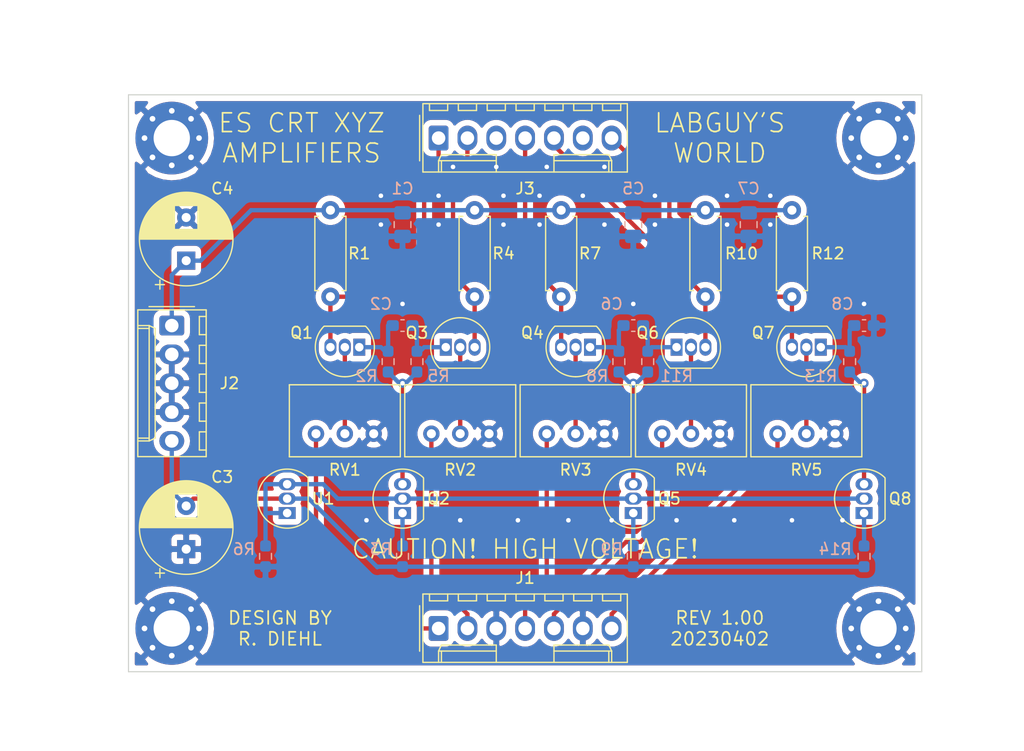
<source format=kicad_pcb>
(kicad_pcb (version 20171130) (host pcbnew "(5.1.7)-1")

  (general
    (thickness 1.6)
    (drawings 13)
    (tracks 155)
    (zones 0)
    (modules 43)
    (nets 33)
  )

  (page A4)
  (layers
    (0 F.Cu signal)
    (31 B.Cu signal)
    (32 B.Adhes user)
    (33 F.Adhes user)
    (34 B.Paste user)
    (35 F.Paste user)
    (36 B.SilkS user)
    (37 F.SilkS user)
    (38 B.Mask user)
    (39 F.Mask user)
    (40 Dwgs.User user)
    (41 Cmts.User user)
    (42 Eco1.User user)
    (43 Eco2.User user)
    (44 Edge.Cuts user)
    (45 Margin user)
    (46 B.CrtYd user)
    (47 F.CrtYd user)
    (48 B.Fab user hide)
    (49 F.Fab user hide)
  )

  (setup
    (last_trace_width 0.381)
    (user_trace_width 0.254)
    (user_trace_width 0.381)
    (user_trace_width 0.508)
    (trace_clearance 0.2)
    (zone_clearance 0.508)
    (zone_45_only no)
    (trace_min 0.2)
    (via_size 0.8)
    (via_drill 0.4)
    (via_min_size 0.4)
    (via_min_drill 0.3)
    (uvia_size 0.3)
    (uvia_drill 0.1)
    (uvias_allowed no)
    (uvia_min_size 0.2)
    (uvia_min_drill 0.1)
    (edge_width 0.1)
    (segment_width 0.2)
    (pcb_text_width 0.3)
    (pcb_text_size 1.5 1.5)
    (mod_edge_width 0.15)
    (mod_text_size 1 1)
    (mod_text_width 0.15)
    (pad_size 1.524 1.524)
    (pad_drill 0.762)
    (pad_to_mask_clearance 0)
    (aux_axis_origin 0 0)
    (visible_elements 7FFFFFFF)
    (pcbplotparams
      (layerselection 0x010fc_ffffffff)
      (usegerberextensions false)
      (usegerberattributes true)
      (usegerberadvancedattributes true)
      (creategerberjobfile true)
      (excludeedgelayer true)
      (linewidth 0.100000)
      (plotframeref false)
      (viasonmask false)
      (mode 1)
      (useauxorigin false)
      (hpglpennumber 1)
      (hpglpenspeed 20)
      (hpglpendiameter 15.000000)
      (psnegative false)
      (psa4output false)
      (plotreference true)
      (plotvalue true)
      (plotinvisibletext false)
      (padsonsilk false)
      (subtractmaskfromsilk false)
      (outputformat 1)
      (mirror false)
      (drillshape 1)
      (scaleselection 1)
      (outputdirectory ""))
  )

  (net 0 "")
  (net 1 /+300V)
  (net 2 GND)
  (net 3 "Net-(C2-Pad2)")
  (net 4 "Net-(C2-Pad1)")
  (net 5 -12V)
  (net 6 "Net-(C6-Pad1)")
  (net 7 "Net-(C6-Pad2)")
  (net 8 /IN_X+)
  (net 9 /IN_X-)
  (net 10 /IN_Y+)
  (net 11 /IN_Y-)
  (net 12 /OUT_X-)
  (net 13 /OUT_X+)
  (net 14 "Net-(J3-Pad3)")
  (net 15 /OUT_Y+)
  (net 16 /OUT_Y-)
  (net 17 "Net-(Q2-Pad2)")
  (net 18 "Net-(Q2-Pad3)")
  (net 19 "Net-(Q2-Pad1)")
  (net 20 "Net-(Q5-Pad1)")
  (net 21 "Net-(Q5-Pad3)")
  (net 22 "Net-(C8-Pad2)")
  (net 23 /IN_Z+)
  (net 24 /OUT_Z-)
  (net 25 "Net-(J3-Pad6)")
  (net 26 "Net-(Q1-Pad2)")
  (net 27 "Net-(Q3-Pad2)")
  (net 28 "Net-(Q4-Pad2)")
  (net 29 "Net-(Q6-Pad2)")
  (net 30 "Net-(Q7-Pad2)")
  (net 31 "Net-(Q8-Pad3)")
  (net 32 "Net-(Q8-Pad1)")

  (net_class Default "This is the default net class."
    (clearance 0.2)
    (trace_width 0.25)
    (via_dia 0.8)
    (via_drill 0.4)
    (uvia_dia 0.3)
    (uvia_drill 0.1)
    (add_net -12V)
    (add_net /+300V)
    (add_net /IN_X+)
    (add_net /IN_X-)
    (add_net /IN_Y+)
    (add_net /IN_Y-)
    (add_net /IN_Z+)
    (add_net /OUT_X+)
    (add_net /OUT_X-)
    (add_net /OUT_Y+)
    (add_net /OUT_Y-)
    (add_net /OUT_Z-)
    (add_net GND)
    (add_net "Net-(C2-Pad1)")
    (add_net "Net-(C2-Pad2)")
    (add_net "Net-(C6-Pad1)")
    (add_net "Net-(C6-Pad2)")
    (add_net "Net-(C8-Pad2)")
    (add_net "Net-(J3-Pad3)")
    (add_net "Net-(J3-Pad6)")
    (add_net "Net-(Q1-Pad2)")
    (add_net "Net-(Q2-Pad1)")
    (add_net "Net-(Q2-Pad2)")
    (add_net "Net-(Q2-Pad3)")
    (add_net "Net-(Q3-Pad2)")
    (add_net "Net-(Q4-Pad2)")
    (add_net "Net-(Q5-Pad1)")
    (add_net "Net-(Q5-Pad3)")
    (add_net "Net-(Q6-Pad2)")
    (add_net "Net-(Q7-Pad2)")
    (add_net "Net-(Q8-Pad1)")
    (add_net "Net-(Q8-Pad3)")
  )

  (module Capacitor_SMD:C_0805_2012Metric_Pad1.18x1.45mm_HandSolder (layer B.Cu) (tedit 5F68FEEF) (tstamp 6429E5EA)
    (at 113.03 81.28 270)
    (descr "Capacitor SMD 0805 (2012 Metric), square (rectangular) end terminal, IPC_7351 nominal with elongated pad for handsoldering. (Body size source: IPC-SM-782 page 76, https://www.pcb-3d.com/wordpress/wp-content/uploads/ipc-sm-782a_amendment_1_and_2.pdf, https://docs.google.com/spreadsheets/d/1BsfQQcO9C6DZCsRaXUlFlo91Tg2WpOkGARC1WS5S8t0/edit?usp=sharing), generated with kicad-footprint-generator")
    (tags "capacitor handsolder")
    (path /6313A84C)
    (attr smd)
    (fp_text reference C1 (at -3.175 0 180) (layer B.SilkS)
      (effects (font (size 1 1) (thickness 0.15)) (justify mirror))
    )
    (fp_text value .01µF (at 0 -1.68 270) (layer B.Fab)
      (effects (font (size 1 1) (thickness 0.15)) (justify mirror))
    )
    (fp_line (start -1 -0.625) (end -1 0.625) (layer B.Fab) (width 0.1))
    (fp_line (start -1 0.625) (end 1 0.625) (layer B.Fab) (width 0.1))
    (fp_line (start 1 0.625) (end 1 -0.625) (layer B.Fab) (width 0.1))
    (fp_line (start 1 -0.625) (end -1 -0.625) (layer B.Fab) (width 0.1))
    (fp_line (start -0.261252 0.735) (end 0.261252 0.735) (layer B.SilkS) (width 0.12))
    (fp_line (start -0.261252 -0.735) (end 0.261252 -0.735) (layer B.SilkS) (width 0.12))
    (fp_line (start -1.88 -0.98) (end -1.88 0.98) (layer B.CrtYd) (width 0.05))
    (fp_line (start -1.88 0.98) (end 1.88 0.98) (layer B.CrtYd) (width 0.05))
    (fp_line (start 1.88 0.98) (end 1.88 -0.98) (layer B.CrtYd) (width 0.05))
    (fp_line (start 1.88 -0.98) (end -1.88 -0.98) (layer B.CrtYd) (width 0.05))
    (fp_text user %R (at 0 0 270) (layer B.Fab)
      (effects (font (size 0.5 0.5) (thickness 0.08)) (justify mirror))
    )
    (pad 2 smd roundrect (at 1.0375 0 270) (size 1.175 1.45) (layers B.Cu B.Paste B.Mask) (roundrect_rratio 0.212766)
      (net 2 GND))
    (pad 1 smd roundrect (at -1.0375 0 270) (size 1.175 1.45) (layers B.Cu B.Paste B.Mask) (roundrect_rratio 0.212766)
      (net 1 /+300V))
    (model ${KISYS3DMOD}/Capacitor_SMD.3dshapes/C_0805_2012Metric.wrl
      (at (xyz 0 0 0))
      (scale (xyz 1 1 1))
      (rotate (xyz 0 0 0))
    )
  )

  (module Capacitor_SMD:C_0603_1608Metric_Pad1.08x0.95mm_HandSolder (layer B.Cu) (tedit 5F68FEEF) (tstamp 6429B3AC)
    (at 113.03 90.17 180)
    (descr "Capacitor SMD 0603 (1608 Metric), square (rectangular) end terminal, IPC_7351 nominal with elongated pad for handsoldering. (Body size source: IPC-SM-782 page 76, https://www.pcb-3d.com/wordpress/wp-content/uploads/ipc-sm-782a_amendment_1_and_2.pdf), generated with kicad-footprint-generator")
    (tags "capacitor handsolder")
    (path /62D2CCFD)
    (attr smd)
    (fp_text reference C2 (at 1.905 1.905) (layer B.SilkS)
      (effects (font (size 1 1) (thickness 0.15)) (justify mirror))
    )
    (fp_text value TBD (at 0 -1.43) (layer B.Fab)
      (effects (font (size 1 1) (thickness 0.15)) (justify mirror))
    )
    (fp_line (start 1.65 -0.73) (end -1.65 -0.73) (layer B.CrtYd) (width 0.05))
    (fp_line (start 1.65 0.73) (end 1.65 -0.73) (layer B.CrtYd) (width 0.05))
    (fp_line (start -1.65 0.73) (end 1.65 0.73) (layer B.CrtYd) (width 0.05))
    (fp_line (start -1.65 -0.73) (end -1.65 0.73) (layer B.CrtYd) (width 0.05))
    (fp_line (start -0.146267 -0.51) (end 0.146267 -0.51) (layer B.SilkS) (width 0.12))
    (fp_line (start -0.146267 0.51) (end 0.146267 0.51) (layer B.SilkS) (width 0.12))
    (fp_line (start 0.8 -0.4) (end -0.8 -0.4) (layer B.Fab) (width 0.1))
    (fp_line (start 0.8 0.4) (end 0.8 -0.4) (layer B.Fab) (width 0.1))
    (fp_line (start -0.8 0.4) (end 0.8 0.4) (layer B.Fab) (width 0.1))
    (fp_line (start -0.8 -0.4) (end -0.8 0.4) (layer B.Fab) (width 0.1))
    (fp_text user %R (at 0 0) (layer B.Fab)
      (effects (font (size 0.4 0.4) (thickness 0.06)) (justify mirror))
    )
    (pad 1 smd roundrect (at -0.8625 0 180) (size 1.075 0.95) (layers B.Cu B.Paste B.Mask) (roundrect_rratio 0.25)
      (net 4 "Net-(C2-Pad1)"))
    (pad 2 smd roundrect (at 0.8625 0 180) (size 1.075 0.95) (layers B.Cu B.Paste B.Mask) (roundrect_rratio 0.25)
      (net 3 "Net-(C2-Pad2)"))
    (model ${KISYS3DMOD}/Capacitor_SMD.3dshapes/C_0603_1608Metric.wrl
      (at (xyz 0 0 0))
      (scale (xyz 1 1 1))
      (rotate (xyz 0 0 0))
    )
  )

  (module Capacitor_THT:CP_Radial_D8.0mm_P3.80mm (layer F.Cu) (tedit 5AE50EF0) (tstamp 6429D964)
    (at 93.98 109.855 90)
    (descr "CP, Radial series, Radial, pin pitch=3.80mm, , diameter=8mm, Electrolytic Capacitor")
    (tags "CP Radial series Radial pin pitch 3.80mm  diameter 8mm Electrolytic Capacitor")
    (path /630CC5F1)
    (fp_text reference C3 (at 6.35 3.175 180) (layer F.SilkS)
      (effects (font (size 1 1) (thickness 0.15)))
    )
    (fp_text value 10µF (at 1.9 5.25 90) (layer F.Fab)
      (effects (font (size 1 1) (thickness 0.15)))
    )
    (fp_line (start -2.109698 -2.715) (end -2.109698 -1.915) (layer F.SilkS) (width 0.12))
    (fp_line (start -2.509698 -2.315) (end -1.709698 -2.315) (layer F.SilkS) (width 0.12))
    (fp_line (start 5.981 -0.533) (end 5.981 0.533) (layer F.SilkS) (width 0.12))
    (fp_line (start 5.941 -0.768) (end 5.941 0.768) (layer F.SilkS) (width 0.12))
    (fp_line (start 5.901 -0.948) (end 5.901 0.948) (layer F.SilkS) (width 0.12))
    (fp_line (start 5.861 -1.098) (end 5.861 1.098) (layer F.SilkS) (width 0.12))
    (fp_line (start 5.821 -1.229) (end 5.821 1.229) (layer F.SilkS) (width 0.12))
    (fp_line (start 5.781 -1.346) (end 5.781 1.346) (layer F.SilkS) (width 0.12))
    (fp_line (start 5.741 -1.453) (end 5.741 1.453) (layer F.SilkS) (width 0.12))
    (fp_line (start 5.701 -1.552) (end 5.701 1.552) (layer F.SilkS) (width 0.12))
    (fp_line (start 5.661 -1.645) (end 5.661 1.645) (layer F.SilkS) (width 0.12))
    (fp_line (start 5.621 -1.731) (end 5.621 1.731) (layer F.SilkS) (width 0.12))
    (fp_line (start 5.581 -1.813) (end 5.581 1.813) (layer F.SilkS) (width 0.12))
    (fp_line (start 5.541 -1.89) (end 5.541 1.89) (layer F.SilkS) (width 0.12))
    (fp_line (start 5.501 -1.964) (end 5.501 1.964) (layer F.SilkS) (width 0.12))
    (fp_line (start 5.461 -2.034) (end 5.461 2.034) (layer F.SilkS) (width 0.12))
    (fp_line (start 5.421 -2.102) (end 5.421 2.102) (layer F.SilkS) (width 0.12))
    (fp_line (start 5.381 -2.166) (end 5.381 2.166) (layer F.SilkS) (width 0.12))
    (fp_line (start 5.341 -2.228) (end 5.341 2.228) (layer F.SilkS) (width 0.12))
    (fp_line (start 5.301 -2.287) (end 5.301 2.287) (layer F.SilkS) (width 0.12))
    (fp_line (start 5.261 -2.345) (end 5.261 2.345) (layer F.SilkS) (width 0.12))
    (fp_line (start 5.221 -2.4) (end 5.221 2.4) (layer F.SilkS) (width 0.12))
    (fp_line (start 5.181 -2.454) (end 5.181 2.454) (layer F.SilkS) (width 0.12))
    (fp_line (start 5.141 -2.505) (end 5.141 2.505) (layer F.SilkS) (width 0.12))
    (fp_line (start 5.101 -2.556) (end 5.101 2.556) (layer F.SilkS) (width 0.12))
    (fp_line (start 5.061 -2.604) (end 5.061 2.604) (layer F.SilkS) (width 0.12))
    (fp_line (start 5.021 -2.651) (end 5.021 2.651) (layer F.SilkS) (width 0.12))
    (fp_line (start 4.981 -2.697) (end 4.981 2.697) (layer F.SilkS) (width 0.12))
    (fp_line (start 4.941 -2.741) (end 4.941 2.741) (layer F.SilkS) (width 0.12))
    (fp_line (start 4.901 -2.784) (end 4.901 2.784) (layer F.SilkS) (width 0.12))
    (fp_line (start 4.861 -2.826) (end 4.861 2.826) (layer F.SilkS) (width 0.12))
    (fp_line (start 4.821 1.04) (end 4.821 2.867) (layer F.SilkS) (width 0.12))
    (fp_line (start 4.821 -2.867) (end 4.821 -1.04) (layer F.SilkS) (width 0.12))
    (fp_line (start 4.781 1.04) (end 4.781 2.907) (layer F.SilkS) (width 0.12))
    (fp_line (start 4.781 -2.907) (end 4.781 -1.04) (layer F.SilkS) (width 0.12))
    (fp_line (start 4.741 1.04) (end 4.741 2.945) (layer F.SilkS) (width 0.12))
    (fp_line (start 4.741 -2.945) (end 4.741 -1.04) (layer F.SilkS) (width 0.12))
    (fp_line (start 4.701 1.04) (end 4.701 2.983) (layer F.SilkS) (width 0.12))
    (fp_line (start 4.701 -2.983) (end 4.701 -1.04) (layer F.SilkS) (width 0.12))
    (fp_line (start 4.661 1.04) (end 4.661 3.019) (layer F.SilkS) (width 0.12))
    (fp_line (start 4.661 -3.019) (end 4.661 -1.04) (layer F.SilkS) (width 0.12))
    (fp_line (start 4.621 1.04) (end 4.621 3.055) (layer F.SilkS) (width 0.12))
    (fp_line (start 4.621 -3.055) (end 4.621 -1.04) (layer F.SilkS) (width 0.12))
    (fp_line (start 4.581 1.04) (end 4.581 3.09) (layer F.SilkS) (width 0.12))
    (fp_line (start 4.581 -3.09) (end 4.581 -1.04) (layer F.SilkS) (width 0.12))
    (fp_line (start 4.541 1.04) (end 4.541 3.124) (layer F.SilkS) (width 0.12))
    (fp_line (start 4.541 -3.124) (end 4.541 -1.04) (layer F.SilkS) (width 0.12))
    (fp_line (start 4.501 1.04) (end 4.501 3.156) (layer F.SilkS) (width 0.12))
    (fp_line (start 4.501 -3.156) (end 4.501 -1.04) (layer F.SilkS) (width 0.12))
    (fp_line (start 4.461 1.04) (end 4.461 3.189) (layer F.SilkS) (width 0.12))
    (fp_line (start 4.461 -3.189) (end 4.461 -1.04) (layer F.SilkS) (width 0.12))
    (fp_line (start 4.421 1.04) (end 4.421 3.22) (layer F.SilkS) (width 0.12))
    (fp_line (start 4.421 -3.22) (end 4.421 -1.04) (layer F.SilkS) (width 0.12))
    (fp_line (start 4.381 1.04) (end 4.381 3.25) (layer F.SilkS) (width 0.12))
    (fp_line (start 4.381 -3.25) (end 4.381 -1.04) (layer F.SilkS) (width 0.12))
    (fp_line (start 4.341 1.04) (end 4.341 3.28) (layer F.SilkS) (width 0.12))
    (fp_line (start 4.341 -3.28) (end 4.341 -1.04) (layer F.SilkS) (width 0.12))
    (fp_line (start 4.301 1.04) (end 4.301 3.309) (layer F.SilkS) (width 0.12))
    (fp_line (start 4.301 -3.309) (end 4.301 -1.04) (layer F.SilkS) (width 0.12))
    (fp_line (start 4.261 1.04) (end 4.261 3.338) (layer F.SilkS) (width 0.12))
    (fp_line (start 4.261 -3.338) (end 4.261 -1.04) (layer F.SilkS) (width 0.12))
    (fp_line (start 4.221 1.04) (end 4.221 3.365) (layer F.SilkS) (width 0.12))
    (fp_line (start 4.221 -3.365) (end 4.221 -1.04) (layer F.SilkS) (width 0.12))
    (fp_line (start 4.181 1.04) (end 4.181 3.392) (layer F.SilkS) (width 0.12))
    (fp_line (start 4.181 -3.392) (end 4.181 -1.04) (layer F.SilkS) (width 0.12))
    (fp_line (start 4.141 1.04) (end 4.141 3.418) (layer F.SilkS) (width 0.12))
    (fp_line (start 4.141 -3.418) (end 4.141 -1.04) (layer F.SilkS) (width 0.12))
    (fp_line (start 4.101 1.04) (end 4.101 3.444) (layer F.SilkS) (width 0.12))
    (fp_line (start 4.101 -3.444) (end 4.101 -1.04) (layer F.SilkS) (width 0.12))
    (fp_line (start 4.061 1.04) (end 4.061 3.469) (layer F.SilkS) (width 0.12))
    (fp_line (start 4.061 -3.469) (end 4.061 -1.04) (layer F.SilkS) (width 0.12))
    (fp_line (start 4.021 1.04) (end 4.021 3.493) (layer F.SilkS) (width 0.12))
    (fp_line (start 4.021 -3.493) (end 4.021 -1.04) (layer F.SilkS) (width 0.12))
    (fp_line (start 3.981 1.04) (end 3.981 3.517) (layer F.SilkS) (width 0.12))
    (fp_line (start 3.981 -3.517) (end 3.981 -1.04) (layer F.SilkS) (width 0.12))
    (fp_line (start 3.941 1.04) (end 3.941 3.54) (layer F.SilkS) (width 0.12))
    (fp_line (start 3.941 -3.54) (end 3.941 -1.04) (layer F.SilkS) (width 0.12))
    (fp_line (start 3.901 1.04) (end 3.901 3.562) (layer F.SilkS) (width 0.12))
    (fp_line (start 3.901 -3.562) (end 3.901 -1.04) (layer F.SilkS) (width 0.12))
    (fp_line (start 3.861 1.04) (end 3.861 3.584) (layer F.SilkS) (width 0.12))
    (fp_line (start 3.861 -3.584) (end 3.861 -1.04) (layer F.SilkS) (width 0.12))
    (fp_line (start 3.821 1.04) (end 3.821 3.606) (layer F.SilkS) (width 0.12))
    (fp_line (start 3.821 -3.606) (end 3.821 -1.04) (layer F.SilkS) (width 0.12))
    (fp_line (start 3.781 1.04) (end 3.781 3.627) (layer F.SilkS) (width 0.12))
    (fp_line (start 3.781 -3.627) (end 3.781 -1.04) (layer F.SilkS) (width 0.12))
    (fp_line (start 3.741 1.04) (end 3.741 3.647) (layer F.SilkS) (width 0.12))
    (fp_line (start 3.741 -3.647) (end 3.741 -1.04) (layer F.SilkS) (width 0.12))
    (fp_line (start 3.701 1.04) (end 3.701 3.666) (layer F.SilkS) (width 0.12))
    (fp_line (start 3.701 -3.666) (end 3.701 -1.04) (layer F.SilkS) (width 0.12))
    (fp_line (start 3.661 1.04) (end 3.661 3.686) (layer F.SilkS) (width 0.12))
    (fp_line (start 3.661 -3.686) (end 3.661 -1.04) (layer F.SilkS) (width 0.12))
    (fp_line (start 3.621 1.04) (end 3.621 3.704) (layer F.SilkS) (width 0.12))
    (fp_line (start 3.621 -3.704) (end 3.621 -1.04) (layer F.SilkS) (width 0.12))
    (fp_line (start 3.581 1.04) (end 3.581 3.722) (layer F.SilkS) (width 0.12))
    (fp_line (start 3.581 -3.722) (end 3.581 -1.04) (layer F.SilkS) (width 0.12))
    (fp_line (start 3.541 1.04) (end 3.541 3.74) (layer F.SilkS) (width 0.12))
    (fp_line (start 3.541 -3.74) (end 3.541 -1.04) (layer F.SilkS) (width 0.12))
    (fp_line (start 3.501 1.04) (end 3.501 3.757) (layer F.SilkS) (width 0.12))
    (fp_line (start 3.501 -3.757) (end 3.501 -1.04) (layer F.SilkS) (width 0.12))
    (fp_line (start 3.461 1.04) (end 3.461 3.774) (layer F.SilkS) (width 0.12))
    (fp_line (start 3.461 -3.774) (end 3.461 -1.04) (layer F.SilkS) (width 0.12))
    (fp_line (start 3.421 1.04) (end 3.421 3.79) (layer F.SilkS) (width 0.12))
    (fp_line (start 3.421 -3.79) (end 3.421 -1.04) (layer F.SilkS) (width 0.12))
    (fp_line (start 3.381 1.04) (end 3.381 3.805) (layer F.SilkS) (width 0.12))
    (fp_line (start 3.381 -3.805) (end 3.381 -1.04) (layer F.SilkS) (width 0.12))
    (fp_line (start 3.341 1.04) (end 3.341 3.821) (layer F.SilkS) (width 0.12))
    (fp_line (start 3.341 -3.821) (end 3.341 -1.04) (layer F.SilkS) (width 0.12))
    (fp_line (start 3.301 1.04) (end 3.301 3.835) (layer F.SilkS) (width 0.12))
    (fp_line (start 3.301 -3.835) (end 3.301 -1.04) (layer F.SilkS) (width 0.12))
    (fp_line (start 3.261 1.04) (end 3.261 3.85) (layer F.SilkS) (width 0.12))
    (fp_line (start 3.261 -3.85) (end 3.261 -1.04) (layer F.SilkS) (width 0.12))
    (fp_line (start 3.221 1.04) (end 3.221 3.863) (layer F.SilkS) (width 0.12))
    (fp_line (start 3.221 -3.863) (end 3.221 -1.04) (layer F.SilkS) (width 0.12))
    (fp_line (start 3.181 1.04) (end 3.181 3.877) (layer F.SilkS) (width 0.12))
    (fp_line (start 3.181 -3.877) (end 3.181 -1.04) (layer F.SilkS) (width 0.12))
    (fp_line (start 3.141 1.04) (end 3.141 3.889) (layer F.SilkS) (width 0.12))
    (fp_line (start 3.141 -3.889) (end 3.141 -1.04) (layer F.SilkS) (width 0.12))
    (fp_line (start 3.101 1.04) (end 3.101 3.902) (layer F.SilkS) (width 0.12))
    (fp_line (start 3.101 -3.902) (end 3.101 -1.04) (layer F.SilkS) (width 0.12))
    (fp_line (start 3.061 1.04) (end 3.061 3.914) (layer F.SilkS) (width 0.12))
    (fp_line (start 3.061 -3.914) (end 3.061 -1.04) (layer F.SilkS) (width 0.12))
    (fp_line (start 3.021 1.04) (end 3.021 3.925) (layer F.SilkS) (width 0.12))
    (fp_line (start 3.021 -3.925) (end 3.021 -1.04) (layer F.SilkS) (width 0.12))
    (fp_line (start 2.981 1.04) (end 2.981 3.936) (layer F.SilkS) (width 0.12))
    (fp_line (start 2.981 -3.936) (end 2.981 -1.04) (layer F.SilkS) (width 0.12))
    (fp_line (start 2.941 1.04) (end 2.941 3.947) (layer F.SilkS) (width 0.12))
    (fp_line (start 2.941 -3.947) (end 2.941 -1.04) (layer F.SilkS) (width 0.12))
    (fp_line (start 2.901 1.04) (end 2.901 3.957) (layer F.SilkS) (width 0.12))
    (fp_line (start 2.901 -3.957) (end 2.901 -1.04) (layer F.SilkS) (width 0.12))
    (fp_line (start 2.861 1.04) (end 2.861 3.967) (layer F.SilkS) (width 0.12))
    (fp_line (start 2.861 -3.967) (end 2.861 -1.04) (layer F.SilkS) (width 0.12))
    (fp_line (start 2.821 1.04) (end 2.821 3.976) (layer F.SilkS) (width 0.12))
    (fp_line (start 2.821 -3.976) (end 2.821 -1.04) (layer F.SilkS) (width 0.12))
    (fp_line (start 2.781 1.04) (end 2.781 3.985) (layer F.SilkS) (width 0.12))
    (fp_line (start 2.781 -3.985) (end 2.781 -1.04) (layer F.SilkS) (width 0.12))
    (fp_line (start 2.741 -3.994) (end 2.741 3.994) (layer F.SilkS) (width 0.12))
    (fp_line (start 2.701 -4.002) (end 2.701 4.002) (layer F.SilkS) (width 0.12))
    (fp_line (start 2.661 -4.01) (end 2.661 4.01) (layer F.SilkS) (width 0.12))
    (fp_line (start 2.621 -4.017) (end 2.621 4.017) (layer F.SilkS) (width 0.12))
    (fp_line (start 2.58 -4.024) (end 2.58 4.024) (layer F.SilkS) (width 0.12))
    (fp_line (start 2.54 -4.03) (end 2.54 4.03) (layer F.SilkS) (width 0.12))
    (fp_line (start 2.5 -4.037) (end 2.5 4.037) (layer F.SilkS) (width 0.12))
    (fp_line (start 2.46 -4.042) (end 2.46 4.042) (layer F.SilkS) (width 0.12))
    (fp_line (start 2.42 -4.048) (end 2.42 4.048) (layer F.SilkS) (width 0.12))
    (fp_line (start 2.38 -4.052) (end 2.38 4.052) (layer F.SilkS) (width 0.12))
    (fp_line (start 2.34 -4.057) (end 2.34 4.057) (layer F.SilkS) (width 0.12))
    (fp_line (start 2.3 -4.061) (end 2.3 4.061) (layer F.SilkS) (width 0.12))
    (fp_line (start 2.26 -4.065) (end 2.26 4.065) (layer F.SilkS) (width 0.12))
    (fp_line (start 2.22 -4.068) (end 2.22 4.068) (layer F.SilkS) (width 0.12))
    (fp_line (start 2.18 -4.071) (end 2.18 4.071) (layer F.SilkS) (width 0.12))
    (fp_line (start 2.14 -4.074) (end 2.14 4.074) (layer F.SilkS) (width 0.12))
    (fp_line (start 2.1 -4.076) (end 2.1 4.076) (layer F.SilkS) (width 0.12))
    (fp_line (start 2.06 -4.077) (end 2.06 4.077) (layer F.SilkS) (width 0.12))
    (fp_line (start 2.02 -4.079) (end 2.02 4.079) (layer F.SilkS) (width 0.12))
    (fp_line (start 1.98 -4.08) (end 1.98 4.08) (layer F.SilkS) (width 0.12))
    (fp_line (start 1.94 -4.08) (end 1.94 4.08) (layer F.SilkS) (width 0.12))
    (fp_line (start 1.9 -4.08) (end 1.9 4.08) (layer F.SilkS) (width 0.12))
    (fp_line (start -1.126759 -2.1475) (end -1.126759 -1.3475) (layer F.Fab) (width 0.1))
    (fp_line (start -1.526759 -1.7475) (end -0.726759 -1.7475) (layer F.Fab) (width 0.1))
    (fp_circle (center 1.9 0) (end 6.15 0) (layer F.CrtYd) (width 0.05))
    (fp_circle (center 1.9 0) (end 6.02 0) (layer F.SilkS) (width 0.12))
    (fp_circle (center 1.9 0) (end 5.9 0) (layer F.Fab) (width 0.1))
    (fp_text user %R (at 1.9 0 90) (layer F.Fab)
      (effects (font (size 1 1) (thickness 0.15)))
    )
    (pad 1 thru_hole rect (at 0 0 90) (size 1.6 1.6) (drill 0.8) (layers *.Cu *.Mask)
      (net 2 GND))
    (pad 2 thru_hole circle (at 3.8 0 90) (size 1.6 1.6) (drill 0.8) (layers *.Cu *.Mask)
      (net 5 -12V))
    (model ${KISYS3DMOD}/Capacitor_THT.3dshapes/CP_Radial_D8.0mm_P3.80mm.wrl
      (at (xyz 0 0 0))
      (scale (xyz 1 1 1))
      (rotate (xyz 0 0 0))
    )
  )

  (module Capacitor_THT:CP_Radial_D8.0mm_P3.80mm (layer F.Cu) (tedit 5AE50EF0) (tstamp 6429B4FE)
    (at 93.98 84.455 90)
    (descr "CP, Radial series, Radial, pin pitch=3.80mm, , diameter=8mm, Electrolytic Capacitor")
    (tags "CP Radial series Radial pin pitch 3.80mm  diameter 8mm Electrolytic Capacitor")
    (path /630CCB63)
    (fp_text reference C4 (at 6.35 3.175 180) (layer F.SilkS)
      (effects (font (size 1 1) (thickness 0.15)))
    )
    (fp_text value 1µF (at 1.9 5.25 90) (layer F.Fab)
      (effects (font (size 1 1) (thickness 0.15)))
    )
    (fp_circle (center 1.9 0) (end 5.9 0) (layer F.Fab) (width 0.1))
    (fp_circle (center 1.9 0) (end 6.02 0) (layer F.SilkS) (width 0.12))
    (fp_circle (center 1.9 0) (end 6.15 0) (layer F.CrtYd) (width 0.05))
    (fp_line (start -1.526759 -1.7475) (end -0.726759 -1.7475) (layer F.Fab) (width 0.1))
    (fp_line (start -1.126759 -2.1475) (end -1.126759 -1.3475) (layer F.Fab) (width 0.1))
    (fp_line (start 1.9 -4.08) (end 1.9 4.08) (layer F.SilkS) (width 0.12))
    (fp_line (start 1.94 -4.08) (end 1.94 4.08) (layer F.SilkS) (width 0.12))
    (fp_line (start 1.98 -4.08) (end 1.98 4.08) (layer F.SilkS) (width 0.12))
    (fp_line (start 2.02 -4.079) (end 2.02 4.079) (layer F.SilkS) (width 0.12))
    (fp_line (start 2.06 -4.077) (end 2.06 4.077) (layer F.SilkS) (width 0.12))
    (fp_line (start 2.1 -4.076) (end 2.1 4.076) (layer F.SilkS) (width 0.12))
    (fp_line (start 2.14 -4.074) (end 2.14 4.074) (layer F.SilkS) (width 0.12))
    (fp_line (start 2.18 -4.071) (end 2.18 4.071) (layer F.SilkS) (width 0.12))
    (fp_line (start 2.22 -4.068) (end 2.22 4.068) (layer F.SilkS) (width 0.12))
    (fp_line (start 2.26 -4.065) (end 2.26 4.065) (layer F.SilkS) (width 0.12))
    (fp_line (start 2.3 -4.061) (end 2.3 4.061) (layer F.SilkS) (width 0.12))
    (fp_line (start 2.34 -4.057) (end 2.34 4.057) (layer F.SilkS) (width 0.12))
    (fp_line (start 2.38 -4.052) (end 2.38 4.052) (layer F.SilkS) (width 0.12))
    (fp_line (start 2.42 -4.048) (end 2.42 4.048) (layer F.SilkS) (width 0.12))
    (fp_line (start 2.46 -4.042) (end 2.46 4.042) (layer F.SilkS) (width 0.12))
    (fp_line (start 2.5 -4.037) (end 2.5 4.037) (layer F.SilkS) (width 0.12))
    (fp_line (start 2.54 -4.03) (end 2.54 4.03) (layer F.SilkS) (width 0.12))
    (fp_line (start 2.58 -4.024) (end 2.58 4.024) (layer F.SilkS) (width 0.12))
    (fp_line (start 2.621 -4.017) (end 2.621 4.017) (layer F.SilkS) (width 0.12))
    (fp_line (start 2.661 -4.01) (end 2.661 4.01) (layer F.SilkS) (width 0.12))
    (fp_line (start 2.701 -4.002) (end 2.701 4.002) (layer F.SilkS) (width 0.12))
    (fp_line (start 2.741 -3.994) (end 2.741 3.994) (layer F.SilkS) (width 0.12))
    (fp_line (start 2.781 -3.985) (end 2.781 -1.04) (layer F.SilkS) (width 0.12))
    (fp_line (start 2.781 1.04) (end 2.781 3.985) (layer F.SilkS) (width 0.12))
    (fp_line (start 2.821 -3.976) (end 2.821 -1.04) (layer F.SilkS) (width 0.12))
    (fp_line (start 2.821 1.04) (end 2.821 3.976) (layer F.SilkS) (width 0.12))
    (fp_line (start 2.861 -3.967) (end 2.861 -1.04) (layer F.SilkS) (width 0.12))
    (fp_line (start 2.861 1.04) (end 2.861 3.967) (layer F.SilkS) (width 0.12))
    (fp_line (start 2.901 -3.957) (end 2.901 -1.04) (layer F.SilkS) (width 0.12))
    (fp_line (start 2.901 1.04) (end 2.901 3.957) (layer F.SilkS) (width 0.12))
    (fp_line (start 2.941 -3.947) (end 2.941 -1.04) (layer F.SilkS) (width 0.12))
    (fp_line (start 2.941 1.04) (end 2.941 3.947) (layer F.SilkS) (width 0.12))
    (fp_line (start 2.981 -3.936) (end 2.981 -1.04) (layer F.SilkS) (width 0.12))
    (fp_line (start 2.981 1.04) (end 2.981 3.936) (layer F.SilkS) (width 0.12))
    (fp_line (start 3.021 -3.925) (end 3.021 -1.04) (layer F.SilkS) (width 0.12))
    (fp_line (start 3.021 1.04) (end 3.021 3.925) (layer F.SilkS) (width 0.12))
    (fp_line (start 3.061 -3.914) (end 3.061 -1.04) (layer F.SilkS) (width 0.12))
    (fp_line (start 3.061 1.04) (end 3.061 3.914) (layer F.SilkS) (width 0.12))
    (fp_line (start 3.101 -3.902) (end 3.101 -1.04) (layer F.SilkS) (width 0.12))
    (fp_line (start 3.101 1.04) (end 3.101 3.902) (layer F.SilkS) (width 0.12))
    (fp_line (start 3.141 -3.889) (end 3.141 -1.04) (layer F.SilkS) (width 0.12))
    (fp_line (start 3.141 1.04) (end 3.141 3.889) (layer F.SilkS) (width 0.12))
    (fp_line (start 3.181 -3.877) (end 3.181 -1.04) (layer F.SilkS) (width 0.12))
    (fp_line (start 3.181 1.04) (end 3.181 3.877) (layer F.SilkS) (width 0.12))
    (fp_line (start 3.221 -3.863) (end 3.221 -1.04) (layer F.SilkS) (width 0.12))
    (fp_line (start 3.221 1.04) (end 3.221 3.863) (layer F.SilkS) (width 0.12))
    (fp_line (start 3.261 -3.85) (end 3.261 -1.04) (layer F.SilkS) (width 0.12))
    (fp_line (start 3.261 1.04) (end 3.261 3.85) (layer F.SilkS) (width 0.12))
    (fp_line (start 3.301 -3.835) (end 3.301 -1.04) (layer F.SilkS) (width 0.12))
    (fp_line (start 3.301 1.04) (end 3.301 3.835) (layer F.SilkS) (width 0.12))
    (fp_line (start 3.341 -3.821) (end 3.341 -1.04) (layer F.SilkS) (width 0.12))
    (fp_line (start 3.341 1.04) (end 3.341 3.821) (layer F.SilkS) (width 0.12))
    (fp_line (start 3.381 -3.805) (end 3.381 -1.04) (layer F.SilkS) (width 0.12))
    (fp_line (start 3.381 1.04) (end 3.381 3.805) (layer F.SilkS) (width 0.12))
    (fp_line (start 3.421 -3.79) (end 3.421 -1.04) (layer F.SilkS) (width 0.12))
    (fp_line (start 3.421 1.04) (end 3.421 3.79) (layer F.SilkS) (width 0.12))
    (fp_line (start 3.461 -3.774) (end 3.461 -1.04) (layer F.SilkS) (width 0.12))
    (fp_line (start 3.461 1.04) (end 3.461 3.774) (layer F.SilkS) (width 0.12))
    (fp_line (start 3.501 -3.757) (end 3.501 -1.04) (layer F.SilkS) (width 0.12))
    (fp_line (start 3.501 1.04) (end 3.501 3.757) (layer F.SilkS) (width 0.12))
    (fp_line (start 3.541 -3.74) (end 3.541 -1.04) (layer F.SilkS) (width 0.12))
    (fp_line (start 3.541 1.04) (end 3.541 3.74) (layer F.SilkS) (width 0.12))
    (fp_line (start 3.581 -3.722) (end 3.581 -1.04) (layer F.SilkS) (width 0.12))
    (fp_line (start 3.581 1.04) (end 3.581 3.722) (layer F.SilkS) (width 0.12))
    (fp_line (start 3.621 -3.704) (end 3.621 -1.04) (layer F.SilkS) (width 0.12))
    (fp_line (start 3.621 1.04) (end 3.621 3.704) (layer F.SilkS) (width 0.12))
    (fp_line (start 3.661 -3.686) (end 3.661 -1.04) (layer F.SilkS) (width 0.12))
    (fp_line (start 3.661 1.04) (end 3.661 3.686) (layer F.SilkS) (width 0.12))
    (fp_line (start 3.701 -3.666) (end 3.701 -1.04) (layer F.SilkS) (width 0.12))
    (fp_line (start 3.701 1.04) (end 3.701 3.666) (layer F.SilkS) (width 0.12))
    (fp_line (start 3.741 -3.647) (end 3.741 -1.04) (layer F.SilkS) (width 0.12))
    (fp_line (start 3.741 1.04) (end 3.741 3.647) (layer F.SilkS) (width 0.12))
    (fp_line (start 3.781 -3.627) (end 3.781 -1.04) (layer F.SilkS) (width 0.12))
    (fp_line (start 3.781 1.04) (end 3.781 3.627) (layer F.SilkS) (width 0.12))
    (fp_line (start 3.821 -3.606) (end 3.821 -1.04) (layer F.SilkS) (width 0.12))
    (fp_line (start 3.821 1.04) (end 3.821 3.606) (layer F.SilkS) (width 0.12))
    (fp_line (start 3.861 -3.584) (end 3.861 -1.04) (layer F.SilkS) (width 0.12))
    (fp_line (start 3.861 1.04) (end 3.861 3.584) (layer F.SilkS) (width 0.12))
    (fp_line (start 3.901 -3.562) (end 3.901 -1.04) (layer F.SilkS) (width 0.12))
    (fp_line (start 3.901 1.04) (end 3.901 3.562) (layer F.SilkS) (width 0.12))
    (fp_line (start 3.941 -3.54) (end 3.941 -1.04) (layer F.SilkS) (width 0.12))
    (fp_line (start 3.941 1.04) (end 3.941 3.54) (layer F.SilkS) (width 0.12))
    (fp_line (start 3.981 -3.517) (end 3.981 -1.04) (layer F.SilkS) (width 0.12))
    (fp_line (start 3.981 1.04) (end 3.981 3.517) (layer F.SilkS) (width 0.12))
    (fp_line (start 4.021 -3.493) (end 4.021 -1.04) (layer F.SilkS) (width 0.12))
    (fp_line (start 4.021 1.04) (end 4.021 3.493) (layer F.SilkS) (width 0.12))
    (fp_line (start 4.061 -3.469) (end 4.061 -1.04) (layer F.SilkS) (width 0.12))
    (fp_line (start 4.061 1.04) (end 4.061 3.469) (layer F.SilkS) (width 0.12))
    (fp_line (start 4.101 -3.444) (end 4.101 -1.04) (layer F.SilkS) (width 0.12))
    (fp_line (start 4.101 1.04) (end 4.101 3.444) (layer F.SilkS) (width 0.12))
    (fp_line (start 4.141 -3.418) (end 4.141 -1.04) (layer F.SilkS) (width 0.12))
    (fp_line (start 4.141 1.04) (end 4.141 3.418) (layer F.SilkS) (width 0.12))
    (fp_line (start 4.181 -3.392) (end 4.181 -1.04) (layer F.SilkS) (width 0.12))
    (fp_line (start 4.181 1.04) (end 4.181 3.392) (layer F.SilkS) (width 0.12))
    (fp_line (start 4.221 -3.365) (end 4.221 -1.04) (layer F.SilkS) (width 0.12))
    (fp_line (start 4.221 1.04) (end 4.221 3.365) (layer F.SilkS) (width 0.12))
    (fp_line (start 4.261 -3.338) (end 4.261 -1.04) (layer F.SilkS) (width 0.12))
    (fp_line (start 4.261 1.04) (end 4.261 3.338) (layer F.SilkS) (width 0.12))
    (fp_line (start 4.301 -3.309) (end 4.301 -1.04) (layer F.SilkS) (width 0.12))
    (fp_line (start 4.301 1.04) (end 4.301 3.309) (layer F.SilkS) (width 0.12))
    (fp_line (start 4.341 -3.28) (end 4.341 -1.04) (layer F.SilkS) (width 0.12))
    (fp_line (start 4.341 1.04) (end 4.341 3.28) (layer F.SilkS) (width 0.12))
    (fp_line (start 4.381 -3.25) (end 4.381 -1.04) (layer F.SilkS) (width 0.12))
    (fp_line (start 4.381 1.04) (end 4.381 3.25) (layer F.SilkS) (width 0.12))
    (fp_line (start 4.421 -3.22) (end 4.421 -1.04) (layer F.SilkS) (width 0.12))
    (fp_line (start 4.421 1.04) (end 4.421 3.22) (layer F.SilkS) (width 0.12))
    (fp_line (start 4.461 -3.189) (end 4.461 -1.04) (layer F.SilkS) (width 0.12))
    (fp_line (start 4.461 1.04) (end 4.461 3.189) (layer F.SilkS) (width 0.12))
    (fp_line (start 4.501 -3.156) (end 4.501 -1.04) (layer F.SilkS) (width 0.12))
    (fp_line (start 4.501 1.04) (end 4.501 3.156) (layer F.SilkS) (width 0.12))
    (fp_line (start 4.541 -3.124) (end 4.541 -1.04) (layer F.SilkS) (width 0.12))
    (fp_line (start 4.541 1.04) (end 4.541 3.124) (layer F.SilkS) (width 0.12))
    (fp_line (start 4.581 -3.09) (end 4.581 -1.04) (layer F.SilkS) (width 0.12))
    (fp_line (start 4.581 1.04) (end 4.581 3.09) (layer F.SilkS) (width 0.12))
    (fp_line (start 4.621 -3.055) (end 4.621 -1.04) (layer F.SilkS) (width 0.12))
    (fp_line (start 4.621 1.04) (end 4.621 3.055) (layer F.SilkS) (width 0.12))
    (fp_line (start 4.661 -3.019) (end 4.661 -1.04) (layer F.SilkS) (width 0.12))
    (fp_line (start 4.661 1.04) (end 4.661 3.019) (layer F.SilkS) (width 0.12))
    (fp_line (start 4.701 -2.983) (end 4.701 -1.04) (layer F.SilkS) (width 0.12))
    (fp_line (start 4.701 1.04) (end 4.701 2.983) (layer F.SilkS) (width 0.12))
    (fp_line (start 4.741 -2.945) (end 4.741 -1.04) (layer F.SilkS) (width 0.12))
    (fp_line (start 4.741 1.04) (end 4.741 2.945) (layer F.SilkS) (width 0.12))
    (fp_line (start 4.781 -2.907) (end 4.781 -1.04) (layer F.SilkS) (width 0.12))
    (fp_line (start 4.781 1.04) (end 4.781 2.907) (layer F.SilkS) (width 0.12))
    (fp_line (start 4.821 -2.867) (end 4.821 -1.04) (layer F.SilkS) (width 0.12))
    (fp_line (start 4.821 1.04) (end 4.821 2.867) (layer F.SilkS) (width 0.12))
    (fp_line (start 4.861 -2.826) (end 4.861 2.826) (layer F.SilkS) (width 0.12))
    (fp_line (start 4.901 -2.784) (end 4.901 2.784) (layer F.SilkS) (width 0.12))
    (fp_line (start 4.941 -2.741) (end 4.941 2.741) (layer F.SilkS) (width 0.12))
    (fp_line (start 4.981 -2.697) (end 4.981 2.697) (layer F.SilkS) (width 0.12))
    (fp_line (start 5.021 -2.651) (end 5.021 2.651) (layer F.SilkS) (width 0.12))
    (fp_line (start 5.061 -2.604) (end 5.061 2.604) (layer F.SilkS) (width 0.12))
    (fp_line (start 5.101 -2.556) (end 5.101 2.556) (layer F.SilkS) (width 0.12))
    (fp_line (start 5.141 -2.505) (end 5.141 2.505) (layer F.SilkS) (width 0.12))
    (fp_line (start 5.181 -2.454) (end 5.181 2.454) (layer F.SilkS) (width 0.12))
    (fp_line (start 5.221 -2.4) (end 5.221 2.4) (layer F.SilkS) (width 0.12))
    (fp_line (start 5.261 -2.345) (end 5.261 2.345) (layer F.SilkS) (width 0.12))
    (fp_line (start 5.301 -2.287) (end 5.301 2.287) (layer F.SilkS) (width 0.12))
    (fp_line (start 5.341 -2.228) (end 5.341 2.228) (layer F.SilkS) (width 0.12))
    (fp_line (start 5.381 -2.166) (end 5.381 2.166) (layer F.SilkS) (width 0.12))
    (fp_line (start 5.421 -2.102) (end 5.421 2.102) (layer F.SilkS) (width 0.12))
    (fp_line (start 5.461 -2.034) (end 5.461 2.034) (layer F.SilkS) (width 0.12))
    (fp_line (start 5.501 -1.964) (end 5.501 1.964) (layer F.SilkS) (width 0.12))
    (fp_line (start 5.541 -1.89) (end 5.541 1.89) (layer F.SilkS) (width 0.12))
    (fp_line (start 5.581 -1.813) (end 5.581 1.813) (layer F.SilkS) (width 0.12))
    (fp_line (start 5.621 -1.731) (end 5.621 1.731) (layer F.SilkS) (width 0.12))
    (fp_line (start 5.661 -1.645) (end 5.661 1.645) (layer F.SilkS) (width 0.12))
    (fp_line (start 5.701 -1.552) (end 5.701 1.552) (layer F.SilkS) (width 0.12))
    (fp_line (start 5.741 -1.453) (end 5.741 1.453) (layer F.SilkS) (width 0.12))
    (fp_line (start 5.781 -1.346) (end 5.781 1.346) (layer F.SilkS) (width 0.12))
    (fp_line (start 5.821 -1.229) (end 5.821 1.229) (layer F.SilkS) (width 0.12))
    (fp_line (start 5.861 -1.098) (end 5.861 1.098) (layer F.SilkS) (width 0.12))
    (fp_line (start 5.901 -0.948) (end 5.901 0.948) (layer F.SilkS) (width 0.12))
    (fp_line (start 5.941 -0.768) (end 5.941 0.768) (layer F.SilkS) (width 0.12))
    (fp_line (start 5.981 -0.533) (end 5.981 0.533) (layer F.SilkS) (width 0.12))
    (fp_line (start -2.509698 -2.315) (end -1.709698 -2.315) (layer F.SilkS) (width 0.12))
    (fp_line (start -2.109698 -2.715) (end -2.109698 -1.915) (layer F.SilkS) (width 0.12))
    (fp_text user %R (at 1.9 0 90) (layer F.Fab)
      (effects (font (size 1 1) (thickness 0.15)))
    )
    (pad 2 thru_hole circle (at 3.8 0 90) (size 1.6 1.6) (drill 0.8) (layers *.Cu *.Mask)
      (net 2 GND))
    (pad 1 thru_hole rect (at 0 0 90) (size 1.6 1.6) (drill 0.8) (layers *.Cu *.Mask)
      (net 1 /+300V))
    (model ${KISYS3DMOD}/Capacitor_THT.3dshapes/CP_Radial_D8.0mm_P3.80mm.wrl
      (at (xyz 0 0 0))
      (scale (xyz 1 1 1))
      (rotate (xyz 0 0 0))
    )
  )

  (module Capacitor_SMD:C_0805_2012Metric_Pad1.18x1.45mm_HandSolder (layer B.Cu) (tedit 5F68FEEF) (tstamp 6429DCC2)
    (at 133.35 81.28 270)
    (descr "Capacitor SMD 0805 (2012 Metric), square (rectangular) end terminal, IPC_7351 nominal with elongated pad for handsoldering. (Body size source: IPC-SM-782 page 76, https://www.pcb-3d.com/wordpress/wp-content/uploads/ipc-sm-782a_amendment_1_and_2.pdf, https://docs.google.com/spreadsheets/d/1BsfQQcO9C6DZCsRaXUlFlo91Tg2WpOkGARC1WS5S8t0/edit?usp=sharing), generated with kicad-footprint-generator")
    (tags "capacitor handsolder")
    (path /63149961)
    (attr smd)
    (fp_text reference C5 (at -3.175 0 180) (layer B.SilkS)
      (effects (font (size 1 1) (thickness 0.15)) (justify mirror))
    )
    (fp_text value .01µF (at 0 -1.68 270) (layer B.Fab)
      (effects (font (size 1 1) (thickness 0.15)) (justify mirror))
    )
    (fp_line (start 1.88 -0.98) (end -1.88 -0.98) (layer B.CrtYd) (width 0.05))
    (fp_line (start 1.88 0.98) (end 1.88 -0.98) (layer B.CrtYd) (width 0.05))
    (fp_line (start -1.88 0.98) (end 1.88 0.98) (layer B.CrtYd) (width 0.05))
    (fp_line (start -1.88 -0.98) (end -1.88 0.98) (layer B.CrtYd) (width 0.05))
    (fp_line (start -0.261252 -0.735) (end 0.261252 -0.735) (layer B.SilkS) (width 0.12))
    (fp_line (start -0.261252 0.735) (end 0.261252 0.735) (layer B.SilkS) (width 0.12))
    (fp_line (start 1 -0.625) (end -1 -0.625) (layer B.Fab) (width 0.1))
    (fp_line (start 1 0.625) (end 1 -0.625) (layer B.Fab) (width 0.1))
    (fp_line (start -1 0.625) (end 1 0.625) (layer B.Fab) (width 0.1))
    (fp_line (start -1 -0.625) (end -1 0.625) (layer B.Fab) (width 0.1))
    (fp_text user %R (at 0 0 270) (layer B.Fab)
      (effects (font (size 0.5 0.5) (thickness 0.08)) (justify mirror))
    )
    (pad 1 smd roundrect (at -1.0375 0 270) (size 1.175 1.45) (layers B.Cu B.Paste B.Mask) (roundrect_rratio 0.212766)
      (net 1 /+300V))
    (pad 2 smd roundrect (at 1.0375 0 270) (size 1.175 1.45) (layers B.Cu B.Paste B.Mask) (roundrect_rratio 0.212766)
      (net 2 GND))
    (model ${KISYS3DMOD}/Capacitor_SMD.3dshapes/C_0805_2012Metric.wrl
      (at (xyz 0 0 0))
      (scale (xyz 1 1 1))
      (rotate (xyz 0 0 0))
    )
  )

  (module Capacitor_SMD:C_0603_1608Metric_Pad1.08x0.95mm_HandSolder (layer B.Cu) (tedit 5F68FEEF) (tstamp 6429B520)
    (at 133.35 90.17 180)
    (descr "Capacitor SMD 0603 (1608 Metric), square (rectangular) end terminal, IPC_7351 nominal with elongated pad for handsoldering. (Body size source: IPC-SM-782 page 76, https://www.pcb-3d.com/wordpress/wp-content/uploads/ipc-sm-782a_amendment_1_and_2.pdf), generated with kicad-footprint-generator")
    (tags "capacitor handsolder")
    (path /6303EAF7)
    (attr smd)
    (fp_text reference C6 (at 1.905 1.905) (layer B.SilkS)
      (effects (font (size 1 1) (thickness 0.15)) (justify mirror))
    )
    (fp_text value TBD (at 0 -1.43) (layer B.Fab)
      (effects (font (size 1 1) (thickness 0.15)) (justify mirror))
    )
    (fp_line (start -0.8 -0.4) (end -0.8 0.4) (layer B.Fab) (width 0.1))
    (fp_line (start -0.8 0.4) (end 0.8 0.4) (layer B.Fab) (width 0.1))
    (fp_line (start 0.8 0.4) (end 0.8 -0.4) (layer B.Fab) (width 0.1))
    (fp_line (start 0.8 -0.4) (end -0.8 -0.4) (layer B.Fab) (width 0.1))
    (fp_line (start -0.146267 0.51) (end 0.146267 0.51) (layer B.SilkS) (width 0.12))
    (fp_line (start -0.146267 -0.51) (end 0.146267 -0.51) (layer B.SilkS) (width 0.12))
    (fp_line (start -1.65 -0.73) (end -1.65 0.73) (layer B.CrtYd) (width 0.05))
    (fp_line (start -1.65 0.73) (end 1.65 0.73) (layer B.CrtYd) (width 0.05))
    (fp_line (start 1.65 0.73) (end 1.65 -0.73) (layer B.CrtYd) (width 0.05))
    (fp_line (start 1.65 -0.73) (end -1.65 -0.73) (layer B.CrtYd) (width 0.05))
    (fp_text user %R (at 0 0) (layer B.Fab)
      (effects (font (size 0.4 0.4) (thickness 0.06)) (justify mirror))
    )
    (pad 2 smd roundrect (at 0.8625 0 180) (size 1.075 0.95) (layers B.Cu B.Paste B.Mask) (roundrect_rratio 0.25)
      (net 7 "Net-(C6-Pad2)"))
    (pad 1 smd roundrect (at -0.8625 0 180) (size 1.075 0.95) (layers B.Cu B.Paste B.Mask) (roundrect_rratio 0.25)
      (net 6 "Net-(C6-Pad1)"))
    (model ${KISYS3DMOD}/Capacitor_SMD.3dshapes/C_0603_1608Metric.wrl
      (at (xyz 0 0 0))
      (scale (xyz 1 1 1))
      (rotate (xyz 0 0 0))
    )
  )

  (module Capacitor_SMD:C_0805_2012Metric_Pad1.18x1.45mm_HandSolder (layer B.Cu) (tedit 5F68FEEF) (tstamp 6429B531)
    (at 143.51 81.28 270)
    (descr "Capacitor SMD 0805 (2012 Metric), square (rectangular) end terminal, IPC_7351 nominal with elongated pad for handsoldering. (Body size source: IPC-SM-782 page 76, https://www.pcb-3d.com/wordpress/wp-content/uploads/ipc-sm-782a_amendment_1_and_2.pdf, https://docs.google.com/spreadsheets/d/1BsfQQcO9C6DZCsRaXUlFlo91Tg2WpOkGARC1WS5S8t0/edit?usp=sharing), generated with kicad-footprint-generator")
    (tags "capacitor handsolder")
    (path /634F074C)
    (attr smd)
    (fp_text reference C7 (at -3.175 0 180) (layer B.SilkS)
      (effects (font (size 1 1) (thickness 0.15)) (justify mirror))
    )
    (fp_text value .01µF (at 0 -1.68 270) (layer B.Fab)
      (effects (font (size 1 1) (thickness 0.15)) (justify mirror))
    )
    (fp_line (start 1.88 -0.98) (end -1.88 -0.98) (layer B.CrtYd) (width 0.05))
    (fp_line (start 1.88 0.98) (end 1.88 -0.98) (layer B.CrtYd) (width 0.05))
    (fp_line (start -1.88 0.98) (end 1.88 0.98) (layer B.CrtYd) (width 0.05))
    (fp_line (start -1.88 -0.98) (end -1.88 0.98) (layer B.CrtYd) (width 0.05))
    (fp_line (start -0.261252 -0.735) (end 0.261252 -0.735) (layer B.SilkS) (width 0.12))
    (fp_line (start -0.261252 0.735) (end 0.261252 0.735) (layer B.SilkS) (width 0.12))
    (fp_line (start 1 -0.625) (end -1 -0.625) (layer B.Fab) (width 0.1))
    (fp_line (start 1 0.625) (end 1 -0.625) (layer B.Fab) (width 0.1))
    (fp_line (start -1 0.625) (end 1 0.625) (layer B.Fab) (width 0.1))
    (fp_line (start -1 -0.625) (end -1 0.625) (layer B.Fab) (width 0.1))
    (fp_text user %R (at 0 0 270) (layer B.Fab)
      (effects (font (size 0.5 0.5) (thickness 0.08)) (justify mirror))
    )
    (pad 1 smd roundrect (at -1.0375 0 270) (size 1.175 1.45) (layers B.Cu B.Paste B.Mask) (roundrect_rratio 0.212766)
      (net 1 /+300V))
    (pad 2 smd roundrect (at 1.0375 0 270) (size 1.175 1.45) (layers B.Cu B.Paste B.Mask) (roundrect_rratio 0.212766)
      (net 2 GND))
    (model ${KISYS3DMOD}/Capacitor_SMD.3dshapes/C_0805_2012Metric.wrl
      (at (xyz 0 0 0))
      (scale (xyz 1 1 1))
      (rotate (xyz 0 0 0))
    )
  )

  (module Capacitor_SMD:C_0603_1608Metric_Pad1.08x0.95mm_HandSolder (layer B.Cu) (tedit 5F68FEEF) (tstamp 6429B542)
    (at 153.67 90.17 180)
    (descr "Capacitor SMD 0603 (1608 Metric), square (rectangular) end terminal, IPC_7351 nominal with elongated pad for handsoldering. (Body size source: IPC-SM-782 page 76, https://www.pcb-3d.com/wordpress/wp-content/uploads/ipc-sm-782a_amendment_1_and_2.pdf), generated with kicad-footprint-generator")
    (tags "capacitor handsolder")
    (path /634CF8A3)
    (attr smd)
    (fp_text reference C8 (at 1.905 1.905) (layer B.SilkS)
      (effects (font (size 1 1) (thickness 0.15)) (justify mirror))
    )
    (fp_text value TBD (at 0 -1.43) (layer B.Fab)
      (effects (font (size 1 1) (thickness 0.15)) (justify mirror))
    )
    (fp_line (start 1.65 -0.73) (end -1.65 -0.73) (layer B.CrtYd) (width 0.05))
    (fp_line (start 1.65 0.73) (end 1.65 -0.73) (layer B.CrtYd) (width 0.05))
    (fp_line (start -1.65 0.73) (end 1.65 0.73) (layer B.CrtYd) (width 0.05))
    (fp_line (start -1.65 -0.73) (end -1.65 0.73) (layer B.CrtYd) (width 0.05))
    (fp_line (start -0.146267 -0.51) (end 0.146267 -0.51) (layer B.SilkS) (width 0.12))
    (fp_line (start -0.146267 0.51) (end 0.146267 0.51) (layer B.SilkS) (width 0.12))
    (fp_line (start 0.8 -0.4) (end -0.8 -0.4) (layer B.Fab) (width 0.1))
    (fp_line (start 0.8 0.4) (end 0.8 -0.4) (layer B.Fab) (width 0.1))
    (fp_line (start -0.8 0.4) (end 0.8 0.4) (layer B.Fab) (width 0.1))
    (fp_line (start -0.8 -0.4) (end -0.8 0.4) (layer B.Fab) (width 0.1))
    (fp_text user %R (at 0 0) (layer B.Fab)
      (effects (font (size 0.4 0.4) (thickness 0.06)) (justify mirror))
    )
    (pad 1 smd roundrect (at -0.8625 0 180) (size 1.075 0.95) (layers B.Cu B.Paste B.Mask) (roundrect_rratio 0.25)
      (net 2 GND))
    (pad 2 smd roundrect (at 0.8625 0 180) (size 1.075 0.95) (layers B.Cu B.Paste B.Mask) (roundrect_rratio 0.25)
      (net 22 "Net-(C8-Pad2)"))
    (model ${KISYS3DMOD}/Capacitor_SMD.3dshapes/C_0603_1608Metric.wrl
      (at (xyz 0 0 0))
      (scale (xyz 1 1 1))
      (rotate (xyz 0 0 0))
    )
  )

  (module MountingHole:MountingHole_3.2mm_M3_Pad_Via (layer F.Cu) (tedit 56DDBCCA) (tstamp 6429B552)
    (at 92.71 73.66)
    (descr "Mounting Hole 3.2mm, M3")
    (tags "mounting hole 3.2mm m3")
    (path /62FD6020)
    (attr virtual)
    (fp_text reference H1 (at 0 -4.2) (layer F.SilkS) hide
      (effects (font (size 1 1) (thickness 0.15)))
    )
    (fp_text value MountingHole_Pad (at 0 4.2) (layer F.Fab)
      (effects (font (size 1 1) (thickness 0.15)))
    )
    (fp_circle (center 0 0) (end 3.45 0) (layer F.CrtYd) (width 0.05))
    (fp_circle (center 0 0) (end 3.2 0) (layer Cmts.User) (width 0.15))
    (fp_text user %R (at 0.3 0) (layer F.Fab)
      (effects (font (size 1 1) (thickness 0.15)))
    )
    (pad 1 thru_hole circle (at 0 0) (size 6.4 6.4) (drill 3.2) (layers *.Cu *.Mask)
      (net 2 GND))
    (pad 1 thru_hole circle (at 2.4 0) (size 0.8 0.8) (drill 0.5) (layers *.Cu *.Mask)
      (net 2 GND))
    (pad 1 thru_hole circle (at 1.697056 1.697056) (size 0.8 0.8) (drill 0.5) (layers *.Cu *.Mask)
      (net 2 GND))
    (pad 1 thru_hole circle (at 0 2.4) (size 0.8 0.8) (drill 0.5) (layers *.Cu *.Mask)
      (net 2 GND))
    (pad 1 thru_hole circle (at -1.697056 1.697056) (size 0.8 0.8) (drill 0.5) (layers *.Cu *.Mask)
      (net 2 GND))
    (pad 1 thru_hole circle (at -2.4 0) (size 0.8 0.8) (drill 0.5) (layers *.Cu *.Mask)
      (net 2 GND))
    (pad 1 thru_hole circle (at -1.697056 -1.697056) (size 0.8 0.8) (drill 0.5) (layers *.Cu *.Mask)
      (net 2 GND))
    (pad 1 thru_hole circle (at 0 -2.4) (size 0.8 0.8) (drill 0.5) (layers *.Cu *.Mask)
      (net 2 GND))
    (pad 1 thru_hole circle (at 1.697056 -1.697056) (size 0.8 0.8) (drill 0.5) (layers *.Cu *.Mask)
      (net 2 GND))
  )

  (module MountingHole:MountingHole_3.2mm_M3_Pad_Via (layer F.Cu) (tedit 56DDBCCA) (tstamp 6429B562)
    (at 154.94 73.66)
    (descr "Mounting Hole 3.2mm, M3")
    (tags "mounting hole 3.2mm m3")
    (path /62FDD344)
    (attr virtual)
    (fp_text reference H2 (at -5.08 0) (layer F.SilkS) hide
      (effects (font (size 1 1) (thickness 0.15)))
    )
    (fp_text value MountingHole_Pad (at 0 4.2) (layer F.Fab)
      (effects (font (size 1 1) (thickness 0.15)))
    )
    (fp_circle (center 0 0) (end 3.2 0) (layer Cmts.User) (width 0.15))
    (fp_circle (center 0 0) (end 3.45 0) (layer F.CrtYd) (width 0.05))
    (fp_text user %R (at 0.3 0) (layer F.Fab)
      (effects (font (size 1 1) (thickness 0.15)))
    )
    (pad 1 thru_hole circle (at 1.697056 -1.697056) (size 0.8 0.8) (drill 0.5) (layers *.Cu *.Mask)
      (net 2 GND))
    (pad 1 thru_hole circle (at 0 -2.4) (size 0.8 0.8) (drill 0.5) (layers *.Cu *.Mask)
      (net 2 GND))
    (pad 1 thru_hole circle (at -1.697056 -1.697056) (size 0.8 0.8) (drill 0.5) (layers *.Cu *.Mask)
      (net 2 GND))
    (pad 1 thru_hole circle (at -2.4 0) (size 0.8 0.8) (drill 0.5) (layers *.Cu *.Mask)
      (net 2 GND))
    (pad 1 thru_hole circle (at -1.697056 1.697056) (size 0.8 0.8) (drill 0.5) (layers *.Cu *.Mask)
      (net 2 GND))
    (pad 1 thru_hole circle (at 0 2.4) (size 0.8 0.8) (drill 0.5) (layers *.Cu *.Mask)
      (net 2 GND))
    (pad 1 thru_hole circle (at 1.697056 1.697056) (size 0.8 0.8) (drill 0.5) (layers *.Cu *.Mask)
      (net 2 GND))
    (pad 1 thru_hole circle (at 2.4 0) (size 0.8 0.8) (drill 0.5) (layers *.Cu *.Mask)
      (net 2 GND))
    (pad 1 thru_hole circle (at 0 0) (size 6.4 6.4) (drill 3.2) (layers *.Cu *.Mask)
      (net 2 GND))
  )

  (module MountingHole:MountingHole_3.2mm_M3_Pad_Via (layer F.Cu) (tedit 56DDBCCA) (tstamp 6429BD0A)
    (at 154.94 116.84)
    (descr "Mounting Hole 3.2mm, M3")
    (tags "mounting hole 3.2mm m3")
    (path /62FE0C60)
    (attr virtual)
    (fp_text reference H3 (at -5.08 0) (layer F.SilkS) hide
      (effects (font (size 1 1) (thickness 0.15)))
    )
    (fp_text value MountingHole_Pad (at 0 4.2) (layer F.Fab)
      (effects (font (size 1 1) (thickness 0.15)))
    )
    (fp_circle (center 0 0) (end 3.45 0) (layer F.CrtYd) (width 0.05))
    (fp_circle (center 0 0) (end 3.2 0) (layer Cmts.User) (width 0.15))
    (fp_text user %R (at 0.3 0) (layer F.Fab)
      (effects (font (size 1 1) (thickness 0.15)))
    )
    (pad 1 thru_hole circle (at 0 0) (size 6.4 6.4) (drill 3.2) (layers *.Cu *.Mask)
      (net 2 GND))
    (pad 1 thru_hole circle (at 2.4 0) (size 0.8 0.8) (drill 0.5) (layers *.Cu *.Mask)
      (net 2 GND))
    (pad 1 thru_hole circle (at 1.697056 1.697056) (size 0.8 0.8) (drill 0.5) (layers *.Cu *.Mask)
      (net 2 GND))
    (pad 1 thru_hole circle (at 0 2.4) (size 0.8 0.8) (drill 0.5) (layers *.Cu *.Mask)
      (net 2 GND))
    (pad 1 thru_hole circle (at -1.697056 1.697056) (size 0.8 0.8) (drill 0.5) (layers *.Cu *.Mask)
      (net 2 GND))
    (pad 1 thru_hole circle (at -2.4 0) (size 0.8 0.8) (drill 0.5) (layers *.Cu *.Mask)
      (net 2 GND))
    (pad 1 thru_hole circle (at -1.697056 -1.697056) (size 0.8 0.8) (drill 0.5) (layers *.Cu *.Mask)
      (net 2 GND))
    (pad 1 thru_hole circle (at 0 -2.4) (size 0.8 0.8) (drill 0.5) (layers *.Cu *.Mask)
      (net 2 GND))
    (pad 1 thru_hole circle (at 1.697056 -1.697056) (size 0.8 0.8) (drill 0.5) (layers *.Cu *.Mask)
      (net 2 GND))
  )

  (module MountingHole:MountingHole_3.2mm_M3_Pad_Via (layer F.Cu) (tedit 56DDBCCA) (tstamp 6429B582)
    (at 92.71 116.84)
    (descr "Mounting Hole 3.2mm, M3")
    (tags "mounting hole 3.2mm m3")
    (path /62FE1065)
    (attr virtual)
    (fp_text reference H4 (at 0 -4.2) (layer F.SilkS) hide
      (effects (font (size 1 1) (thickness 0.15)))
    )
    (fp_text value MountingHole_Pad (at 0 4.2) (layer F.Fab)
      (effects (font (size 1 1) (thickness 0.15)))
    )
    (fp_circle (center 0 0) (end 3.2 0) (layer Cmts.User) (width 0.15))
    (fp_circle (center 0 0) (end 3.45 0) (layer F.CrtYd) (width 0.05))
    (fp_text user %R (at 0.3 0) (layer F.Fab)
      (effects (font (size 1 1) (thickness 0.15)))
    )
    (pad 1 thru_hole circle (at 1.697056 -1.697056) (size 0.8 0.8) (drill 0.5) (layers *.Cu *.Mask)
      (net 2 GND))
    (pad 1 thru_hole circle (at 0 -2.4) (size 0.8 0.8) (drill 0.5) (layers *.Cu *.Mask)
      (net 2 GND))
    (pad 1 thru_hole circle (at -1.697056 -1.697056) (size 0.8 0.8) (drill 0.5) (layers *.Cu *.Mask)
      (net 2 GND))
    (pad 1 thru_hole circle (at -2.4 0) (size 0.8 0.8) (drill 0.5) (layers *.Cu *.Mask)
      (net 2 GND))
    (pad 1 thru_hole circle (at -1.697056 1.697056) (size 0.8 0.8) (drill 0.5) (layers *.Cu *.Mask)
      (net 2 GND))
    (pad 1 thru_hole circle (at 0 2.4) (size 0.8 0.8) (drill 0.5) (layers *.Cu *.Mask)
      (net 2 GND))
    (pad 1 thru_hole circle (at 1.697056 1.697056) (size 0.8 0.8) (drill 0.5) (layers *.Cu *.Mask)
      (net 2 GND))
    (pad 1 thru_hole circle (at 2.4 0) (size 0.8 0.8) (drill 0.5) (layers *.Cu *.Mask)
      (net 2 GND))
    (pad 1 thru_hole circle (at 0 0) (size 6.4 6.4) (drill 3.2) (layers *.Cu *.Mask)
      (net 2 GND))
  )

  (module Connector_Molex:Molex_KK-254_AE-6410-07A_1x07_P2.54mm_Vertical (layer F.Cu) (tedit 5EA53D3B) (tstamp 6429B5C0)
    (at 116.205 116.84)
    (descr "Molex KK-254 Interconnect System, old/engineering part number: AE-6410-07A example for new part number: 22-27-2071, 7 Pins (http://www.molex.com/pdm_docs/sd/022272021_sd.pdf), generated with kicad-footprint-generator")
    (tags "connector Molex KK-254 vertical")
    (path /64296510)
    (fp_text reference J1 (at 7.62 -4.445) (layer F.SilkS)
      (effects (font (size 1 1) (thickness 0.15)))
    )
    (fp_text value Conn_01x07 (at 7.62 4.08) (layer F.Fab)
      (effects (font (size 1 1) (thickness 0.15)))
    )
    (fp_line (start 17.01 -3.42) (end -1.77 -3.42) (layer F.CrtYd) (width 0.05))
    (fp_line (start 17.01 3.38) (end 17.01 -3.42) (layer F.CrtYd) (width 0.05))
    (fp_line (start -1.77 3.38) (end 17.01 3.38) (layer F.CrtYd) (width 0.05))
    (fp_line (start -1.77 -3.42) (end -1.77 3.38) (layer F.CrtYd) (width 0.05))
    (fp_line (start 16.04 -2.43) (end 16.04 -3.03) (layer F.SilkS) (width 0.12))
    (fp_line (start 14.44 -2.43) (end 16.04 -2.43) (layer F.SilkS) (width 0.12))
    (fp_line (start 14.44 -3.03) (end 14.44 -2.43) (layer F.SilkS) (width 0.12))
    (fp_line (start 13.5 -2.43) (end 13.5 -3.03) (layer F.SilkS) (width 0.12))
    (fp_line (start 11.9 -2.43) (end 13.5 -2.43) (layer F.SilkS) (width 0.12))
    (fp_line (start 11.9 -3.03) (end 11.9 -2.43) (layer F.SilkS) (width 0.12))
    (fp_line (start 10.96 -2.43) (end 10.96 -3.03) (layer F.SilkS) (width 0.12))
    (fp_line (start 9.36 -2.43) (end 10.96 -2.43) (layer F.SilkS) (width 0.12))
    (fp_line (start 9.36 -3.03) (end 9.36 -2.43) (layer F.SilkS) (width 0.12))
    (fp_line (start 8.42 -2.43) (end 8.42 -3.03) (layer F.SilkS) (width 0.12))
    (fp_line (start 6.82 -2.43) (end 8.42 -2.43) (layer F.SilkS) (width 0.12))
    (fp_line (start 6.82 -3.03) (end 6.82 -2.43) (layer F.SilkS) (width 0.12))
    (fp_line (start 5.88 -2.43) (end 5.88 -3.03) (layer F.SilkS) (width 0.12))
    (fp_line (start 4.28 -2.43) (end 5.88 -2.43) (layer F.SilkS) (width 0.12))
    (fp_line (start 4.28 -3.03) (end 4.28 -2.43) (layer F.SilkS) (width 0.12))
    (fp_line (start 3.34 -2.43) (end 3.34 -3.03) (layer F.SilkS) (width 0.12))
    (fp_line (start 1.74 -2.43) (end 3.34 -2.43) (layer F.SilkS) (width 0.12))
    (fp_line (start 1.74 -3.03) (end 1.74 -2.43) (layer F.SilkS) (width 0.12))
    (fp_line (start 0.8 -2.43) (end 0.8 -3.03) (layer F.SilkS) (width 0.12))
    (fp_line (start -0.8 -2.43) (end 0.8 -2.43) (layer F.SilkS) (width 0.12))
    (fp_line (start -0.8 -3.03) (end -0.8 -2.43) (layer F.SilkS) (width 0.12))
    (fp_line (start 14.99 2.99) (end 14.99 1.99) (layer F.SilkS) (width 0.12))
    (fp_line (start 10.16 1.46) (end 10.16 1.99) (layer F.SilkS) (width 0.12))
    (fp_line (start 14.99 1.46) (end 10.16 1.46) (layer F.SilkS) (width 0.12))
    (fp_line (start 15.24 1.99) (end 14.99 1.46) (layer F.SilkS) (width 0.12))
    (fp_line (start 10.16 1.99) (end 10.16 2.99) (layer F.SilkS) (width 0.12))
    (fp_line (start 15.24 1.99) (end 10.16 1.99) (layer F.SilkS) (width 0.12))
    (fp_line (start 15.24 2.99) (end 15.24 1.99) (layer F.SilkS) (width 0.12))
    (fp_line (start 0.25 2.99) (end 0.25 1.99) (layer F.SilkS) (width 0.12))
    (fp_line (start 5.08 1.46) (end 5.08 1.99) (layer F.SilkS) (width 0.12))
    (fp_line (start 0.25 1.46) (end 5.08 1.46) (layer F.SilkS) (width 0.12))
    (fp_line (start 0 1.99) (end 0.25 1.46) (layer F.SilkS) (width 0.12))
    (fp_line (start 5.08 1.99) (end 5.08 2.99) (layer F.SilkS) (width 0.12))
    (fp_line (start 0 1.99) (end 5.08 1.99) (layer F.SilkS) (width 0.12))
    (fp_line (start 0 2.99) (end 0 1.99) (layer F.SilkS) (width 0.12))
    (fp_line (start -0.562893 0) (end -1.27 0.5) (layer F.Fab) (width 0.1))
    (fp_line (start -1.27 -0.5) (end -0.562893 0) (layer F.Fab) (width 0.1))
    (fp_line (start -1.67 -2) (end -1.67 2) (layer F.SilkS) (width 0.12))
    (fp_line (start 16.62 -3.03) (end -1.38 -3.03) (layer F.SilkS) (width 0.12))
    (fp_line (start 16.62 2.99) (end 16.62 -3.03) (layer F.SilkS) (width 0.12))
    (fp_line (start -1.38 2.99) (end 16.62 2.99) (layer F.SilkS) (width 0.12))
    (fp_line (start -1.38 -3.03) (end -1.38 2.99) (layer F.SilkS) (width 0.12))
    (fp_line (start 16.51 -2.92) (end -1.27 -2.92) (layer F.Fab) (width 0.1))
    (fp_line (start 16.51 2.88) (end 16.51 -2.92) (layer F.Fab) (width 0.1))
    (fp_line (start -1.27 2.88) (end 16.51 2.88) (layer F.Fab) (width 0.1))
    (fp_line (start -1.27 -2.92) (end -1.27 2.88) (layer F.Fab) (width 0.1))
    (fp_text user %R (at 7.62 -2.22) (layer F.Fab)
      (effects (font (size 1 1) (thickness 0.15)))
    )
    (pad 1 thru_hole roundrect (at 0 0) (size 1.74 2.19) (drill 1.19) (layers *.Cu *.Mask) (roundrect_rratio 0.143678)
      (net 8 /IN_X+))
    (pad 2 thru_hole oval (at 2.54 0) (size 1.74 2.19) (drill 1.19) (layers *.Cu *.Mask)
      (net 9 /IN_X-))
    (pad 3 thru_hole oval (at 5.08 0) (size 1.74 2.19) (drill 1.19) (layers *.Cu *.Mask)
      (net 2 GND))
    (pad 4 thru_hole oval (at 7.62 0) (size 1.74 2.19) (drill 1.19) (layers *.Cu *.Mask)
      (net 10 /IN_Y+))
    (pad 5 thru_hole oval (at 10.16 0) (size 1.74 2.19) (drill 1.19) (layers *.Cu *.Mask)
      (net 11 /IN_Y-))
    (pad 6 thru_hole oval (at 12.7 0) (size 1.74 2.19) (drill 1.19) (layers *.Cu *.Mask)
      (net 2 GND))
    (pad 7 thru_hole oval (at 15.24 0) (size 1.74 2.19) (drill 1.19) (layers *.Cu *.Mask)
      (net 23 /IN_Z+))
    (model ${KISYS3DMOD}/Connector_Molex.3dshapes/Molex_KK-254_AE-6410-07A_1x07_P2.54mm_Vertical.wrl
      (at (xyz 0 0 0))
      (scale (xyz 1 1 1))
      (rotate (xyz 0 0 0))
    )
  )

  (module Connector_Molex:Molex_KK-254_AE-6410-05A_1x05_P2.54mm_Vertical (layer F.Cu) (tedit 5EA53D3B) (tstamp 6429C446)
    (at 92.71 90.17 270)
    (descr "Molex KK-254 Interconnect System, old/engineering part number: AE-6410-05A example for new part number: 22-27-2051, 5 Pins (http://www.molex.com/pdm_docs/sd/022272021_sd.pdf), generated with kicad-footprint-generator")
    (tags "connector Molex KK-254 vertical")
    (path /6305FAD0)
    (fp_text reference J2 (at 5.08 -5.08 180) (layer F.SilkS)
      (effects (font (size 1 1) (thickness 0.15)))
    )
    (fp_text value Conn_01x05 (at 5.08 4.08 90) (layer F.Fab)
      (effects (font (size 1 1) (thickness 0.15)))
    )
    (fp_line (start 11.93 -3.42) (end -1.77 -3.42) (layer F.CrtYd) (width 0.05))
    (fp_line (start 11.93 3.38) (end 11.93 -3.42) (layer F.CrtYd) (width 0.05))
    (fp_line (start -1.77 3.38) (end 11.93 3.38) (layer F.CrtYd) (width 0.05))
    (fp_line (start -1.77 -3.42) (end -1.77 3.38) (layer F.CrtYd) (width 0.05))
    (fp_line (start 10.96 -2.43) (end 10.96 -3.03) (layer F.SilkS) (width 0.12))
    (fp_line (start 9.36 -2.43) (end 10.96 -2.43) (layer F.SilkS) (width 0.12))
    (fp_line (start 9.36 -3.03) (end 9.36 -2.43) (layer F.SilkS) (width 0.12))
    (fp_line (start 8.42 -2.43) (end 8.42 -3.03) (layer F.SilkS) (width 0.12))
    (fp_line (start 6.82 -2.43) (end 8.42 -2.43) (layer F.SilkS) (width 0.12))
    (fp_line (start 6.82 -3.03) (end 6.82 -2.43) (layer F.SilkS) (width 0.12))
    (fp_line (start 5.88 -2.43) (end 5.88 -3.03) (layer F.SilkS) (width 0.12))
    (fp_line (start 4.28 -2.43) (end 5.88 -2.43) (layer F.SilkS) (width 0.12))
    (fp_line (start 4.28 -3.03) (end 4.28 -2.43) (layer F.SilkS) (width 0.12))
    (fp_line (start 3.34 -2.43) (end 3.34 -3.03) (layer F.SilkS) (width 0.12))
    (fp_line (start 1.74 -2.43) (end 3.34 -2.43) (layer F.SilkS) (width 0.12))
    (fp_line (start 1.74 -3.03) (end 1.74 -2.43) (layer F.SilkS) (width 0.12))
    (fp_line (start 0.8 -2.43) (end 0.8 -3.03) (layer F.SilkS) (width 0.12))
    (fp_line (start -0.8 -2.43) (end 0.8 -2.43) (layer F.SilkS) (width 0.12))
    (fp_line (start -0.8 -3.03) (end -0.8 -2.43) (layer F.SilkS) (width 0.12))
    (fp_line (start 9.91 2.99) (end 9.91 1.99) (layer F.SilkS) (width 0.12))
    (fp_line (start 0.25 2.99) (end 0.25 1.99) (layer F.SilkS) (width 0.12))
    (fp_line (start 9.91 1.46) (end 10.16 1.99) (layer F.SilkS) (width 0.12))
    (fp_line (start 0.25 1.46) (end 9.91 1.46) (layer F.SilkS) (width 0.12))
    (fp_line (start 0 1.99) (end 0.25 1.46) (layer F.SilkS) (width 0.12))
    (fp_line (start 10.16 1.99) (end 10.16 2.99) (layer F.SilkS) (width 0.12))
    (fp_line (start 0 1.99) (end 10.16 1.99) (layer F.SilkS) (width 0.12))
    (fp_line (start 0 2.99) (end 0 1.99) (layer F.SilkS) (width 0.12))
    (fp_line (start -0.562893 0) (end -1.27 0.5) (layer F.Fab) (width 0.1))
    (fp_line (start -1.27 -0.5) (end -0.562893 0) (layer F.Fab) (width 0.1))
    (fp_line (start -1.67 -2) (end -1.67 2) (layer F.SilkS) (width 0.12))
    (fp_line (start 11.54 -3.03) (end -1.38 -3.03) (layer F.SilkS) (width 0.12))
    (fp_line (start 11.54 2.99) (end 11.54 -3.03) (layer F.SilkS) (width 0.12))
    (fp_line (start -1.38 2.99) (end 11.54 2.99) (layer F.SilkS) (width 0.12))
    (fp_line (start -1.38 -3.03) (end -1.38 2.99) (layer F.SilkS) (width 0.12))
    (fp_line (start 11.43 -2.92) (end -1.27 -2.92) (layer F.Fab) (width 0.1))
    (fp_line (start 11.43 2.88) (end 11.43 -2.92) (layer F.Fab) (width 0.1))
    (fp_line (start -1.27 2.88) (end 11.43 2.88) (layer F.Fab) (width 0.1))
    (fp_line (start -1.27 -2.92) (end -1.27 2.88) (layer F.Fab) (width 0.1))
    (fp_text user %R (at 5.08 -2.22 90) (layer F.Fab)
      (effects (font (size 1 1) (thickness 0.15)))
    )
    (pad 1 thru_hole roundrect (at 0 0 270) (size 1.74 2.19) (drill 1.19) (layers *.Cu *.Mask) (roundrect_rratio 0.143678)
      (net 1 /+300V))
    (pad 2 thru_hole oval (at 2.54 0 270) (size 1.74 2.19) (drill 1.19) (layers *.Cu *.Mask)
      (net 2 GND))
    (pad 3 thru_hole oval (at 5.08 0 270) (size 1.74 2.19) (drill 1.19) (layers *.Cu *.Mask)
      (net 2 GND))
    (pad 4 thru_hole oval (at 7.62 0 270) (size 1.74 2.19) (drill 1.19) (layers *.Cu *.Mask)
      (net 2 GND))
    (pad 5 thru_hole oval (at 10.16 0 270) (size 1.74 2.19) (drill 1.19) (layers *.Cu *.Mask)
      (net 5 -12V))
    (model ${KISYS3DMOD}/Connector_Molex.3dshapes/Molex_KK-254_AE-6410-05A_1x05_P2.54mm_Vertical.wrl
      (at (xyz 0 0 0))
      (scale (xyz 1 1 1))
      (rotate (xyz 0 0 0))
    )
  )

  (module Connector_Molex:Molex_KK-254_AE-6410-07A_1x07_P2.54mm_Vertical (layer F.Cu) (tedit 5EA53D3B) (tstamp 6429B62E)
    (at 116.205 73.66)
    (descr "Molex KK-254 Interconnect System, old/engineering part number: AE-6410-07A example for new part number: 22-27-2071, 7 Pins (http://www.molex.com/pdm_docs/sd/022272021_sd.pdf), generated with kicad-footprint-generator")
    (tags "connector Molex KK-254 vertical")
    (path /64297905)
    (fp_text reference J3 (at 7.62 4.445) (layer F.SilkS)
      (effects (font (size 1 1) (thickness 0.15)))
    )
    (fp_text value Conn_01x07 (at 7.62 4.08) (layer F.Fab)
      (effects (font (size 1 1) (thickness 0.15)))
    )
    (fp_line (start -1.27 -2.92) (end -1.27 2.88) (layer F.Fab) (width 0.1))
    (fp_line (start -1.27 2.88) (end 16.51 2.88) (layer F.Fab) (width 0.1))
    (fp_line (start 16.51 2.88) (end 16.51 -2.92) (layer F.Fab) (width 0.1))
    (fp_line (start 16.51 -2.92) (end -1.27 -2.92) (layer F.Fab) (width 0.1))
    (fp_line (start -1.38 -3.03) (end -1.38 2.99) (layer F.SilkS) (width 0.12))
    (fp_line (start -1.38 2.99) (end 16.62 2.99) (layer F.SilkS) (width 0.12))
    (fp_line (start 16.62 2.99) (end 16.62 -3.03) (layer F.SilkS) (width 0.12))
    (fp_line (start 16.62 -3.03) (end -1.38 -3.03) (layer F.SilkS) (width 0.12))
    (fp_line (start -1.67 -2) (end -1.67 2) (layer F.SilkS) (width 0.12))
    (fp_line (start -1.27 -0.5) (end -0.562893 0) (layer F.Fab) (width 0.1))
    (fp_line (start -0.562893 0) (end -1.27 0.5) (layer F.Fab) (width 0.1))
    (fp_line (start 0 2.99) (end 0 1.99) (layer F.SilkS) (width 0.12))
    (fp_line (start 0 1.99) (end 5.08 1.99) (layer F.SilkS) (width 0.12))
    (fp_line (start 5.08 1.99) (end 5.08 2.99) (layer F.SilkS) (width 0.12))
    (fp_line (start 0 1.99) (end 0.25 1.46) (layer F.SilkS) (width 0.12))
    (fp_line (start 0.25 1.46) (end 5.08 1.46) (layer F.SilkS) (width 0.12))
    (fp_line (start 5.08 1.46) (end 5.08 1.99) (layer F.SilkS) (width 0.12))
    (fp_line (start 0.25 2.99) (end 0.25 1.99) (layer F.SilkS) (width 0.12))
    (fp_line (start 15.24 2.99) (end 15.24 1.99) (layer F.SilkS) (width 0.12))
    (fp_line (start 15.24 1.99) (end 10.16 1.99) (layer F.SilkS) (width 0.12))
    (fp_line (start 10.16 1.99) (end 10.16 2.99) (layer F.SilkS) (width 0.12))
    (fp_line (start 15.24 1.99) (end 14.99 1.46) (layer F.SilkS) (width 0.12))
    (fp_line (start 14.99 1.46) (end 10.16 1.46) (layer F.SilkS) (width 0.12))
    (fp_line (start 10.16 1.46) (end 10.16 1.99) (layer F.SilkS) (width 0.12))
    (fp_line (start 14.99 2.99) (end 14.99 1.99) (layer F.SilkS) (width 0.12))
    (fp_line (start -0.8 -3.03) (end -0.8 -2.43) (layer F.SilkS) (width 0.12))
    (fp_line (start -0.8 -2.43) (end 0.8 -2.43) (layer F.SilkS) (width 0.12))
    (fp_line (start 0.8 -2.43) (end 0.8 -3.03) (layer F.SilkS) (width 0.12))
    (fp_line (start 1.74 -3.03) (end 1.74 -2.43) (layer F.SilkS) (width 0.12))
    (fp_line (start 1.74 -2.43) (end 3.34 -2.43) (layer F.SilkS) (width 0.12))
    (fp_line (start 3.34 -2.43) (end 3.34 -3.03) (layer F.SilkS) (width 0.12))
    (fp_line (start 4.28 -3.03) (end 4.28 -2.43) (layer F.SilkS) (width 0.12))
    (fp_line (start 4.28 -2.43) (end 5.88 -2.43) (layer F.SilkS) (width 0.12))
    (fp_line (start 5.88 -2.43) (end 5.88 -3.03) (layer F.SilkS) (width 0.12))
    (fp_line (start 6.82 -3.03) (end 6.82 -2.43) (layer F.SilkS) (width 0.12))
    (fp_line (start 6.82 -2.43) (end 8.42 -2.43) (layer F.SilkS) (width 0.12))
    (fp_line (start 8.42 -2.43) (end 8.42 -3.03) (layer F.SilkS) (width 0.12))
    (fp_line (start 9.36 -3.03) (end 9.36 -2.43) (layer F.SilkS) (width 0.12))
    (fp_line (start 9.36 -2.43) (end 10.96 -2.43) (layer F.SilkS) (width 0.12))
    (fp_line (start 10.96 -2.43) (end 10.96 -3.03) (layer F.SilkS) (width 0.12))
    (fp_line (start 11.9 -3.03) (end 11.9 -2.43) (layer F.SilkS) (width 0.12))
    (fp_line (start 11.9 -2.43) (end 13.5 -2.43) (layer F.SilkS) (width 0.12))
    (fp_line (start 13.5 -2.43) (end 13.5 -3.03) (layer F.SilkS) (width 0.12))
    (fp_line (start 14.44 -3.03) (end 14.44 -2.43) (layer F.SilkS) (width 0.12))
    (fp_line (start 14.44 -2.43) (end 16.04 -2.43) (layer F.SilkS) (width 0.12))
    (fp_line (start 16.04 -2.43) (end 16.04 -3.03) (layer F.SilkS) (width 0.12))
    (fp_line (start -1.77 -3.42) (end -1.77 3.38) (layer F.CrtYd) (width 0.05))
    (fp_line (start -1.77 3.38) (end 17.01 3.38) (layer F.CrtYd) (width 0.05))
    (fp_line (start 17.01 3.38) (end 17.01 -3.42) (layer F.CrtYd) (width 0.05))
    (fp_line (start 17.01 -3.42) (end -1.77 -3.42) (layer F.CrtYd) (width 0.05))
    (fp_text user %R (at 7.62 -2.22) (layer F.Fab)
      (effects (font (size 1 1) (thickness 0.15)))
    )
    (pad 7 thru_hole oval (at 15.24 0) (size 1.74 2.19) (drill 1.19) (layers *.Cu *.Mask)
      (net 24 /OUT_Z-))
    (pad 6 thru_hole oval (at 12.7 0) (size 1.74 2.19) (drill 1.19) (layers *.Cu *.Mask)
      (net 25 "Net-(J3-Pad6)"))
    (pad 5 thru_hole oval (at 10.16 0) (size 1.74 2.19) (drill 1.19) (layers *.Cu *.Mask)
      (net 15 /OUT_Y+))
    (pad 4 thru_hole oval (at 7.62 0) (size 1.74 2.19) (drill 1.19) (layers *.Cu *.Mask)
      (net 16 /OUT_Y-))
    (pad 3 thru_hole oval (at 5.08 0) (size 1.74 2.19) (drill 1.19) (layers *.Cu *.Mask)
      (net 14 "Net-(J3-Pad3)"))
    (pad 2 thru_hole oval (at 2.54 0) (size 1.74 2.19) (drill 1.19) (layers *.Cu *.Mask)
      (net 13 /OUT_X+))
    (pad 1 thru_hole roundrect (at 0 0) (size 1.74 2.19) (drill 1.19) (layers *.Cu *.Mask) (roundrect_rratio 0.143678)
      (net 12 /OUT_X-))
    (model ${KISYS3DMOD}/Connector_Molex.3dshapes/Molex_KK-254_AE-6410-07A_1x07_P2.54mm_Vertical.wrl
      (at (xyz 0 0 0))
      (scale (xyz 1 1 1))
      (rotate (xyz 0 0 0))
    )
  )

  (module Package_TO_SOT_THT:TO-92_Inline (layer F.Cu) (tedit 5A1DD157) (tstamp 6429B6AC)
    (at 109.22 92.075 180)
    (descr "TO-92 leads in-line, narrow, oval pads, drill 0.75mm (see NXP sot054_po.pdf)")
    (tags "to-92 sc-43 sc-43a sot54 PA33 transistor")
    (path /6429F0F7)
    (fp_text reference Q1 (at 5.08 1.27) (layer F.SilkS)
      (effects (font (size 1 1) (thickness 0.15)))
    )
    (fp_text value 2N6517 (at 1.27 2.79) (layer F.Fab)
      (effects (font (size 1 1) (thickness 0.15)))
    )
    (fp_line (start -0.53 1.85) (end 3.07 1.85) (layer F.SilkS) (width 0.12))
    (fp_line (start -0.5 1.75) (end 3 1.75) (layer F.Fab) (width 0.1))
    (fp_line (start -1.46 -2.73) (end 4 -2.73) (layer F.CrtYd) (width 0.05))
    (fp_line (start -1.46 -2.73) (end -1.46 2.01) (layer F.CrtYd) (width 0.05))
    (fp_line (start 4 2.01) (end 4 -2.73) (layer F.CrtYd) (width 0.05))
    (fp_line (start 4 2.01) (end -1.46 2.01) (layer F.CrtYd) (width 0.05))
    (fp_arc (start 1.27 0) (end 1.27 -2.6) (angle 135) (layer F.SilkS) (width 0.12))
    (fp_arc (start 1.27 0) (end 1.27 -2.48) (angle -135) (layer F.Fab) (width 0.1))
    (fp_arc (start 1.27 0) (end 1.27 -2.6) (angle -135) (layer F.SilkS) (width 0.12))
    (fp_arc (start 1.27 0) (end 1.27 -2.48) (angle 135) (layer F.Fab) (width 0.1))
    (fp_text user %R (at 1.27 0) (layer F.Fab)
      (effects (font (size 1 1) (thickness 0.15)))
    )
    (pad 1 thru_hole rect (at 0 0 180) (size 1.05 1.5) (drill 0.75) (layers *.Cu *.Mask)
      (net 3 "Net-(C2-Pad2)"))
    (pad 3 thru_hole oval (at 2.54 0 180) (size 1.05 1.5) (drill 0.75) (layers *.Cu *.Mask)
      (net 12 /OUT_X-))
    (pad 2 thru_hole oval (at 1.27 0 180) (size 1.05 1.5) (drill 0.75) (layers *.Cu *.Mask)
      (net 26 "Net-(Q1-Pad2)"))
    (model ${KISYS3DMOD}/Package_TO_SOT_THT.3dshapes/TO-92_Inline.wrl
      (at (xyz 0 0 0))
      (scale (xyz 1 1 1))
      (rotate (xyz 0 0 0))
    )
  )

  (module Package_TO_SOT_THT:TO-92_Inline (layer F.Cu) (tedit 5A1DD157) (tstamp 6429B6BE)
    (at 113.03 106.68 90)
    (descr "TO-92 leads in-line, narrow, oval pads, drill 0.75mm (see NXP sot054_po.pdf)")
    (tags "to-92 sc-43 sc-43a sot54 PA33 transistor")
    (path /62D2EA1A)
    (fp_text reference Q2 (at 1.27 3.175 180) (layer F.SilkS)
      (effects (font (size 1 1) (thickness 0.15)))
    )
    (fp_text value 2N3904 (at 1.27 2.79 90) (layer F.Fab)
      (effects (font (size 1 1) (thickness 0.15)))
    )
    (fp_line (start -0.53 1.85) (end 3.07 1.85) (layer F.SilkS) (width 0.12))
    (fp_line (start -0.5 1.75) (end 3 1.75) (layer F.Fab) (width 0.1))
    (fp_line (start -1.46 -2.73) (end 4 -2.73) (layer F.CrtYd) (width 0.05))
    (fp_line (start -1.46 -2.73) (end -1.46 2.01) (layer F.CrtYd) (width 0.05))
    (fp_line (start 4 2.01) (end 4 -2.73) (layer F.CrtYd) (width 0.05))
    (fp_line (start 4 2.01) (end -1.46 2.01) (layer F.CrtYd) (width 0.05))
    (fp_arc (start 1.27 0) (end 1.27 -2.6) (angle 135) (layer F.SilkS) (width 0.12))
    (fp_arc (start 1.27 0) (end 1.27 -2.48) (angle -135) (layer F.Fab) (width 0.1))
    (fp_arc (start 1.27 0) (end 1.27 -2.6) (angle -135) (layer F.SilkS) (width 0.12))
    (fp_arc (start 1.27 0) (end 1.27 -2.48) (angle 135) (layer F.Fab) (width 0.1))
    (fp_text user %R (at 1.27 0 90) (layer F.Fab)
      (effects (font (size 1 1) (thickness 0.15)))
    )
    (pad 1 thru_hole rect (at 0 0 90) (size 1.05 1.5) (drill 0.75) (layers *.Cu *.Mask)
      (net 19 "Net-(Q2-Pad1)"))
    (pad 3 thru_hole oval (at 2.54 0 90) (size 1.05 1.5) (drill 0.75) (layers *.Cu *.Mask)
      (net 18 "Net-(Q2-Pad3)"))
    (pad 2 thru_hole oval (at 1.27 0 90) (size 1.05 1.5) (drill 0.75) (layers *.Cu *.Mask)
      (net 17 "Net-(Q2-Pad2)"))
    (model ${KISYS3DMOD}/Package_TO_SOT_THT.3dshapes/TO-92_Inline.wrl
      (at (xyz 0 0 0))
      (scale (xyz 1 1 1))
      (rotate (xyz 0 0 0))
    )
  )

  (module Package_TO_SOT_THT:TO-92_Inline (layer F.Cu) (tedit 5A1DD157) (tstamp 642A056A)
    (at 116.84 92.075)
    (descr "TO-92 leads in-line, narrow, oval pads, drill 0.75mm (see NXP sot054_po.pdf)")
    (tags "to-92 sc-43 sc-43a sot54 PA33 transistor")
    (path /642A037D)
    (fp_text reference Q3 (at -2.54 -1.27) (layer F.SilkS)
      (effects (font (size 1 1) (thickness 0.15)))
    )
    (fp_text value 2N6517 (at 1.27 2.79) (layer F.Fab)
      (effects (font (size 1 1) (thickness 0.15)))
    )
    (fp_line (start 4 2.01) (end -1.46 2.01) (layer F.CrtYd) (width 0.05))
    (fp_line (start 4 2.01) (end 4 -2.73) (layer F.CrtYd) (width 0.05))
    (fp_line (start -1.46 -2.73) (end -1.46 2.01) (layer F.CrtYd) (width 0.05))
    (fp_line (start -1.46 -2.73) (end 4 -2.73) (layer F.CrtYd) (width 0.05))
    (fp_line (start -0.5 1.75) (end 3 1.75) (layer F.Fab) (width 0.1))
    (fp_line (start -0.53 1.85) (end 3.07 1.85) (layer F.SilkS) (width 0.12))
    (fp_text user %R (at 1.27 0) (layer F.Fab)
      (effects (font (size 1 1) (thickness 0.15)))
    )
    (fp_arc (start 1.27 0) (end 1.27 -2.48) (angle 135) (layer F.Fab) (width 0.1))
    (fp_arc (start 1.27 0) (end 1.27 -2.6) (angle -135) (layer F.SilkS) (width 0.12))
    (fp_arc (start 1.27 0) (end 1.27 -2.48) (angle -135) (layer F.Fab) (width 0.1))
    (fp_arc (start 1.27 0) (end 1.27 -2.6) (angle 135) (layer F.SilkS) (width 0.12))
    (pad 2 thru_hole oval (at 1.27 0) (size 1.05 1.5) (drill 0.75) (layers *.Cu *.Mask)
      (net 27 "Net-(Q3-Pad2)"))
    (pad 3 thru_hole oval (at 2.54 0) (size 1.05 1.5) (drill 0.75) (layers *.Cu *.Mask)
      (net 13 /OUT_X+))
    (pad 1 thru_hole rect (at 0 0) (size 1.05 1.5) (drill 0.75) (layers *.Cu *.Mask)
      (net 4 "Net-(C2-Pad1)"))
    (model ${KISYS3DMOD}/Package_TO_SOT_THT.3dshapes/TO-92_Inline.wrl
      (at (xyz 0 0 0))
      (scale (xyz 1 1 1))
      (rotate (xyz 0 0 0))
    )
  )

  (module Package_TO_SOT_THT:TO-92_Inline (layer F.Cu) (tedit 5A1DD157) (tstamp 6429DD9E)
    (at 129.54 92.075 180)
    (descr "TO-92 leads in-line, narrow, oval pads, drill 0.75mm (see NXP sot054_po.pdf)")
    (tags "to-92 sc-43 sc-43a sot54 PA33 transistor")
    (path /642AF17E)
    (fp_text reference Q4 (at 5.08 1.27) (layer F.SilkS)
      (effects (font (size 1 1) (thickness 0.15)))
    )
    (fp_text value 2N6517 (at 1.27 2.79) (layer F.Fab)
      (effects (font (size 1 1) (thickness 0.15)))
    )
    (fp_line (start -0.53 1.85) (end 3.07 1.85) (layer F.SilkS) (width 0.12))
    (fp_line (start -0.5 1.75) (end 3 1.75) (layer F.Fab) (width 0.1))
    (fp_line (start -1.46 -2.73) (end 4 -2.73) (layer F.CrtYd) (width 0.05))
    (fp_line (start -1.46 -2.73) (end -1.46 2.01) (layer F.CrtYd) (width 0.05))
    (fp_line (start 4 2.01) (end 4 -2.73) (layer F.CrtYd) (width 0.05))
    (fp_line (start 4 2.01) (end -1.46 2.01) (layer F.CrtYd) (width 0.05))
    (fp_arc (start 1.27 0) (end 1.27 -2.6) (angle 135) (layer F.SilkS) (width 0.12))
    (fp_arc (start 1.27 0) (end 1.27 -2.48) (angle -135) (layer F.Fab) (width 0.1))
    (fp_arc (start 1.27 0) (end 1.27 -2.6) (angle -135) (layer F.SilkS) (width 0.12))
    (fp_arc (start 1.27 0) (end 1.27 -2.48) (angle 135) (layer F.Fab) (width 0.1))
    (fp_text user %R (at 1.27 0) (layer F.Fab)
      (effects (font (size 1 1) (thickness 0.15)))
    )
    (pad 1 thru_hole rect (at 0 0 180) (size 1.05 1.5) (drill 0.75) (layers *.Cu *.Mask)
      (net 7 "Net-(C6-Pad2)"))
    (pad 3 thru_hole oval (at 2.54 0 180) (size 1.05 1.5) (drill 0.75) (layers *.Cu *.Mask)
      (net 16 /OUT_Y-))
    (pad 2 thru_hole oval (at 1.27 0 180) (size 1.05 1.5) (drill 0.75) (layers *.Cu *.Mask)
      (net 28 "Net-(Q4-Pad2)"))
    (model ${KISYS3DMOD}/Package_TO_SOT_THT.3dshapes/TO-92_Inline.wrl
      (at (xyz 0 0 0))
      (scale (xyz 1 1 1))
      (rotate (xyz 0 0 0))
    )
  )

  (module Package_TO_SOT_THT:TO-92_Inline (layer F.Cu) (tedit 5A1DD157) (tstamp 6429B6F4)
    (at 133.35 106.68 90)
    (descr "TO-92 leads in-line, narrow, oval pads, drill 0.75mm (see NXP sot054_po.pdf)")
    (tags "to-92 sc-43 sc-43a sot54 PA33 transistor")
    (path /6303EB01)
    (fp_text reference Q5 (at 1.27 3.175 180) (layer F.SilkS)
      (effects (font (size 1 1) (thickness 0.15)))
    )
    (fp_text value 2N3904 (at 1.27 2.79 90) (layer F.Fab)
      (effects (font (size 1 1) (thickness 0.15)))
    )
    (fp_line (start 4 2.01) (end -1.46 2.01) (layer F.CrtYd) (width 0.05))
    (fp_line (start 4 2.01) (end 4 -2.73) (layer F.CrtYd) (width 0.05))
    (fp_line (start -1.46 -2.73) (end -1.46 2.01) (layer F.CrtYd) (width 0.05))
    (fp_line (start -1.46 -2.73) (end 4 -2.73) (layer F.CrtYd) (width 0.05))
    (fp_line (start -0.5 1.75) (end 3 1.75) (layer F.Fab) (width 0.1))
    (fp_line (start -0.53 1.85) (end 3.07 1.85) (layer F.SilkS) (width 0.12))
    (fp_text user %R (at 1.27 0 90) (layer F.Fab)
      (effects (font (size 1 1) (thickness 0.15)))
    )
    (fp_arc (start 1.27 0) (end 1.27 -2.48) (angle 135) (layer F.Fab) (width 0.1))
    (fp_arc (start 1.27 0) (end 1.27 -2.6) (angle -135) (layer F.SilkS) (width 0.12))
    (fp_arc (start 1.27 0) (end 1.27 -2.48) (angle -135) (layer F.Fab) (width 0.1))
    (fp_arc (start 1.27 0) (end 1.27 -2.6) (angle 135) (layer F.SilkS) (width 0.12))
    (pad 2 thru_hole oval (at 1.27 0 90) (size 1.05 1.5) (drill 0.75) (layers *.Cu *.Mask)
      (net 17 "Net-(Q2-Pad2)"))
    (pad 3 thru_hole oval (at 2.54 0 90) (size 1.05 1.5) (drill 0.75) (layers *.Cu *.Mask)
      (net 21 "Net-(Q5-Pad3)"))
    (pad 1 thru_hole rect (at 0 0 90) (size 1.05 1.5) (drill 0.75) (layers *.Cu *.Mask)
      (net 20 "Net-(Q5-Pad1)"))
    (model ${KISYS3DMOD}/Package_TO_SOT_THT.3dshapes/TO-92_Inline.wrl
      (at (xyz 0 0 0))
      (scale (xyz 1 1 1))
      (rotate (xyz 0 0 0))
    )
  )

  (module Package_TO_SOT_THT:TO-92_Inline (layer F.Cu) (tedit 5A1DD157) (tstamp 6429DDD1)
    (at 137.16 92.075)
    (descr "TO-92 leads in-line, narrow, oval pads, drill 0.75mm (see NXP sot054_po.pdf)")
    (tags "to-92 sc-43 sc-43a sot54 PA33 transistor")
    (path /642AF7E5)
    (fp_text reference Q6 (at -2.54 -1.27) (layer F.SilkS)
      (effects (font (size 1 1) (thickness 0.15)))
    )
    (fp_text value 2N6517 (at 1.27 2.79) (layer F.Fab)
      (effects (font (size 1 1) (thickness 0.15)))
    )
    (fp_line (start 4 2.01) (end -1.46 2.01) (layer F.CrtYd) (width 0.05))
    (fp_line (start 4 2.01) (end 4 -2.73) (layer F.CrtYd) (width 0.05))
    (fp_line (start -1.46 -2.73) (end -1.46 2.01) (layer F.CrtYd) (width 0.05))
    (fp_line (start -1.46 -2.73) (end 4 -2.73) (layer F.CrtYd) (width 0.05))
    (fp_line (start -0.5 1.75) (end 3 1.75) (layer F.Fab) (width 0.1))
    (fp_line (start -0.53 1.85) (end 3.07 1.85) (layer F.SilkS) (width 0.12))
    (fp_text user %R (at 1.27 0) (layer F.Fab)
      (effects (font (size 1 1) (thickness 0.15)))
    )
    (fp_arc (start 1.27 0) (end 1.27 -2.48) (angle 135) (layer F.Fab) (width 0.1))
    (fp_arc (start 1.27 0) (end 1.27 -2.6) (angle -135) (layer F.SilkS) (width 0.12))
    (fp_arc (start 1.27 0) (end 1.27 -2.48) (angle -135) (layer F.Fab) (width 0.1))
    (fp_arc (start 1.27 0) (end 1.27 -2.6) (angle 135) (layer F.SilkS) (width 0.12))
    (pad 2 thru_hole oval (at 1.27 0) (size 1.05 1.5) (drill 0.75) (layers *.Cu *.Mask)
      (net 29 "Net-(Q6-Pad2)"))
    (pad 3 thru_hole oval (at 2.54 0) (size 1.05 1.5) (drill 0.75) (layers *.Cu *.Mask)
      (net 15 /OUT_Y+))
    (pad 1 thru_hole rect (at 0 0) (size 1.05 1.5) (drill 0.75) (layers *.Cu *.Mask)
      (net 6 "Net-(C6-Pad1)"))
    (model ${KISYS3DMOD}/Package_TO_SOT_THT.3dshapes/TO-92_Inline.wrl
      (at (xyz 0 0 0))
      (scale (xyz 1 1 1))
      (rotate (xyz 0 0 0))
    )
  )

  (module Package_TO_SOT_THT:TO-92_Inline (layer F.Cu) (tedit 5A1DD157) (tstamp 6429C933)
    (at 149.86 92.075 180)
    (descr "TO-92 leads in-line, narrow, oval pads, drill 0.75mm (see NXP sot054_po.pdf)")
    (tags "to-92 sc-43 sc-43a sot54 PA33 transistor")
    (path /642B9D45)
    (fp_text reference Q7 (at 5.08 1.27) (layer F.SilkS)
      (effects (font (size 1 1) (thickness 0.15)))
    )
    (fp_text value 2N6517 (at 1.27 2.79) (layer F.Fab)
      (effects (font (size 1 1) (thickness 0.15)))
    )
    (fp_line (start 4 2.01) (end -1.46 2.01) (layer F.CrtYd) (width 0.05))
    (fp_line (start 4 2.01) (end 4 -2.73) (layer F.CrtYd) (width 0.05))
    (fp_line (start -1.46 -2.73) (end -1.46 2.01) (layer F.CrtYd) (width 0.05))
    (fp_line (start -1.46 -2.73) (end 4 -2.73) (layer F.CrtYd) (width 0.05))
    (fp_line (start -0.5 1.75) (end 3 1.75) (layer F.Fab) (width 0.1))
    (fp_line (start -0.53 1.85) (end 3.07 1.85) (layer F.SilkS) (width 0.12))
    (fp_text user %R (at 1.27 0) (layer F.Fab)
      (effects (font (size 1 1) (thickness 0.15)))
    )
    (fp_arc (start 1.27 0) (end 1.27 -2.48) (angle 135) (layer F.Fab) (width 0.1))
    (fp_arc (start 1.27 0) (end 1.27 -2.6) (angle -135) (layer F.SilkS) (width 0.12))
    (fp_arc (start 1.27 0) (end 1.27 -2.48) (angle -135) (layer F.Fab) (width 0.1))
    (fp_arc (start 1.27 0) (end 1.27 -2.6) (angle 135) (layer F.SilkS) (width 0.12))
    (pad 2 thru_hole oval (at 1.27 0 180) (size 1.05 1.5) (drill 0.75) (layers *.Cu *.Mask)
      (net 30 "Net-(Q7-Pad2)"))
    (pad 3 thru_hole oval (at 2.54 0 180) (size 1.05 1.5) (drill 0.75) (layers *.Cu *.Mask)
      (net 24 /OUT_Z-))
    (pad 1 thru_hole rect (at 0 0 180) (size 1.05 1.5) (drill 0.75) (layers *.Cu *.Mask)
      (net 22 "Net-(C8-Pad2)"))
    (model ${KISYS3DMOD}/Package_TO_SOT_THT.3dshapes/TO-92_Inline.wrl
      (at (xyz 0 0 0))
      (scale (xyz 1 1 1))
      (rotate (xyz 0 0 0))
    )
  )

  (module Package_TO_SOT_THT:TO-92_Inline (layer F.Cu) (tedit 5A1DD157) (tstamp 6429B72A)
    (at 153.67 106.68 90)
    (descr "TO-92 leads in-line, narrow, oval pads, drill 0.75mm (see NXP sot054_po.pdf)")
    (tags "to-92 sc-43 sc-43a sot54 PA33 transistor")
    (path /634BC49C)
    (fp_text reference Q8 (at 1.27 3.175 180) (layer F.SilkS)
      (effects (font (size 1 1) (thickness 0.15)))
    )
    (fp_text value 2N3904 (at 1.27 2.79 90) (layer F.Fab)
      (effects (font (size 1 1) (thickness 0.15)))
    )
    (fp_line (start -0.53 1.85) (end 3.07 1.85) (layer F.SilkS) (width 0.12))
    (fp_line (start -0.5 1.75) (end 3 1.75) (layer F.Fab) (width 0.1))
    (fp_line (start -1.46 -2.73) (end 4 -2.73) (layer F.CrtYd) (width 0.05))
    (fp_line (start -1.46 -2.73) (end -1.46 2.01) (layer F.CrtYd) (width 0.05))
    (fp_line (start 4 2.01) (end 4 -2.73) (layer F.CrtYd) (width 0.05))
    (fp_line (start 4 2.01) (end -1.46 2.01) (layer F.CrtYd) (width 0.05))
    (fp_arc (start 1.27 0) (end 1.27 -2.6) (angle 135) (layer F.SilkS) (width 0.12))
    (fp_arc (start 1.27 0) (end 1.27 -2.48) (angle -135) (layer F.Fab) (width 0.1))
    (fp_arc (start 1.27 0) (end 1.27 -2.6) (angle -135) (layer F.SilkS) (width 0.12))
    (fp_arc (start 1.27 0) (end 1.27 -2.48) (angle 135) (layer F.Fab) (width 0.1))
    (fp_text user %R (at 1.27 0 90) (layer F.Fab)
      (effects (font (size 1 1) (thickness 0.15)))
    )
    (pad 1 thru_hole rect (at 0 0 90) (size 1.05 1.5) (drill 0.75) (layers *.Cu *.Mask)
      (net 32 "Net-(Q8-Pad1)"))
    (pad 3 thru_hole oval (at 2.54 0 90) (size 1.05 1.5) (drill 0.75) (layers *.Cu *.Mask)
      (net 31 "Net-(Q8-Pad3)"))
    (pad 2 thru_hole oval (at 1.27 0 90) (size 1.05 1.5) (drill 0.75) (layers *.Cu *.Mask)
      (net 17 "Net-(Q2-Pad2)"))
    (model ${KISYS3DMOD}/Package_TO_SOT_THT.3dshapes/TO-92_Inline.wrl
      (at (xyz 0 0 0))
      (scale (xyz 1 1 1))
      (rotate (xyz 0 0 0))
    )
  )

  (module Resistor_THT:R_Axial_DIN0207_L6.3mm_D2.5mm_P7.62mm_Horizontal (layer F.Cu) (tedit 5AE5139B) (tstamp 6429DED0)
    (at 106.68 80.01 270)
    (descr "Resistor, Axial_DIN0207 series, Axial, Horizontal, pin pitch=7.62mm, 0.25W = 1/4W, length*diameter=6.3*2.5mm^2, http://cdn-reichelt.de/documents/datenblatt/B400/1_4W%23YAG.pdf")
    (tags "Resistor Axial_DIN0207 series Axial Horizontal pin pitch 7.62mm 0.25W = 1/4W length 6.3mm diameter 2.5mm")
    (path /62D28782)
    (fp_text reference R1 (at 3.81 -2.54 180) (layer F.SilkS)
      (effects (font (size 1 1) (thickness 0.15)))
    )
    (fp_text value 150K (at 3.81 2.37 90) (layer F.Fab)
      (effects (font (size 1 1) (thickness 0.15)))
    )
    (fp_line (start 8.67 -1.5) (end -1.05 -1.5) (layer F.CrtYd) (width 0.05))
    (fp_line (start 8.67 1.5) (end 8.67 -1.5) (layer F.CrtYd) (width 0.05))
    (fp_line (start -1.05 1.5) (end 8.67 1.5) (layer F.CrtYd) (width 0.05))
    (fp_line (start -1.05 -1.5) (end -1.05 1.5) (layer F.CrtYd) (width 0.05))
    (fp_line (start 7.08 1.37) (end 7.08 1.04) (layer F.SilkS) (width 0.12))
    (fp_line (start 0.54 1.37) (end 7.08 1.37) (layer F.SilkS) (width 0.12))
    (fp_line (start 0.54 1.04) (end 0.54 1.37) (layer F.SilkS) (width 0.12))
    (fp_line (start 7.08 -1.37) (end 7.08 -1.04) (layer F.SilkS) (width 0.12))
    (fp_line (start 0.54 -1.37) (end 7.08 -1.37) (layer F.SilkS) (width 0.12))
    (fp_line (start 0.54 -1.04) (end 0.54 -1.37) (layer F.SilkS) (width 0.12))
    (fp_line (start 7.62 0) (end 6.96 0) (layer F.Fab) (width 0.1))
    (fp_line (start 0 0) (end 0.66 0) (layer F.Fab) (width 0.1))
    (fp_line (start 6.96 -1.25) (end 0.66 -1.25) (layer F.Fab) (width 0.1))
    (fp_line (start 6.96 1.25) (end 6.96 -1.25) (layer F.Fab) (width 0.1))
    (fp_line (start 0.66 1.25) (end 6.96 1.25) (layer F.Fab) (width 0.1))
    (fp_line (start 0.66 -1.25) (end 0.66 1.25) (layer F.Fab) (width 0.1))
    (fp_text user %R (at 3.81 0 90) (layer F.Fab)
      (effects (font (size 1 1) (thickness 0.15)))
    )
    (pad 1 thru_hole circle (at 0 0 270) (size 1.6 1.6) (drill 0.8) (layers *.Cu *.Mask)
      (net 1 /+300V))
    (pad 2 thru_hole oval (at 7.62 0 270) (size 1.6 1.6) (drill 0.8) (layers *.Cu *.Mask)
      (net 12 /OUT_X-))
    (model ${KISYS3DMOD}/Resistor_THT.3dshapes/R_Axial_DIN0207_L6.3mm_D2.5mm_P7.62mm_Horizontal.wrl
      (at (xyz 0 0 0))
      (scale (xyz 1 1 1))
      (rotate (xyz 0 0 0))
    )
  )

  (module Resistor_SMD:R_0603_1608Metric_Pad0.98x0.95mm_HandSolder (layer B.Cu) (tedit 5F68FEEE) (tstamp 6429D11F)
    (at 111.76 93.345 270)
    (descr "Resistor SMD 0603 (1608 Metric), square (rectangular) end terminal, IPC_7351 nominal with elongated pad for handsoldering. (Body size source: IPC-SM-782 page 72, https://www.pcb-3d.com/wordpress/wp-content/uploads/ipc-sm-782a_amendment_1_and_2.pdf), generated with kicad-footprint-generator")
    (tags "resistor handsolder")
    (path /62D2BF32)
    (attr smd)
    (fp_text reference R2 (at 1.27 1.905 180) (layer B.SilkS)
      (effects (font (size 1 1) (thickness 0.15)) (justify mirror))
    )
    (fp_text value 1K (at 0 -1.43 270) (layer B.Fab)
      (effects (font (size 1 1) (thickness 0.15)) (justify mirror))
    )
    (fp_line (start -0.8 -0.4125) (end -0.8 0.4125) (layer B.Fab) (width 0.1))
    (fp_line (start -0.8 0.4125) (end 0.8 0.4125) (layer B.Fab) (width 0.1))
    (fp_line (start 0.8 0.4125) (end 0.8 -0.4125) (layer B.Fab) (width 0.1))
    (fp_line (start 0.8 -0.4125) (end -0.8 -0.4125) (layer B.Fab) (width 0.1))
    (fp_line (start -0.254724 0.5225) (end 0.254724 0.5225) (layer B.SilkS) (width 0.12))
    (fp_line (start -0.254724 -0.5225) (end 0.254724 -0.5225) (layer B.SilkS) (width 0.12))
    (fp_line (start -1.65 -0.73) (end -1.65 0.73) (layer B.CrtYd) (width 0.05))
    (fp_line (start -1.65 0.73) (end 1.65 0.73) (layer B.CrtYd) (width 0.05))
    (fp_line (start 1.65 0.73) (end 1.65 -0.73) (layer B.CrtYd) (width 0.05))
    (fp_line (start 1.65 -0.73) (end -1.65 -0.73) (layer B.CrtYd) (width 0.05))
    (fp_text user %R (at 0 0 270) (layer B.Fab)
      (effects (font (size 0.4 0.4) (thickness 0.06)) (justify mirror))
    )
    (pad 2 smd roundrect (at 0.9125 0 270) (size 0.975 0.95) (layers B.Cu B.Paste B.Mask) (roundrect_rratio 0.25)
      (net 18 "Net-(Q2-Pad3)"))
    (pad 1 smd roundrect (at -0.9125 0 270) (size 0.975 0.95) (layers B.Cu B.Paste B.Mask) (roundrect_rratio 0.25)
      (net 3 "Net-(C2-Pad2)"))
    (model ${KISYS3DMOD}/Resistor_SMD.3dshapes/R_0603_1608Metric.wrl
      (at (xyz 0 0 0))
      (scale (xyz 1 1 1))
      (rotate (xyz 0 0 0))
    )
  )

  (module Resistor_SMD:R_0603_1608Metric_Pad0.98x0.95mm_HandSolder (layer B.Cu) (tedit 5F68FEEE) (tstamp 6429B763)
    (at 113.03 110.49 270)
    (descr "Resistor SMD 0603 (1608 Metric), square (rectangular) end terminal, IPC_7351 nominal with elongated pad for handsoldering. (Body size source: IPC-SM-782 page 72, https://www.pcb-3d.com/wordpress/wp-content/uploads/ipc-sm-782a_amendment_1_and_2.pdf), generated with kicad-footprint-generator")
    (tags "resistor handsolder")
    (path /62D34DE0)
    (attr smd)
    (fp_text reference R3 (at -0.635 1.905) (layer B.SilkS)
      (effects (font (size 1 1) (thickness 0.15)) (justify mirror))
    )
    (fp_text value 931 (at 0 -1.43 270) (layer B.Fab)
      (effects (font (size 1 1) (thickness 0.15)) (justify mirror))
    )
    (fp_line (start -0.8 -0.4125) (end -0.8 0.4125) (layer B.Fab) (width 0.1))
    (fp_line (start -0.8 0.4125) (end 0.8 0.4125) (layer B.Fab) (width 0.1))
    (fp_line (start 0.8 0.4125) (end 0.8 -0.4125) (layer B.Fab) (width 0.1))
    (fp_line (start 0.8 -0.4125) (end -0.8 -0.4125) (layer B.Fab) (width 0.1))
    (fp_line (start -0.254724 0.5225) (end 0.254724 0.5225) (layer B.SilkS) (width 0.12))
    (fp_line (start -0.254724 -0.5225) (end 0.254724 -0.5225) (layer B.SilkS) (width 0.12))
    (fp_line (start -1.65 -0.73) (end -1.65 0.73) (layer B.CrtYd) (width 0.05))
    (fp_line (start -1.65 0.73) (end 1.65 0.73) (layer B.CrtYd) (width 0.05))
    (fp_line (start 1.65 0.73) (end 1.65 -0.73) (layer B.CrtYd) (width 0.05))
    (fp_line (start 1.65 -0.73) (end -1.65 -0.73) (layer B.CrtYd) (width 0.05))
    (fp_text user %R (at 0 0 270) (layer B.Fab)
      (effects (font (size 0.4 0.4) (thickness 0.06)) (justify mirror))
    )
    (pad 2 smd roundrect (at 0.9125 0 270) (size 0.975 0.95) (layers B.Cu B.Paste B.Mask) (roundrect_rratio 0.25)
      (net 5 -12V))
    (pad 1 smd roundrect (at -0.9125 0 270) (size 0.975 0.95) (layers B.Cu B.Paste B.Mask) (roundrect_rratio 0.25)
      (net 19 "Net-(Q2-Pad1)"))
    (model ${KISYS3DMOD}/Resistor_SMD.3dshapes/R_0603_1608Metric.wrl
      (at (xyz 0 0 0))
      (scale (xyz 1 1 1))
      (rotate (xyz 0 0 0))
    )
  )

  (module Resistor_THT:R_Axial_DIN0207_L6.3mm_D2.5mm_P7.62mm_Horizontal (layer F.Cu) (tedit 5AE5139B) (tstamp 6429DF55)
    (at 119.38 80.01 270)
    (descr "Resistor, Axial_DIN0207 series, Axial, Horizontal, pin pitch=7.62mm, 0.25W = 1/4W, length*diameter=6.3*2.5mm^2, http://cdn-reichelt.de/documents/datenblatt/B400/1_4W%23YAG.pdf")
    (tags "Resistor Axial_DIN0207 series Axial Horizontal pin pitch 7.62mm 0.25W = 1/4W length 6.3mm diameter 2.5mm")
    (path /62D2B5C0)
    (fp_text reference R4 (at 3.81 -2.54 180) (layer F.SilkS)
      (effects (font (size 1 1) (thickness 0.15)))
    )
    (fp_text value 150K (at 3.81 2.37 90) (layer F.Fab)
      (effects (font (size 1 1) (thickness 0.15)))
    )
    (fp_line (start 0.66 -1.25) (end 0.66 1.25) (layer F.Fab) (width 0.1))
    (fp_line (start 0.66 1.25) (end 6.96 1.25) (layer F.Fab) (width 0.1))
    (fp_line (start 6.96 1.25) (end 6.96 -1.25) (layer F.Fab) (width 0.1))
    (fp_line (start 6.96 -1.25) (end 0.66 -1.25) (layer F.Fab) (width 0.1))
    (fp_line (start 0 0) (end 0.66 0) (layer F.Fab) (width 0.1))
    (fp_line (start 7.62 0) (end 6.96 0) (layer F.Fab) (width 0.1))
    (fp_line (start 0.54 -1.04) (end 0.54 -1.37) (layer F.SilkS) (width 0.12))
    (fp_line (start 0.54 -1.37) (end 7.08 -1.37) (layer F.SilkS) (width 0.12))
    (fp_line (start 7.08 -1.37) (end 7.08 -1.04) (layer F.SilkS) (width 0.12))
    (fp_line (start 0.54 1.04) (end 0.54 1.37) (layer F.SilkS) (width 0.12))
    (fp_line (start 0.54 1.37) (end 7.08 1.37) (layer F.SilkS) (width 0.12))
    (fp_line (start 7.08 1.37) (end 7.08 1.04) (layer F.SilkS) (width 0.12))
    (fp_line (start -1.05 -1.5) (end -1.05 1.5) (layer F.CrtYd) (width 0.05))
    (fp_line (start -1.05 1.5) (end 8.67 1.5) (layer F.CrtYd) (width 0.05))
    (fp_line (start 8.67 1.5) (end 8.67 -1.5) (layer F.CrtYd) (width 0.05))
    (fp_line (start 8.67 -1.5) (end -1.05 -1.5) (layer F.CrtYd) (width 0.05))
    (fp_text user %R (at 3.81 0 90) (layer F.Fab)
      (effects (font (size 1 1) (thickness 0.15)))
    )
    (pad 2 thru_hole oval (at 7.62 0 270) (size 1.6 1.6) (drill 0.8) (layers *.Cu *.Mask)
      (net 13 /OUT_X+))
    (pad 1 thru_hole circle (at 0 0 270) (size 1.6 1.6) (drill 0.8) (layers *.Cu *.Mask)
      (net 1 /+300V))
    (model ${KISYS3DMOD}/Resistor_THT.3dshapes/R_Axial_DIN0207_L6.3mm_D2.5mm_P7.62mm_Horizontal.wrl
      (at (xyz 0 0 0))
      (scale (xyz 1 1 1))
      (rotate (xyz 0 0 0))
    )
  )

  (module Resistor_SMD:R_0603_1608Metric_Pad0.98x0.95mm_HandSolder (layer B.Cu) (tedit 5F68FEEE) (tstamp 6429B78B)
    (at 114.3 93.345 90)
    (descr "Resistor SMD 0603 (1608 Metric), square (rectangular) end terminal, IPC_7351 nominal with elongated pad for handsoldering. (Body size source: IPC-SM-782 page 72, https://www.pcb-3d.com/wordpress/wp-content/uploads/ipc-sm-782a_amendment_1_and_2.pdf), generated with kicad-footprint-generator")
    (tags "resistor handsolder")
    (path /62D2B011)
    (attr smd)
    (fp_text reference R5 (at -1.27 1.905 180) (layer B.SilkS)
      (effects (font (size 1 1) (thickness 0.15)) (justify mirror))
    )
    (fp_text value 1K (at 0 -1.43 270) (layer B.Fab)
      (effects (font (size 1 1) (thickness 0.15)) (justify mirror))
    )
    (fp_line (start 1.65 -0.73) (end -1.65 -0.73) (layer B.CrtYd) (width 0.05))
    (fp_line (start 1.65 0.73) (end 1.65 -0.73) (layer B.CrtYd) (width 0.05))
    (fp_line (start -1.65 0.73) (end 1.65 0.73) (layer B.CrtYd) (width 0.05))
    (fp_line (start -1.65 -0.73) (end -1.65 0.73) (layer B.CrtYd) (width 0.05))
    (fp_line (start -0.254724 -0.5225) (end 0.254724 -0.5225) (layer B.SilkS) (width 0.12))
    (fp_line (start -0.254724 0.5225) (end 0.254724 0.5225) (layer B.SilkS) (width 0.12))
    (fp_line (start 0.8 -0.4125) (end -0.8 -0.4125) (layer B.Fab) (width 0.1))
    (fp_line (start 0.8 0.4125) (end 0.8 -0.4125) (layer B.Fab) (width 0.1))
    (fp_line (start -0.8 0.4125) (end 0.8 0.4125) (layer B.Fab) (width 0.1))
    (fp_line (start -0.8 -0.4125) (end -0.8 0.4125) (layer B.Fab) (width 0.1))
    (fp_text user %R (at 0 0 270) (layer B.Fab)
      (effects (font (size 0.4 0.4) (thickness 0.06)) (justify mirror))
    )
    (pad 1 smd roundrect (at -0.9125 0 90) (size 0.975 0.95) (layers B.Cu B.Paste B.Mask) (roundrect_rratio 0.25)
      (net 18 "Net-(Q2-Pad3)"))
    (pad 2 smd roundrect (at 0.9125 0 90) (size 0.975 0.95) (layers B.Cu B.Paste B.Mask) (roundrect_rratio 0.25)
      (net 4 "Net-(C2-Pad1)"))
    (model ${KISYS3DMOD}/Resistor_SMD.3dshapes/R_0603_1608Metric.wrl
      (at (xyz 0 0 0))
      (scale (xyz 1 1 1))
      (rotate (xyz 0 0 0))
    )
  )

  (module Resistor_SMD:R_0603_1608Metric_Pad0.98x0.95mm_HandSolder (layer B.Cu) (tedit 5F68FEEE) (tstamp 6429B79C)
    (at 100.965 110.49 270)
    (descr "Resistor SMD 0603 (1608 Metric), square (rectangular) end terminal, IPC_7351 nominal with elongated pad for handsoldering. (Body size source: IPC-SM-782 page 72, https://www.pcb-3d.com/wordpress/wp-content/uploads/ipc-sm-782a_amendment_1_and_2.pdf), generated with kicad-footprint-generator")
    (tags "resistor handsolder")
    (path /62D30FAA)
    (attr smd)
    (fp_text reference R6 (at -0.635 1.905) (layer B.SilkS)
      (effects (font (size 1 1) (thickness 0.15)) (justify mirror))
    )
    (fp_text value 1K (at 0 -1.43 270) (layer B.Fab)
      (effects (font (size 1 1) (thickness 0.15)) (justify mirror))
    )
    (fp_line (start 1.65 -0.73) (end -1.65 -0.73) (layer B.CrtYd) (width 0.05))
    (fp_line (start 1.65 0.73) (end 1.65 -0.73) (layer B.CrtYd) (width 0.05))
    (fp_line (start -1.65 0.73) (end 1.65 0.73) (layer B.CrtYd) (width 0.05))
    (fp_line (start -1.65 -0.73) (end -1.65 0.73) (layer B.CrtYd) (width 0.05))
    (fp_line (start -0.254724 -0.5225) (end 0.254724 -0.5225) (layer B.SilkS) (width 0.12))
    (fp_line (start -0.254724 0.5225) (end 0.254724 0.5225) (layer B.SilkS) (width 0.12))
    (fp_line (start 0.8 -0.4125) (end -0.8 -0.4125) (layer B.Fab) (width 0.1))
    (fp_line (start 0.8 0.4125) (end 0.8 -0.4125) (layer B.Fab) (width 0.1))
    (fp_line (start -0.8 0.4125) (end 0.8 0.4125) (layer B.Fab) (width 0.1))
    (fp_line (start -0.8 -0.4125) (end -0.8 0.4125) (layer B.Fab) (width 0.1))
    (fp_text user %R (at 0 0 270) (layer B.Fab)
      (effects (font (size 0.4 0.4) (thickness 0.06)) (justify mirror))
    )
    (pad 1 smd roundrect (at -0.9125 0 270) (size 0.975 0.95) (layers B.Cu B.Paste B.Mask) (roundrect_rratio 0.25)
      (net 17 "Net-(Q2-Pad2)"))
    (pad 2 smd roundrect (at 0.9125 0 270) (size 0.975 0.95) (layers B.Cu B.Paste B.Mask) (roundrect_rratio 0.25)
      (net 2 GND))
    (model ${KISYS3DMOD}/Resistor_SMD.3dshapes/R_0603_1608Metric.wrl
      (at (xyz 0 0 0))
      (scale (xyz 1 1 1))
      (rotate (xyz 0 0 0))
    )
  )

  (module Resistor_THT:R_Axial_DIN0207_L6.3mm_D2.5mm_P7.62mm_Horizontal (layer F.Cu) (tedit 5AE5139B) (tstamp 6429DD1C)
    (at 127 80.01 270)
    (descr "Resistor, Axial_DIN0207 series, Axial, Horizontal, pin pitch=7.62mm, 0.25W = 1/4W, length*diameter=6.3*2.5mm^2, http://cdn-reichelt.de/documents/datenblatt/B400/1_4W%23YAG.pdf")
    (tags "Resistor Axial_DIN0207 series Axial Horizontal pin pitch 7.62mm 0.25W = 1/4W length 6.3mm diameter 2.5mm")
    (path /6303EABA)
    (fp_text reference R7 (at 3.81 -2.54 180) (layer F.SilkS)
      (effects (font (size 1 1) (thickness 0.15)))
    )
    (fp_text value 150K (at 3.81 2.37 90) (layer F.Fab)
      (effects (font (size 1 1) (thickness 0.15)))
    )
    (fp_line (start 0.66 -1.25) (end 0.66 1.25) (layer F.Fab) (width 0.1))
    (fp_line (start 0.66 1.25) (end 6.96 1.25) (layer F.Fab) (width 0.1))
    (fp_line (start 6.96 1.25) (end 6.96 -1.25) (layer F.Fab) (width 0.1))
    (fp_line (start 6.96 -1.25) (end 0.66 -1.25) (layer F.Fab) (width 0.1))
    (fp_line (start 0 0) (end 0.66 0) (layer F.Fab) (width 0.1))
    (fp_line (start 7.62 0) (end 6.96 0) (layer F.Fab) (width 0.1))
    (fp_line (start 0.54 -1.04) (end 0.54 -1.37) (layer F.SilkS) (width 0.12))
    (fp_line (start 0.54 -1.37) (end 7.08 -1.37) (layer F.SilkS) (width 0.12))
    (fp_line (start 7.08 -1.37) (end 7.08 -1.04) (layer F.SilkS) (width 0.12))
    (fp_line (start 0.54 1.04) (end 0.54 1.37) (layer F.SilkS) (width 0.12))
    (fp_line (start 0.54 1.37) (end 7.08 1.37) (layer F.SilkS) (width 0.12))
    (fp_line (start 7.08 1.37) (end 7.08 1.04) (layer F.SilkS) (width 0.12))
    (fp_line (start -1.05 -1.5) (end -1.05 1.5) (layer F.CrtYd) (width 0.05))
    (fp_line (start -1.05 1.5) (end 8.67 1.5) (layer F.CrtYd) (width 0.05))
    (fp_line (start 8.67 1.5) (end 8.67 -1.5) (layer F.CrtYd) (width 0.05))
    (fp_line (start 8.67 -1.5) (end -1.05 -1.5) (layer F.CrtYd) (width 0.05))
    (fp_text user %R (at 3.81 0 90) (layer F.Fab)
      (effects (font (size 1 1) (thickness 0.15)))
    )
    (pad 2 thru_hole oval (at 7.62 0 270) (size 1.6 1.6) (drill 0.8) (layers *.Cu *.Mask)
      (net 16 /OUT_Y-))
    (pad 1 thru_hole circle (at 0 0 270) (size 1.6 1.6) (drill 0.8) (layers *.Cu *.Mask)
      (net 1 /+300V))
    (model ${KISYS3DMOD}/Resistor_THT.3dshapes/R_Axial_DIN0207_L6.3mm_D2.5mm_P7.62mm_Horizontal.wrl
      (at (xyz 0 0 0))
      (scale (xyz 1 1 1))
      (rotate (xyz 0 0 0))
    )
  )

  (module Resistor_SMD:R_0603_1608Metric_Pad0.98x0.95mm_HandSolder (layer B.Cu) (tedit 5F68FEEE) (tstamp 6429EF87)
    (at 132.08 93.345 270)
    (descr "Resistor SMD 0603 (1608 Metric), square (rectangular) end terminal, IPC_7351 nominal with elongated pad for handsoldering. (Body size source: IPC-SM-782 page 72, https://www.pcb-3d.com/wordpress/wp-content/uploads/ipc-sm-782a_amendment_1_and_2.pdf), generated with kicad-footprint-generator")
    (tags "resistor handsolder")
    (path /6303EAED)
    (attr smd)
    (fp_text reference R8 (at 1.27 1.905 180) (layer B.SilkS)
      (effects (font (size 1 1) (thickness 0.15)) (justify mirror))
    )
    (fp_text value 1K (at 0 -1.43 270) (layer B.Fab)
      (effects (font (size 1 1) (thickness 0.15)) (justify mirror))
    )
    (fp_line (start 1.65 -0.73) (end -1.65 -0.73) (layer B.CrtYd) (width 0.05))
    (fp_line (start 1.65 0.73) (end 1.65 -0.73) (layer B.CrtYd) (width 0.05))
    (fp_line (start -1.65 0.73) (end 1.65 0.73) (layer B.CrtYd) (width 0.05))
    (fp_line (start -1.65 -0.73) (end -1.65 0.73) (layer B.CrtYd) (width 0.05))
    (fp_line (start -0.254724 -0.5225) (end 0.254724 -0.5225) (layer B.SilkS) (width 0.12))
    (fp_line (start -0.254724 0.5225) (end 0.254724 0.5225) (layer B.SilkS) (width 0.12))
    (fp_line (start 0.8 -0.4125) (end -0.8 -0.4125) (layer B.Fab) (width 0.1))
    (fp_line (start 0.8 0.4125) (end 0.8 -0.4125) (layer B.Fab) (width 0.1))
    (fp_line (start -0.8 0.4125) (end 0.8 0.4125) (layer B.Fab) (width 0.1))
    (fp_line (start -0.8 -0.4125) (end -0.8 0.4125) (layer B.Fab) (width 0.1))
    (fp_text user %R (at 0 0 270) (layer B.Fab)
      (effects (font (size 0.4 0.4) (thickness 0.06)) (justify mirror))
    )
    (pad 1 smd roundrect (at -0.9125 0 270) (size 0.975 0.95) (layers B.Cu B.Paste B.Mask) (roundrect_rratio 0.25)
      (net 7 "Net-(C6-Pad2)"))
    (pad 2 smd roundrect (at 0.9125 0 270) (size 0.975 0.95) (layers B.Cu B.Paste B.Mask) (roundrect_rratio 0.25)
      (net 21 "Net-(Q5-Pad3)"))
    (model ${KISYS3DMOD}/Resistor_SMD.3dshapes/R_0603_1608Metric.wrl
      (at (xyz 0 0 0))
      (scale (xyz 1 1 1))
      (rotate (xyz 0 0 0))
    )
  )

  (module Resistor_SMD:R_0603_1608Metric_Pad0.98x0.95mm_HandSolder (layer B.Cu) (tedit 5F68FEEE) (tstamp 6429B7D5)
    (at 133.35 110.49 90)
    (descr "Resistor SMD 0603 (1608 Metric), square (rectangular) end terminal, IPC_7351 nominal with elongated pad for handsoldering. (Body size source: IPC-SM-782 page 72, https://www.pcb-3d.com/wordpress/wp-content/uploads/ipc-sm-782a_amendment_1_and_2.pdf), generated with kicad-footprint-generator")
    (tags "resistor handsolder")
    (path /6303EB1F)
    (attr smd)
    (fp_text reference R9 (at 0.635 -1.905) (layer B.SilkS)
      (effects (font (size 1 1) (thickness 0.15)) (justify mirror))
    )
    (fp_text value 931 (at 0 -1.43 270) (layer B.Fab)
      (effects (font (size 1 1) (thickness 0.15)) (justify mirror))
    )
    (fp_line (start -0.8 -0.4125) (end -0.8 0.4125) (layer B.Fab) (width 0.1))
    (fp_line (start -0.8 0.4125) (end 0.8 0.4125) (layer B.Fab) (width 0.1))
    (fp_line (start 0.8 0.4125) (end 0.8 -0.4125) (layer B.Fab) (width 0.1))
    (fp_line (start 0.8 -0.4125) (end -0.8 -0.4125) (layer B.Fab) (width 0.1))
    (fp_line (start -0.254724 0.5225) (end 0.254724 0.5225) (layer B.SilkS) (width 0.12))
    (fp_line (start -0.254724 -0.5225) (end 0.254724 -0.5225) (layer B.SilkS) (width 0.12))
    (fp_line (start -1.65 -0.73) (end -1.65 0.73) (layer B.CrtYd) (width 0.05))
    (fp_line (start -1.65 0.73) (end 1.65 0.73) (layer B.CrtYd) (width 0.05))
    (fp_line (start 1.65 0.73) (end 1.65 -0.73) (layer B.CrtYd) (width 0.05))
    (fp_line (start 1.65 -0.73) (end -1.65 -0.73) (layer B.CrtYd) (width 0.05))
    (fp_text user %R (at 0 0 270) (layer B.Fab)
      (effects (font (size 0.4 0.4) (thickness 0.06)) (justify mirror))
    )
    (pad 2 smd roundrect (at 0.9125 0 90) (size 0.975 0.95) (layers B.Cu B.Paste B.Mask) (roundrect_rratio 0.25)
      (net 20 "Net-(Q5-Pad1)"))
    (pad 1 smd roundrect (at -0.9125 0 90) (size 0.975 0.95) (layers B.Cu B.Paste B.Mask) (roundrect_rratio 0.25)
      (net 5 -12V))
    (model ${KISYS3DMOD}/Resistor_SMD.3dshapes/R_0603_1608Metric.wrl
      (at (xyz 0 0 0))
      (scale (xyz 1 1 1))
      (rotate (xyz 0 0 0))
    )
  )

  (module Resistor_THT:R_Axial_DIN0207_L6.3mm_D2.5mm_P7.62mm_Horizontal (layer F.Cu) (tedit 5AE5139B) (tstamp 6429DD5E)
    (at 139.7 80.01 270)
    (descr "Resistor, Axial_DIN0207 series, Axial, Horizontal, pin pitch=7.62mm, 0.25W = 1/4W, length*diameter=6.3*2.5mm^2, http://cdn-reichelt.de/documents/datenblatt/B400/1_4W%23YAG.pdf")
    (tags "Resistor Axial_DIN0207 series Axial Horizontal pin pitch 7.62mm 0.25W = 1/4W length 6.3mm diameter 2.5mm")
    (path /6303EAE3)
    (fp_text reference R10 (at 3.81 -3.175 180) (layer F.SilkS)
      (effects (font (size 1 1) (thickness 0.15)))
    )
    (fp_text value 150K (at 3.81 2.37 90) (layer F.Fab)
      (effects (font (size 1 1) (thickness 0.15)))
    )
    (fp_line (start 8.67 -1.5) (end -1.05 -1.5) (layer F.CrtYd) (width 0.05))
    (fp_line (start 8.67 1.5) (end 8.67 -1.5) (layer F.CrtYd) (width 0.05))
    (fp_line (start -1.05 1.5) (end 8.67 1.5) (layer F.CrtYd) (width 0.05))
    (fp_line (start -1.05 -1.5) (end -1.05 1.5) (layer F.CrtYd) (width 0.05))
    (fp_line (start 7.08 1.37) (end 7.08 1.04) (layer F.SilkS) (width 0.12))
    (fp_line (start 0.54 1.37) (end 7.08 1.37) (layer F.SilkS) (width 0.12))
    (fp_line (start 0.54 1.04) (end 0.54 1.37) (layer F.SilkS) (width 0.12))
    (fp_line (start 7.08 -1.37) (end 7.08 -1.04) (layer F.SilkS) (width 0.12))
    (fp_line (start 0.54 -1.37) (end 7.08 -1.37) (layer F.SilkS) (width 0.12))
    (fp_line (start 0.54 -1.04) (end 0.54 -1.37) (layer F.SilkS) (width 0.12))
    (fp_line (start 7.62 0) (end 6.96 0) (layer F.Fab) (width 0.1))
    (fp_line (start 0 0) (end 0.66 0) (layer F.Fab) (width 0.1))
    (fp_line (start 6.96 -1.25) (end 0.66 -1.25) (layer F.Fab) (width 0.1))
    (fp_line (start 6.96 1.25) (end 6.96 -1.25) (layer F.Fab) (width 0.1))
    (fp_line (start 0.66 1.25) (end 6.96 1.25) (layer F.Fab) (width 0.1))
    (fp_line (start 0.66 -1.25) (end 0.66 1.25) (layer F.Fab) (width 0.1))
    (fp_text user %R (at 3.81 0 90) (layer F.Fab)
      (effects (font (size 1 1) (thickness 0.15)))
    )
    (pad 1 thru_hole circle (at 0 0 270) (size 1.6 1.6) (drill 0.8) (layers *.Cu *.Mask)
      (net 1 /+300V))
    (pad 2 thru_hole oval (at 7.62 0 270) (size 1.6 1.6) (drill 0.8) (layers *.Cu *.Mask)
      (net 15 /OUT_Y+))
    (model ${KISYS3DMOD}/Resistor_THT.3dshapes/R_Axial_DIN0207_L6.3mm_D2.5mm_P7.62mm_Horizontal.wrl
      (at (xyz 0 0 0))
      (scale (xyz 1 1 1))
      (rotate (xyz 0 0 0))
    )
  )

  (module Resistor_SMD:R_0603_1608Metric_Pad0.98x0.95mm_HandSolder (layer B.Cu) (tedit 5F68FEEE) (tstamp 6429E5B3)
    (at 134.62 93.345 270)
    (descr "Resistor SMD 0603 (1608 Metric), square (rectangular) end terminal, IPC_7351 nominal with elongated pad for handsoldering. (Body size source: IPC-SM-782 page 72, https://www.pcb-3d.com/wordpress/wp-content/uploads/ipc-sm-782a_amendment_1_and_2.pdf), generated with kicad-footprint-generator")
    (tags "resistor handsolder")
    (path /6303EAD8)
    (attr smd)
    (fp_text reference R11 (at 1.27 -2.54 180) (layer B.SilkS)
      (effects (font (size 1 1) (thickness 0.15)) (justify mirror))
    )
    (fp_text value 1K (at 0 -1.43 270) (layer B.Fab)
      (effects (font (size 1 1) (thickness 0.15)) (justify mirror))
    )
    (fp_line (start 1.65 -0.73) (end -1.65 -0.73) (layer B.CrtYd) (width 0.05))
    (fp_line (start 1.65 0.73) (end 1.65 -0.73) (layer B.CrtYd) (width 0.05))
    (fp_line (start -1.65 0.73) (end 1.65 0.73) (layer B.CrtYd) (width 0.05))
    (fp_line (start -1.65 -0.73) (end -1.65 0.73) (layer B.CrtYd) (width 0.05))
    (fp_line (start -0.254724 -0.5225) (end 0.254724 -0.5225) (layer B.SilkS) (width 0.12))
    (fp_line (start -0.254724 0.5225) (end 0.254724 0.5225) (layer B.SilkS) (width 0.12))
    (fp_line (start 0.8 -0.4125) (end -0.8 -0.4125) (layer B.Fab) (width 0.1))
    (fp_line (start 0.8 0.4125) (end 0.8 -0.4125) (layer B.Fab) (width 0.1))
    (fp_line (start -0.8 0.4125) (end 0.8 0.4125) (layer B.Fab) (width 0.1))
    (fp_line (start -0.8 -0.4125) (end -0.8 0.4125) (layer B.Fab) (width 0.1))
    (fp_text user %R (at 0 0 270) (layer B.Fab)
      (effects (font (size 0.4 0.4) (thickness 0.06)) (justify mirror))
    )
    (pad 1 smd roundrect (at -0.9125 0 270) (size 0.975 0.95) (layers B.Cu B.Paste B.Mask) (roundrect_rratio 0.25)
      (net 6 "Net-(C6-Pad1)"))
    (pad 2 smd roundrect (at 0.9125 0 270) (size 0.975 0.95) (layers B.Cu B.Paste B.Mask) (roundrect_rratio 0.25)
      (net 21 "Net-(Q5-Pad3)"))
    (model ${KISYS3DMOD}/Resistor_SMD.3dshapes/R_0603_1608Metric.wrl
      (at (xyz 0 0 0))
      (scale (xyz 1 1 1))
      (rotate (xyz 0 0 0))
    )
  )

  (module Resistor_THT:R_Axial_DIN0207_L6.3mm_D2.5mm_P7.62mm_Horizontal (layer F.Cu) (tedit 5AE5139B) (tstamp 6429B814)
    (at 147.32 80.01 270)
    (descr "Resistor, Axial_DIN0207 series, Axial, Horizontal, pin pitch=7.62mm, 0.25W = 1/4W, length*diameter=6.3*2.5mm^2, http://cdn-reichelt.de/documents/datenblatt/B400/1_4W%23YAG.pdf")
    (tags "Resistor Axial_DIN0207 series Axial Horizontal pin pitch 7.62mm 0.25W = 1/4W length 6.3mm diameter 2.5mm")
    (path /634B39D6)
    (fp_text reference R12 (at 3.81 -3.175 180) (layer F.SilkS)
      (effects (font (size 1 1) (thickness 0.15)))
    )
    (fp_text value 150K (at 3.81 2.37 90) (layer F.Fab)
      (effects (font (size 1 1) (thickness 0.15)))
    )
    (fp_line (start 8.67 -1.5) (end -1.05 -1.5) (layer F.CrtYd) (width 0.05))
    (fp_line (start 8.67 1.5) (end 8.67 -1.5) (layer F.CrtYd) (width 0.05))
    (fp_line (start -1.05 1.5) (end 8.67 1.5) (layer F.CrtYd) (width 0.05))
    (fp_line (start -1.05 -1.5) (end -1.05 1.5) (layer F.CrtYd) (width 0.05))
    (fp_line (start 7.08 1.37) (end 7.08 1.04) (layer F.SilkS) (width 0.12))
    (fp_line (start 0.54 1.37) (end 7.08 1.37) (layer F.SilkS) (width 0.12))
    (fp_line (start 0.54 1.04) (end 0.54 1.37) (layer F.SilkS) (width 0.12))
    (fp_line (start 7.08 -1.37) (end 7.08 -1.04) (layer F.SilkS) (width 0.12))
    (fp_line (start 0.54 -1.37) (end 7.08 -1.37) (layer F.SilkS) (width 0.12))
    (fp_line (start 0.54 -1.04) (end 0.54 -1.37) (layer F.SilkS) (width 0.12))
    (fp_line (start 7.62 0) (end 6.96 0) (layer F.Fab) (width 0.1))
    (fp_line (start 0 0) (end 0.66 0) (layer F.Fab) (width 0.1))
    (fp_line (start 6.96 -1.25) (end 0.66 -1.25) (layer F.Fab) (width 0.1))
    (fp_line (start 6.96 1.25) (end 6.96 -1.25) (layer F.Fab) (width 0.1))
    (fp_line (start 0.66 1.25) (end 6.96 1.25) (layer F.Fab) (width 0.1))
    (fp_line (start 0.66 -1.25) (end 0.66 1.25) (layer F.Fab) (width 0.1))
    (fp_text user %R (at 3.81 0 90) (layer F.Fab)
      (effects (font (size 1 1) (thickness 0.15)))
    )
    (pad 1 thru_hole circle (at 0 0 270) (size 1.6 1.6) (drill 0.8) (layers *.Cu *.Mask)
      (net 1 /+300V))
    (pad 2 thru_hole oval (at 7.62 0 270) (size 1.6 1.6) (drill 0.8) (layers *.Cu *.Mask)
      (net 24 /OUT_Z-))
    (model ${KISYS3DMOD}/Resistor_THT.3dshapes/R_Axial_DIN0207_L6.3mm_D2.5mm_P7.62mm_Horizontal.wrl
      (at (xyz 0 0 0))
      (scale (xyz 1 1 1))
      (rotate (xyz 0 0 0))
    )
  )

  (module Resistor_SMD:R_0603_1608Metric_Pad0.98x0.95mm_HandSolder (layer B.Cu) (tedit 5F68FEEE) (tstamp 6429B825)
    (at 152.4 93.345 270)
    (descr "Resistor SMD 0603 (1608 Metric), square (rectangular) end terminal, IPC_7351 nominal with elongated pad for handsoldering. (Body size source: IPC-SM-782 page 72, https://www.pcb-3d.com/wordpress/wp-content/uploads/ipc-sm-782a_amendment_1_and_2.pdf), generated with kicad-footprint-generator")
    (tags "resistor handsolder")
    (path /634B39AF)
    (attr smd)
    (fp_text reference R13 (at 1.27 2.54 180) (layer B.SilkS)
      (effects (font (size 1 1) (thickness 0.15)) (justify mirror))
    )
    (fp_text value 1K (at 0 -1.43 90) (layer B.Fab)
      (effects (font (size 1 1) (thickness 0.15)) (justify mirror))
    )
    (fp_line (start -0.8 -0.4125) (end -0.8 0.4125) (layer B.Fab) (width 0.1))
    (fp_line (start -0.8 0.4125) (end 0.8 0.4125) (layer B.Fab) (width 0.1))
    (fp_line (start 0.8 0.4125) (end 0.8 -0.4125) (layer B.Fab) (width 0.1))
    (fp_line (start 0.8 -0.4125) (end -0.8 -0.4125) (layer B.Fab) (width 0.1))
    (fp_line (start -0.254724 0.5225) (end 0.254724 0.5225) (layer B.SilkS) (width 0.12))
    (fp_line (start -0.254724 -0.5225) (end 0.254724 -0.5225) (layer B.SilkS) (width 0.12))
    (fp_line (start -1.65 -0.73) (end -1.65 0.73) (layer B.CrtYd) (width 0.05))
    (fp_line (start -1.65 0.73) (end 1.65 0.73) (layer B.CrtYd) (width 0.05))
    (fp_line (start 1.65 0.73) (end 1.65 -0.73) (layer B.CrtYd) (width 0.05))
    (fp_line (start 1.65 -0.73) (end -1.65 -0.73) (layer B.CrtYd) (width 0.05))
    (fp_text user %R (at 0 0 90) (layer B.Fab)
      (effects (font (size 0.4 0.4) (thickness 0.06)) (justify mirror))
    )
    (pad 2 smd roundrect (at 0.9125 0 270) (size 0.975 0.95) (layers B.Cu B.Paste B.Mask) (roundrect_rratio 0.25)
      (net 31 "Net-(Q8-Pad3)"))
    (pad 1 smd roundrect (at -0.9125 0 270) (size 0.975 0.95) (layers B.Cu B.Paste B.Mask) (roundrect_rratio 0.25)
      (net 22 "Net-(C8-Pad2)"))
    (model ${KISYS3DMOD}/Resistor_SMD.3dshapes/R_0603_1608Metric.wrl
      (at (xyz 0 0 0))
      (scale (xyz 1 1 1))
      (rotate (xyz 0 0 0))
    )
  )

  (module Resistor_SMD:R_0603_1608Metric_Pad0.98x0.95mm_HandSolder (layer B.Cu) (tedit 5F68FEEE) (tstamp 6429B836)
    (at 153.67 110.49 90)
    (descr "Resistor SMD 0603 (1608 Metric), square (rectangular) end terminal, IPC_7351 nominal with elongated pad for handsoldering. (Body size source: IPC-SM-782 page 72, https://www.pcb-3d.com/wordpress/wp-content/uploads/ipc-sm-782a_amendment_1_and_2.pdf), generated with kicad-footprint-generator")
    (tags "resistor handsolder")
    (path /634BC94A)
    (attr smd)
    (fp_text reference R14 (at 0.635 -2.54 180) (layer B.SilkS)
      (effects (font (size 1 1) (thickness 0.15)) (justify mirror))
    )
    (fp_text value 1.87K (at 0 -1.43 270) (layer B.Fab)
      (effects (font (size 1 1) (thickness 0.15)) (justify mirror))
    )
    (fp_line (start 1.65 -0.73) (end -1.65 -0.73) (layer B.CrtYd) (width 0.05))
    (fp_line (start 1.65 0.73) (end 1.65 -0.73) (layer B.CrtYd) (width 0.05))
    (fp_line (start -1.65 0.73) (end 1.65 0.73) (layer B.CrtYd) (width 0.05))
    (fp_line (start -1.65 -0.73) (end -1.65 0.73) (layer B.CrtYd) (width 0.05))
    (fp_line (start -0.254724 -0.5225) (end 0.254724 -0.5225) (layer B.SilkS) (width 0.12))
    (fp_line (start -0.254724 0.5225) (end 0.254724 0.5225) (layer B.SilkS) (width 0.12))
    (fp_line (start 0.8 -0.4125) (end -0.8 -0.4125) (layer B.Fab) (width 0.1))
    (fp_line (start 0.8 0.4125) (end 0.8 -0.4125) (layer B.Fab) (width 0.1))
    (fp_line (start -0.8 0.4125) (end 0.8 0.4125) (layer B.Fab) (width 0.1))
    (fp_line (start -0.8 -0.4125) (end -0.8 0.4125) (layer B.Fab) (width 0.1))
    (fp_text user %R (at 0 0 270) (layer B.Fab)
      (effects (font (size 0.4 0.4) (thickness 0.06)) (justify mirror))
    )
    (pad 1 smd roundrect (at -0.9125 0 90) (size 0.975 0.95) (layers B.Cu B.Paste B.Mask) (roundrect_rratio 0.25)
      (net 5 -12V))
    (pad 2 smd roundrect (at 0.9125 0 90) (size 0.975 0.95) (layers B.Cu B.Paste B.Mask) (roundrect_rratio 0.25)
      (net 32 "Net-(Q8-Pad1)"))
    (model ${KISYS3DMOD}/Resistor_SMD.3dshapes/R_0603_1608Metric.wrl
      (at (xyz 0 0 0))
      (scale (xyz 1 1 1))
      (rotate (xyz 0 0 0))
    )
  )

  (module Potentiometer_THT:Potentiometer_Bourns_3299W_Vertical (layer F.Cu) (tedit 5A3D4994) (tstamp 6429E335)
    (at 105.41 99.695 180)
    (descr "Potentiometer, vertical, Bourns 3299W, https://www.bourns.com/pdfs/3299.pdf")
    (tags "Potentiometer vertical Bourns 3299W")
    (path /62D2A458)
    (fp_text reference RV1 (at -2.54 -3.175) (layer F.SilkS)
      (effects (font (size 1 1) (thickness 0.15)))
    )
    (fp_text value 5K (at -3.175 3.175) (layer F.Fab)
      (effects (font (size 1 1) (thickness 0.15)))
    )
    (fp_circle (center 0.955 2.92) (end 2.05 2.92) (layer F.Fab) (width 0.1))
    (fp_line (start -7.305 -1.91) (end -7.305 4.19) (layer F.Fab) (width 0.1))
    (fp_line (start -7.305 4.19) (end 2.225 4.19) (layer F.Fab) (width 0.1))
    (fp_line (start 2.225 4.19) (end 2.225 -1.91) (layer F.Fab) (width 0.1))
    (fp_line (start 2.225 -1.91) (end -7.305 -1.91) (layer F.Fab) (width 0.1))
    (fp_line (start 0.955 4.005) (end 0.956 1.836) (layer F.Fab) (width 0.1))
    (fp_line (start 0.955 4.005) (end 0.956 1.836) (layer F.Fab) (width 0.1))
    (fp_line (start -7.425 -2.03) (end 2.345 -2.03) (layer F.SilkS) (width 0.12))
    (fp_line (start -7.425 4.31) (end 2.345 4.31) (layer F.SilkS) (width 0.12))
    (fp_line (start -7.425 -2.03) (end -7.425 4.31) (layer F.SilkS) (width 0.12))
    (fp_line (start 2.345 -2.03) (end 2.345 4.31) (layer F.SilkS) (width 0.12))
    (fp_line (start -7.6 -2.2) (end -7.6 4.45) (layer F.CrtYd) (width 0.05))
    (fp_line (start -7.6 4.45) (end 2.5 4.45) (layer F.CrtYd) (width 0.05))
    (fp_line (start 2.5 4.45) (end 2.5 -2.2) (layer F.CrtYd) (width 0.05))
    (fp_line (start 2.5 -2.2) (end -7.6 -2.2) (layer F.CrtYd) (width 0.05))
    (fp_text user %R (at -3.175 1.14) (layer F.Fab)
      (effects (font (size 1 1) (thickness 0.15)))
    )
    (pad 3 thru_hole circle (at -5.08 0 180) (size 1.44 1.44) (drill 0.8) (layers *.Cu *.Mask)
      (net 2 GND))
    (pad 2 thru_hole circle (at -2.54 0 180) (size 1.44 1.44) (drill 0.8) (layers *.Cu *.Mask)
      (net 26 "Net-(Q1-Pad2)"))
    (pad 1 thru_hole circle (at 0 0 180) (size 1.44 1.44) (drill 0.8) (layers *.Cu *.Mask)
      (net 8 /IN_X+))
    (model ${KISYS3DMOD}/Potentiometer_THT.3dshapes/Potentiometer_Bourns_3299W_Vertical.wrl
      (at (xyz 0 0 0))
      (scale (xyz 1 1 1))
      (rotate (xyz 0 0 0))
    )
  )

  (module Potentiometer_THT:Potentiometer_Bourns_3299W_Vertical (layer F.Cu) (tedit 5A3D4994) (tstamp 6429B864)
    (at 115.57 99.695 180)
    (descr "Potentiometer, vertical, Bourns 3299W, https://www.bourns.com/pdfs/3299.pdf")
    (tags "Potentiometer vertical Bourns 3299W")
    (path /62D31FAE)
    (fp_text reference RV2 (at -2.54 -3.175) (layer F.SilkS)
      (effects (font (size 1 1) (thickness 0.15)))
    )
    (fp_text value 5K (at -3.175 3.175) (layer F.Fab)
      (effects (font (size 1 1) (thickness 0.15)))
    )
    (fp_circle (center 0.955 2.92) (end 2.05 2.92) (layer F.Fab) (width 0.1))
    (fp_line (start -7.305 -1.91) (end -7.305 4.19) (layer F.Fab) (width 0.1))
    (fp_line (start -7.305 4.19) (end 2.225 4.19) (layer F.Fab) (width 0.1))
    (fp_line (start 2.225 4.19) (end 2.225 -1.91) (layer F.Fab) (width 0.1))
    (fp_line (start 2.225 -1.91) (end -7.305 -1.91) (layer F.Fab) (width 0.1))
    (fp_line (start 0.955 4.005) (end 0.956 1.836) (layer F.Fab) (width 0.1))
    (fp_line (start 0.955 4.005) (end 0.956 1.836) (layer F.Fab) (width 0.1))
    (fp_line (start -7.425 -2.03) (end 2.345 -2.03) (layer F.SilkS) (width 0.12))
    (fp_line (start -7.425 4.31) (end 2.345 4.31) (layer F.SilkS) (width 0.12))
    (fp_line (start -7.425 -2.03) (end -7.425 4.31) (layer F.SilkS) (width 0.12))
    (fp_line (start 2.345 -2.03) (end 2.345 4.31) (layer F.SilkS) (width 0.12))
    (fp_line (start -7.6 -2.2) (end -7.6 4.45) (layer F.CrtYd) (width 0.05))
    (fp_line (start -7.6 4.45) (end 2.5 4.45) (layer F.CrtYd) (width 0.05))
    (fp_line (start 2.5 4.45) (end 2.5 -2.2) (layer F.CrtYd) (width 0.05))
    (fp_line (start 2.5 -2.2) (end -7.6 -2.2) (layer F.CrtYd) (width 0.05))
    (fp_text user %R (at -3.175 1.14) (layer F.Fab)
      (effects (font (size 1 1) (thickness 0.15)))
    )
    (pad 3 thru_hole circle (at -5.08 0 180) (size 1.44 1.44) (drill 0.8) (layers *.Cu *.Mask)
      (net 2 GND))
    (pad 2 thru_hole circle (at -2.54 0 180) (size 1.44 1.44) (drill 0.8) (layers *.Cu *.Mask)
      (net 27 "Net-(Q3-Pad2)"))
    (pad 1 thru_hole circle (at 0 0 180) (size 1.44 1.44) (drill 0.8) (layers *.Cu *.Mask)
      (net 9 /IN_X-))
    (model ${KISYS3DMOD}/Potentiometer_THT.3dshapes/Potentiometer_Bourns_3299W_Vertical.wrl
      (at (xyz 0 0 0))
      (scale (xyz 1 1 1))
      (rotate (xyz 0 0 0))
    )
  )

  (module Potentiometer_THT:Potentiometer_Bourns_3299W_Vertical (layer F.Cu) (tedit 5A3D4994) (tstamp 6429B87B)
    (at 125.73 99.695 180)
    (descr "Potentiometer, vertical, Bourns 3299W, https://www.bourns.com/pdfs/3299.pdf")
    (tags "Potentiometer vertical Bourns 3299W")
    (path /6303EACE)
    (fp_text reference RV3 (at -2.54 -3.175) (layer F.SilkS)
      (effects (font (size 1 1) (thickness 0.15)))
    )
    (fp_text value 5K (at -2.54 5.44) (layer F.Fab)
      (effects (font (size 1 1) (thickness 0.15)))
    )
    (fp_line (start 2.5 -2.2) (end -7.6 -2.2) (layer F.CrtYd) (width 0.05))
    (fp_line (start 2.5 4.45) (end 2.5 -2.2) (layer F.CrtYd) (width 0.05))
    (fp_line (start -7.6 4.45) (end 2.5 4.45) (layer F.CrtYd) (width 0.05))
    (fp_line (start -7.6 -2.2) (end -7.6 4.45) (layer F.CrtYd) (width 0.05))
    (fp_line (start 2.345 -2.03) (end 2.345 4.31) (layer F.SilkS) (width 0.12))
    (fp_line (start -7.425 -2.03) (end -7.425 4.31) (layer F.SilkS) (width 0.12))
    (fp_line (start -7.425 4.31) (end 2.345 4.31) (layer F.SilkS) (width 0.12))
    (fp_line (start -7.425 -2.03) (end 2.345 -2.03) (layer F.SilkS) (width 0.12))
    (fp_line (start 0.955 4.005) (end 0.956 1.836) (layer F.Fab) (width 0.1))
    (fp_line (start 0.955 4.005) (end 0.956 1.836) (layer F.Fab) (width 0.1))
    (fp_line (start 2.225 -1.91) (end -7.305 -1.91) (layer F.Fab) (width 0.1))
    (fp_line (start 2.225 4.19) (end 2.225 -1.91) (layer F.Fab) (width 0.1))
    (fp_line (start -7.305 4.19) (end 2.225 4.19) (layer F.Fab) (width 0.1))
    (fp_line (start -7.305 -1.91) (end -7.305 4.19) (layer F.Fab) (width 0.1))
    (fp_circle (center 0.955 2.92) (end 2.05 2.92) (layer F.Fab) (width 0.1))
    (fp_text user %R (at -3.175 1.14) (layer F.Fab)
      (effects (font (size 1 1) (thickness 0.15)))
    )
    (pad 1 thru_hole circle (at 0 0 180) (size 1.44 1.44) (drill 0.8) (layers *.Cu *.Mask)
      (net 10 /IN_Y+))
    (pad 2 thru_hole circle (at -2.54 0 180) (size 1.44 1.44) (drill 0.8) (layers *.Cu *.Mask)
      (net 28 "Net-(Q4-Pad2)"))
    (pad 3 thru_hole circle (at -5.08 0 180) (size 1.44 1.44) (drill 0.8) (layers *.Cu *.Mask)
      (net 2 GND))
    (model ${KISYS3DMOD}/Potentiometer_THT.3dshapes/Potentiometer_Bourns_3299W_Vertical.wrl
      (at (xyz 0 0 0))
      (scale (xyz 1 1 1))
      (rotate (xyz 0 0 0))
    )
  )

  (module Potentiometer_THT:Potentiometer_Bourns_3299W_Vertical (layer F.Cu) (tedit 5A3D4994) (tstamp 6429B892)
    (at 135.89 99.695 180)
    (descr "Potentiometer, vertical, Bourns 3299W, https://www.bourns.com/pdfs/3299.pdf")
    (tags "Potentiometer vertical Bourns 3299W")
    (path /6303EB15)
    (fp_text reference RV4 (at -2.54 -3.175) (layer F.SilkS)
      (effects (font (size 1 1) (thickness 0.15)))
    )
    (fp_text value 5K (at -2.54 5.44) (layer F.Fab)
      (effects (font (size 1 1) (thickness 0.15)))
    )
    (fp_line (start 2.5 -2.2) (end -7.6 -2.2) (layer F.CrtYd) (width 0.05))
    (fp_line (start 2.5 4.45) (end 2.5 -2.2) (layer F.CrtYd) (width 0.05))
    (fp_line (start -7.6 4.45) (end 2.5 4.45) (layer F.CrtYd) (width 0.05))
    (fp_line (start -7.6 -2.2) (end -7.6 4.45) (layer F.CrtYd) (width 0.05))
    (fp_line (start 2.345 -2.03) (end 2.345 4.31) (layer F.SilkS) (width 0.12))
    (fp_line (start -7.425 -2.03) (end -7.425 4.31) (layer F.SilkS) (width 0.12))
    (fp_line (start -7.425 4.31) (end 2.345 4.31) (layer F.SilkS) (width 0.12))
    (fp_line (start -7.425 -2.03) (end 2.345 -2.03) (layer F.SilkS) (width 0.12))
    (fp_line (start 0.955 4.005) (end 0.956 1.836) (layer F.Fab) (width 0.1))
    (fp_line (start 0.955 4.005) (end 0.956 1.836) (layer F.Fab) (width 0.1))
    (fp_line (start 2.225 -1.91) (end -7.305 -1.91) (layer F.Fab) (width 0.1))
    (fp_line (start 2.225 4.19) (end 2.225 -1.91) (layer F.Fab) (width 0.1))
    (fp_line (start -7.305 4.19) (end 2.225 4.19) (layer F.Fab) (width 0.1))
    (fp_line (start -7.305 -1.91) (end -7.305 4.19) (layer F.Fab) (width 0.1))
    (fp_circle (center 0.955 2.92) (end 2.05 2.92) (layer F.Fab) (width 0.1))
    (fp_text user %R (at -3.175 1.14) (layer F.Fab)
      (effects (font (size 1 1) (thickness 0.15)))
    )
    (pad 1 thru_hole circle (at 0 0 180) (size 1.44 1.44) (drill 0.8) (layers *.Cu *.Mask)
      (net 11 /IN_Y-))
    (pad 2 thru_hole circle (at -2.54 0 180) (size 1.44 1.44) (drill 0.8) (layers *.Cu *.Mask)
      (net 29 "Net-(Q6-Pad2)"))
    (pad 3 thru_hole circle (at -5.08 0 180) (size 1.44 1.44) (drill 0.8) (layers *.Cu *.Mask)
      (net 2 GND))
    (model ${KISYS3DMOD}/Potentiometer_THT.3dshapes/Potentiometer_Bourns_3299W_Vertical.wrl
      (at (xyz 0 0 0))
      (scale (xyz 1 1 1))
      (rotate (xyz 0 0 0))
    )
  )

  (module Potentiometer_THT:Potentiometer_Bourns_3299W_Vertical (layer F.Cu) (tedit 5A3D4994) (tstamp 6429B8A9)
    (at 146.05 99.695 180)
    (descr "Potentiometer, vertical, Bourns 3299W, https://www.bourns.com/pdfs/3299.pdf")
    (tags "Potentiometer vertical Bourns 3299W")
    (path /634B39A5)
    (fp_text reference RV5 (at -2.54 -3.175) (layer F.SilkS)
      (effects (font (size 1 1) (thickness 0.15)))
    )
    (fp_text value 5K (at -2.54 5.44) (layer F.Fab)
      (effects (font (size 1 1) (thickness 0.15)))
    )
    (fp_line (start 2.5 -2.2) (end -7.6 -2.2) (layer F.CrtYd) (width 0.05))
    (fp_line (start 2.5 4.45) (end 2.5 -2.2) (layer F.CrtYd) (width 0.05))
    (fp_line (start -7.6 4.45) (end 2.5 4.45) (layer F.CrtYd) (width 0.05))
    (fp_line (start -7.6 -2.2) (end -7.6 4.45) (layer F.CrtYd) (width 0.05))
    (fp_line (start 2.345 -2.03) (end 2.345 4.31) (layer F.SilkS) (width 0.12))
    (fp_line (start -7.425 -2.03) (end -7.425 4.31) (layer F.SilkS) (width 0.12))
    (fp_line (start -7.425 4.31) (end 2.345 4.31) (layer F.SilkS) (width 0.12))
    (fp_line (start -7.425 -2.03) (end 2.345 -2.03) (layer F.SilkS) (width 0.12))
    (fp_line (start 0.955 4.005) (end 0.956 1.836) (layer F.Fab) (width 0.1))
    (fp_line (start 0.955 4.005) (end 0.956 1.836) (layer F.Fab) (width 0.1))
    (fp_line (start 2.225 -1.91) (end -7.305 -1.91) (layer F.Fab) (width 0.1))
    (fp_line (start 2.225 4.19) (end 2.225 -1.91) (layer F.Fab) (width 0.1))
    (fp_line (start -7.305 4.19) (end 2.225 4.19) (layer F.Fab) (width 0.1))
    (fp_line (start -7.305 -1.91) (end -7.305 4.19) (layer F.Fab) (width 0.1))
    (fp_circle (center 0.955 2.92) (end 2.05 2.92) (layer F.Fab) (width 0.1))
    (fp_text user %R (at -3.175 1.14) (layer F.Fab)
      (effects (font (size 1 1) (thickness 0.15)))
    )
    (pad 1 thru_hole circle (at 0 0 180) (size 1.44 1.44) (drill 0.8) (layers *.Cu *.Mask)
      (net 23 /IN_Z+))
    (pad 2 thru_hole circle (at -2.54 0 180) (size 1.44 1.44) (drill 0.8) (layers *.Cu *.Mask)
      (net 30 "Net-(Q7-Pad2)"))
    (pad 3 thru_hole circle (at -5.08 0 180) (size 1.44 1.44) (drill 0.8) (layers *.Cu *.Mask)
      (net 2 GND))
    (model ${KISYS3DMOD}/Potentiometer_THT.3dshapes/Potentiometer_Bourns_3299W_Vertical.wrl
      (at (xyz 0 0 0))
      (scale (xyz 1 1 1))
      (rotate (xyz 0 0 0))
    )
  )

  (module Package_TO_SOT_THT:TO-92_Inline (layer F.Cu) (tedit 5A1DD157) (tstamp 6429B8BB)
    (at 102.87 106.68 90)
    (descr "TO-92 leads in-line, narrow, oval pads, drill 0.75mm (see NXP sot054_po.pdf)")
    (tags "to-92 sc-43 sc-43a sot54 PA33 transistor")
    (path /62D29ED4)
    (fp_text reference U1 (at 1.27 3.175 180) (layer F.SilkS)
      (effects (font (size 1 1) (thickness 0.15)))
    )
    (fp_text value TL431LP (at 1.27 2.79 90) (layer F.Fab)
      (effects (font (size 1 1) (thickness 0.15)))
    )
    (fp_line (start 4 2.01) (end -1.46 2.01) (layer F.CrtYd) (width 0.05))
    (fp_line (start 4 2.01) (end 4 -2.73) (layer F.CrtYd) (width 0.05))
    (fp_line (start -1.46 -2.73) (end -1.46 2.01) (layer F.CrtYd) (width 0.05))
    (fp_line (start -1.46 -2.73) (end 4 -2.73) (layer F.CrtYd) (width 0.05))
    (fp_line (start -0.5 1.75) (end 3 1.75) (layer F.Fab) (width 0.1))
    (fp_line (start -0.53 1.85) (end 3.07 1.85) (layer F.SilkS) (width 0.12))
    (fp_text user %R (at 1.27 0 90) (layer F.Fab)
      (effects (font (size 1 1) (thickness 0.15)))
    )
    (fp_arc (start 1.27 0) (end 1.27 -2.48) (angle 135) (layer F.Fab) (width 0.1))
    (fp_arc (start 1.27 0) (end 1.27 -2.6) (angle -135) (layer F.SilkS) (width 0.12))
    (fp_arc (start 1.27 0) (end 1.27 -2.48) (angle -135) (layer F.Fab) (width 0.1))
    (fp_arc (start 1.27 0) (end 1.27 -2.6) (angle 135) (layer F.SilkS) (width 0.12))
    (pad 2 thru_hole oval (at 1.27 0 90) (size 1.05 1.5) (drill 0.75) (layers *.Cu *.Mask)
      (net 5 -12V))
    (pad 3 thru_hole oval (at 2.54 0 90) (size 1.05 1.5) (drill 0.75) (layers *.Cu *.Mask)
      (net 17 "Net-(Q2-Pad2)"))
    (pad 1 thru_hole rect (at 0 0 90) (size 1.05 1.5) (drill 0.75) (layers *.Cu *.Mask)
      (net 17 "Net-(Q2-Pad2)"))
    (model ${KISYS3DMOD}/Package_TO_SOT_THT.3dshapes/TO-92_Inline.wrl
      (at (xyz 0 0 0))
      (scale (xyz 1 1 1))
      (rotate (xyz 0 0 0))
    )
  )

  (gr_text "CAUTION! HIGH VOLTAGE!" (at 123.825 109.855) (layer F.SilkS) (tstamp 642A1361)
    (effects (font (size 1.651 1.651) (thickness 0.15)))
  )
  (gr_text "REV 1.00\n20230402" (at 140.97 116.84) (layer F.SilkS) (tstamp 642A0E1F)
    (effects (font (size 1.143 1.143) (thickness 0.15)))
  )
  (gr_text "DESIGN BY\nR. DIEHL" (at 102.235 116.84) (layer F.SilkS) (tstamp 642A0E1A)
    (effects (font (size 1.143 1.143) (thickness 0.15)))
  )
  (gr_text "LABGUY'S\nWORLD" (at 140.97 73.66) (layer F.SilkS) (tstamp 642A0E0D)
    (effects (font (size 1.651 1.651) (thickness 0.15)))
  )
  (gr_text "ES CRT XYZ\nAMPLIFIERS" (at 104.14 73.66) (layer F.SilkS)
    (effects (font (size 1.651 1.651) (thickness 0.15)))
  )
  (dimension 62.23 (width 0.15) (layer Dwgs.User)
    (gr_text "2.4500 in" (at 123.825 128.3) (layer Dwgs.User)
      (effects (font (size 1 1) (thickness 0.15)))
    )
    (feature1 (pts (xy 154.94 121.92) (xy 154.94 127.586421)))
    (feature2 (pts (xy 92.71 121.92) (xy 92.71 127.586421)))
    (crossbar (pts (xy 92.71 127) (xy 154.94 127)))
    (arrow1a (pts (xy 154.94 127) (xy 153.813496 127.586421)))
    (arrow1b (pts (xy 154.94 127) (xy 153.813496 126.413579)))
    (arrow2a (pts (xy 92.71 127) (xy 93.836504 127.586421)))
    (arrow2b (pts (xy 92.71 127) (xy 93.836504 126.413579)))
  )
  (dimension 43.18 (width 0.15) (layer Dwgs.User)
    (gr_text "1.7000 in" (at 81.25 95.25 270) (layer Dwgs.User)
      (effects (font (size 1 1) (thickness 0.15)))
    )
    (feature1 (pts (xy 87.63 116.84) (xy 81.963579 116.84)))
    (feature2 (pts (xy 87.63 73.66) (xy 81.963579 73.66)))
    (crossbar (pts (xy 82.55 73.66) (xy 82.55 116.84)))
    (arrow1a (pts (xy 82.55 116.84) (xy 81.963579 115.713496)))
    (arrow1b (pts (xy 82.55 116.84) (xy 83.136421 115.713496)))
    (arrow2a (pts (xy 82.55 73.66) (xy 81.963579 74.786504)))
    (arrow2b (pts (xy 82.55 73.66) (xy 83.136421 74.786504)))
  )
  (dimension 50.8 (width 0.15) (layer Dwgs.User)
    (gr_text "2.0000 in" (at 166.4 95.25 270) (layer Dwgs.User)
      (effects (font (size 1 1) (thickness 0.15)))
    )
    (feature1 (pts (xy 160.02 120.65) (xy 165.686421 120.65)))
    (feature2 (pts (xy 160.02 69.85) (xy 165.686421 69.85)))
    (crossbar (pts (xy 165.1 69.85) (xy 165.1 120.65)))
    (arrow1a (pts (xy 165.1 120.65) (xy 164.513579 119.523496)))
    (arrow1b (pts (xy 165.1 120.65) (xy 165.686421 119.523496)))
    (arrow2a (pts (xy 165.1 69.85) (xy 164.513579 70.976504)))
    (arrow2b (pts (xy 165.1 69.85) (xy 165.686421 70.976504)))
  )
  (dimension 69.85 (width 0.15) (layer Dwgs.User)
    (gr_text "2.7500 in" (at 123.825 62.2) (layer Dwgs.User)
      (effects (font (size 1 1) (thickness 0.15)))
    )
    (feature1 (pts (xy 158.75 68.58) (xy 158.75 62.913579)))
    (feature2 (pts (xy 88.9 68.58) (xy 88.9 62.913579)))
    (crossbar (pts (xy 88.9 63.5) (xy 158.75 63.5)))
    (arrow1a (pts (xy 158.75 63.5) (xy 157.623496 64.086421)))
    (arrow1b (pts (xy 158.75 63.5) (xy 157.623496 62.913579)))
    (arrow2a (pts (xy 88.9 63.5) (xy 90.026504 64.086421)))
    (arrow2b (pts (xy 88.9 63.5) (xy 90.026504 62.913579)))
  )
  (gr_line (start 88.9 120.65) (end 88.9 69.85) (layer Edge.Cuts) (width 0.1) (tstamp 6429BCBD))
  (gr_line (start 158.75 120.65) (end 88.9 120.65) (layer Edge.Cuts) (width 0.1))
  (gr_line (start 158.75 69.85) (end 158.75 120.65) (layer Edge.Cuts) (width 0.1))
  (gr_line (start 88.9 69.85) (end 158.75 69.85) (layer Edge.Cuts) (width 0.1))

  (segment (start 93.98 84.455) (end 92.71 85.725) (width 0.381) (layer B.Cu) (net 1))
  (segment (start 92.71 85.725) (end 92.71 90.17) (width 0.381) (layer B.Cu) (net 1))
  (segment (start 93.98 84.455) (end 95.25 84.455) (width 0.381) (layer B.Cu) (net 1))
  (segment (start 99.695 80.01) (end 106.68 80.01) (width 0.381) (layer B.Cu) (net 1))
  (segment (start 95.25 84.455) (end 99.695 80.01) (width 0.381) (layer B.Cu) (net 1))
  (segment (start 112.7975 80.01) (end 113.03 80.2425) (width 0.381) (layer B.Cu) (net 1))
  (segment (start 106.68 80.01) (end 112.7975 80.01) (width 0.381) (layer B.Cu) (net 1))
  (segment (start 113.2625 80.01) (end 113.03 80.2425) (width 0.381) (layer B.Cu) (net 1))
  (segment (start 119.38 80.01) (end 113.2625 80.01) (width 0.381) (layer B.Cu) (net 1))
  (segment (start 119.38 80.01) (end 127 80.01) (width 0.381) (layer B.Cu) (net 1))
  (segment (start 133.1175 80.01) (end 133.35 80.2425) (width 0.381) (layer B.Cu) (net 1))
  (segment (start 127 80.01) (end 133.1175 80.01) (width 0.381) (layer B.Cu) (net 1))
  (segment (start 133.5825 80.01) (end 133.35 80.2425) (width 0.381) (layer B.Cu) (net 1))
  (segment (start 139.7 80.01) (end 133.5825 80.01) (width 0.381) (layer B.Cu) (net 1))
  (segment (start 143.2775 80.01) (end 143.51 80.2425) (width 0.381) (layer B.Cu) (net 1))
  (segment (start 139.7 80.01) (end 143.2775 80.01) (width 0.381) (layer B.Cu) (net 1))
  (segment (start 143.7425 80.01) (end 143.51 80.2425) (width 0.381) (layer B.Cu) (net 1))
  (segment (start 147.32 80.01) (end 143.7425 80.01) (width 0.381) (layer B.Cu) (net 1))
  (via (at 109.855 107.315) (size 0.8) (drill 0.4) (layers F.Cu B.Cu) (net 2))
  (via (at 118.11 107.315) (size 0.8) (drill 0.4) (layers F.Cu B.Cu) (net 2))
  (via (at 123.19 107.315) (size 0.8) (drill 0.4) (layers F.Cu B.Cu) (net 2))
  (via (at 127.635 107.315) (size 0.8) (drill 0.4) (layers F.Cu B.Cu) (net 2))
  (via (at 131.445 107.315) (size 0.8) (drill 0.4) (layers F.Cu B.Cu) (net 2))
  (via (at 137.16 107.315) (size 0.8) (drill 0.4) (layers F.Cu B.Cu) (net 2))
  (via (at 142.24 107.315) (size 0.8) (drill 0.4) (layers F.Cu B.Cu) (net 2))
  (via (at 147.32 107.315) (size 0.8) (drill 0.4) (layers F.Cu B.Cu) (net 2))
  (via (at 151.765 107.315) (size 0.8) (drill 0.4) (layers F.Cu B.Cu) (net 2))
  (via (at 117.475 76.2) (size 0.8) (drill 0.4) (layers F.Cu B.Cu) (net 2))
  (via (at 121.285 76.2) (size 0.8) (drill 0.4) (layers F.Cu B.Cu) (net 2))
  (via (at 125.73 76.2) (size 0.8) (drill 0.4) (layers F.Cu B.Cu) (net 2))
  (via (at 130.81 76.2) (size 0.8) (drill 0.4) (layers F.Cu B.Cu) (net 2))
  (via (at 116.205 81.28) (size 0.8) (drill 0.4) (layers F.Cu B.Cu) (net 2))
  (via (at 121.92 81.28) (size 0.8) (drill 0.4) (layers F.Cu B.Cu) (net 2))
  (via (at 125.095 81.28) (size 0.8) (drill 0.4) (layers F.Cu B.Cu) (net 2))
  (via (at 130.81 81.28) (size 0.8) (drill 0.4) (layers F.Cu B.Cu) (net 2))
  (via (at 135.255 81.28) (size 0.8) (drill 0.4) (layers F.Cu B.Cu) (net 2))
  (via (at 141.605 81.28) (size 0.8) (drill 0.4) (layers F.Cu B.Cu) (net 2))
  (via (at 111.125 81.28) (size 0.8) (drill 0.4) (layers F.Cu B.Cu) (net 2))
  (via (at 111.125 78.74) (size 0.8) (drill 0.4) (layers F.Cu B.Cu) (net 2))
  (via (at 116.205 78.74) (size 0.8) (drill 0.4) (layers F.Cu B.Cu) (net 2))
  (via (at 121.92 78.74) (size 0.8) (drill 0.4) (layers F.Cu B.Cu) (net 2))
  (via (at 125.095 78.74) (size 0.8) (drill 0.4) (layers F.Cu B.Cu) (net 2))
  (via (at 128.905 78.74) (size 0.8) (drill 0.4) (layers F.Cu B.Cu) (net 2))
  (via (at 135.255 78.74) (size 0.8) (drill 0.4) (layers F.Cu B.Cu) (net 2))
  (via (at 141.605 78.74) (size 0.8) (drill 0.4) (layers F.Cu B.Cu) (net 2))
  (via (at 145.415 78.74) (size 0.8) (drill 0.4) (layers F.Cu B.Cu) (net 2))
  (via (at 145.415 81.28) (size 0.8) (drill 0.4) (layers F.Cu B.Cu) (net 2))
  (via (at 113.03 88.265) (size 0.8) (drill 0.4) (layers F.Cu B.Cu) (net 2))
  (via (at 133.35 88.265) (size 0.8) (drill 0.4) (layers F.Cu B.Cu) (net 2))
  (via (at 153.67 88.265) (size 0.8) (drill 0.4) (layers F.Cu B.Cu) (net 2))
  (segment (start 112.1675 90.17) (end 111.76 90.17) (width 0.381) (layer B.Cu) (net 3))
  (segment (start 111.76 90.17) (end 111.76 92.4325) (width 0.381) (layer B.Cu) (net 3))
  (segment (start 111.76 92.4325) (end 111.4825 92.4325) (width 0.381) (layer B.Cu) (net 3))
  (segment (start 111.125 92.075) (end 109.22 92.075) (width 0.381) (layer B.Cu) (net 3))
  (segment (start 111.4825 92.4325) (end 111.125 92.075) (width 0.381) (layer B.Cu) (net 3))
  (segment (start 113.8925 90.17) (end 114.3 90.17) (width 0.381) (layer B.Cu) (net 4))
  (segment (start 114.3 90.17) (end 114.3 92.4325) (width 0.381) (layer B.Cu) (net 4))
  (segment (start 114.3 92.4325) (end 114.5775 92.4325) (width 0.381) (layer B.Cu) (net 4))
  (segment (start 114.935 92.075) (end 116.84 92.075) (width 0.381) (layer B.Cu) (net 4))
  (segment (start 114.5775 92.4325) (end 114.935 92.075) (width 0.381) (layer B.Cu) (net 4))
  (segment (start 93.98 106.055) (end 92.71 104.785) (width 0.381) (layer B.Cu) (net 5))
  (segment (start 92.71 104.785) (end 92.71 100.33) (width 0.381) (layer B.Cu) (net 5))
  (segment (start 93.98 106.055) (end 93.98 106.045) (width 0.381) (layer F.Cu) (net 5))
  (segment (start 94.615 105.41) (end 102.87 105.41) (width 0.381) (layer F.Cu) (net 5))
  (segment (start 93.98 106.045) (end 94.615 105.41) (width 0.381) (layer F.Cu) (net 5))
  (segment (start 102.87 105.41) (end 104.775 105.41) (width 0.381) (layer B.Cu) (net 5))
  (segment (start 110.8475 111.4025) (end 110.8075 111.4425) (width 0.381) (layer B.Cu) (net 5))
  (segment (start 113.03 111.4025) (end 110.8475 111.4025) (width 0.381) (layer B.Cu) (net 5))
  (segment (start 104.775 105.41) (end 110.8075 111.4425) (width 0.381) (layer B.Cu) (net 5))
  (segment (start 113.03 111.4025) (end 133.35 111.4025) (width 0.381) (layer B.Cu) (net 5))
  (segment (start 133.35 111.4025) (end 153.67 111.4025) (width 0.381) (layer B.Cu) (net 5))
  (segment (start 134.62 90.5775) (end 134.2125 90.17) (width 0.381) (layer B.Cu) (net 6))
  (segment (start 134.62 92.4325) (end 134.62 90.5775) (width 0.381) (layer B.Cu) (net 6))
  (segment (start 134.9775 92.075) (end 134.62 92.4325) (width 0.381) (layer B.Cu) (net 6))
  (segment (start 137.16 92.075) (end 134.9775 92.075) (width 0.381) (layer B.Cu) (net 6))
  (segment (start 131.7225 92.075) (end 132.08 92.4325) (width 0.381) (layer B.Cu) (net 7))
  (segment (start 129.54 92.075) (end 131.7225 92.075) (width 0.381) (layer B.Cu) (net 7))
  (segment (start 132.08 90.5775) (end 132.4875 90.17) (width 0.381) (layer B.Cu) (net 7))
  (segment (start 132.08 92.4325) (end 132.08 90.5775) (width 0.381) (layer B.Cu) (net 7) (tstamp 642A05A2))
  (segment (start 105.41 99.695) (end 105.41 111.76) (width 0.381) (layer F.Cu) (net 8))
  (segment (start 110.49 116.84) (end 116.205 116.84) (width 0.381) (layer F.Cu) (net 8))
  (segment (start 105.41 111.76) (end 110.49 116.84) (width 0.381) (layer F.Cu) (net 8))
  (segment (start 115.57 99.695) (end 115.57 112.395) (width 0.381) (layer F.Cu) (net 9))
  (segment (start 118.745 115.57) (end 118.745 116.84) (width 0.381) (layer F.Cu) (net 9))
  (segment (start 115.57 112.395) (end 118.745 115.57) (width 0.381) (layer F.Cu) (net 9))
  (segment (start 125.73 99.695) (end 125.73 113.03) (width 0.381) (layer F.Cu) (net 10))
  (segment (start 125.73 113.03) (end 123.825 114.935) (width 0.381) (layer F.Cu) (net 10))
  (segment (start 123.825 114.935) (end 123.825 116.84) (width 0.381) (layer F.Cu) (net 10))
  (segment (start 126.365 116.84) (end 126.365 115.57) (width 0.381) (layer F.Cu) (net 11))
  (segment (start 126.365 115.57) (end 132.715 109.22) (width 0.381) (layer F.Cu) (net 11))
  (segment (start 132.715 109.22) (end 133.985 109.22) (width 0.381) (layer F.Cu) (net 11))
  (segment (start 133.985 109.22) (end 135.89 107.315) (width 0.381) (layer F.Cu) (net 11))
  (segment (start 135.89 107.315) (end 135.89 99.695) (width 0.381) (layer F.Cu) (net 11))
  (segment (start 106.68 87.63) (end 106.68 92.075) (width 0.381) (layer F.Cu) (net 12))
  (segment (start 116.205 73.66) (end 116.205 76.835) (width 0.381) (layer F.Cu) (net 12))
  (segment (start 116.205 76.835) (end 114.935 78.105) (width 0.381) (layer F.Cu) (net 12))
  (segment (start 114.935 78.105) (end 114.935 83.82) (width 0.381) (layer F.Cu) (net 12))
  (segment (start 114.935 83.82) (end 111.125 87.63) (width 0.381) (layer F.Cu) (net 12))
  (segment (start 111.125 87.63) (end 106.68 87.63) (width 0.381) (layer F.Cu) (net 12))
  (segment (start 119.38 87.63) (end 119.38 92.075) (width 0.381) (layer F.Cu) (net 13))
  (segment (start 118.745 73.66) (end 118.745 76.835) (width 0.381) (layer F.Cu) (net 13))
  (segment (start 118.745 76.835) (end 117.475 78.105) (width 0.381) (layer F.Cu) (net 13))
  (segment (start 117.475 85.725) (end 119.38 87.63) (width 0.381) (layer F.Cu) (net 13))
  (segment (start 117.475 78.105) (end 117.475 85.725) (width 0.381) (layer F.Cu) (net 13))
  (segment (start 139.7 87.63) (end 139.7 92.075) (width 0.381) (layer F.Cu) (net 15))
  (segment (start 126.365 74.295) (end 126.365 73.66) (width 0.381) (layer F.Cu) (net 15))
  (segment (start 139.7 87.63) (end 126.365 74.295) (width 0.381) (layer F.Cu) (net 15))
  (segment (start 127 87.63) (end 127 92.075) (width 0.381) (layer F.Cu) (net 16))
  (segment (start 123.825 73.66) (end 123.825 84.455) (width 0.381) (layer F.Cu) (net 16))
  (segment (start 123.825 84.455) (end 127 87.63) (width 0.381) (layer F.Cu) (net 16))
  (segment (start 100.965 104.14) (end 102.87 104.14) (width 0.381) (layer B.Cu) (net 17))
  (segment (start 102.87 106.68) (end 100.965 106.68) (width 0.381) (layer B.Cu) (net 17))
  (segment (start 100.965 106.68) (end 100.965 104.14) (width 0.381) (layer B.Cu) (net 17))
  (segment (start 100.965 109.5775) (end 100.965 106.68) (width 0.381) (layer B.Cu) (net 17))
  (segment (start 102.87 104.14) (end 106.045 104.14) (width 0.381) (layer B.Cu) (net 17))
  (segment (start 106.045 104.14) (end 107.315 105.41) (width 0.381) (layer B.Cu) (net 17))
  (segment (start 107.315 105.41) (end 113.03 105.41) (width 0.381) (layer B.Cu) (net 17))
  (segment (start 113.03 105.41) (end 133.35 105.41) (width 0.381) (layer B.Cu) (net 17))
  (segment (start 133.35 105.41) (end 153.67 105.41) (width 0.381) (layer B.Cu) (net 17))
  (via (at 113.03 95.25) (size 0.8) (drill 0.4) (layers F.Cu B.Cu) (net 18))
  (segment (start 113.03 104.14) (end 113.03 95.25) (width 0.381) (layer F.Cu) (net 18))
  (segment (start 112.7525 95.25) (end 111.76 94.2575) (width 0.381) (layer B.Cu) (net 18))
  (segment (start 113.03 95.25) (end 112.7525 95.25) (width 0.381) (layer B.Cu) (net 18))
  (segment (start 113.3075 95.25) (end 114.3 94.2575) (width 0.381) (layer B.Cu) (net 18))
  (segment (start 113.03 95.25) (end 113.3075 95.25) (width 0.381) (layer B.Cu) (net 18))
  (segment (start 113.03 106.68) (end 113.03 109.5775) (width 0.381) (layer B.Cu) (net 19))
  (segment (start 133.35 106.68) (end 133.35 109.5775) (width 0.381) (layer B.Cu) (net 20))
  (via (at 133.35 95.25) (size 0.8) (drill 0.4) (layers F.Cu B.Cu) (net 21))
  (segment (start 133.35 104.14) (end 133.35 95.25) (width 0.381) (layer F.Cu) (net 21))
  (segment (start 133.0725 95.25) (end 132.08 94.2575) (width 0.381) (layer B.Cu) (net 21))
  (segment (start 133.35 95.25) (end 133.0725 95.25) (width 0.381) (layer B.Cu) (net 21))
  (segment (start 133.6275 95.25) (end 134.62 94.2575) (width 0.381) (layer B.Cu) (net 21))
  (segment (start 133.35 95.25) (end 133.6275 95.25) (width 0.381) (layer B.Cu) (net 21))
  (segment (start 152.0425 92.075) (end 152.4 92.4325) (width 0.381) (layer B.Cu) (net 22))
  (segment (start 149.86 92.075) (end 152.0425 92.075) (width 0.381) (layer B.Cu) (net 22))
  (segment (start 152.4 90.5775) (end 152.8075 90.17) (width 0.381) (layer B.Cu) (net 22))
  (segment (start 152.4 92.4325) (end 152.4 90.5775) (width 0.381) (layer B.Cu) (net 22))
  (segment (start 131.445 116.84) (end 131.445 115.57) (width 0.381) (layer F.Cu) (net 23))
  (segment (start 131.445 115.57) (end 146.05 100.965) (width 0.381) (layer F.Cu) (net 23))
  (segment (start 146.05 100.965) (end 146.05 99.695) (width 0.381) (layer F.Cu) (net 23))
  (segment (start 147.32 87.63) (end 147.32 92.075) (width 0.381) (layer F.Cu) (net 24))
  (segment (start 147.32 87.63) (end 143.51 87.63) (width 0.381) (layer F.Cu) (net 24))
  (segment (start 143.51 87.63) (end 136.525 80.645) (width 0.381) (layer F.Cu) (net 24))
  (segment (start 136.525 78.74) (end 131.445 73.66) (width 0.381) (layer F.Cu) (net 24))
  (segment (start 136.525 80.645) (end 136.525 78.74) (width 0.381) (layer F.Cu) (net 24))
  (segment (start 107.95 99.695) (end 107.95 92.075) (width 0.381) (layer F.Cu) (net 26))
  (segment (start 118.11 92.075) (end 118.11 99.695) (width 0.381) (layer F.Cu) (net 27))
  (segment (start 128.27 92.075) (end 128.27 99.695) (width 0.381) (layer F.Cu) (net 28))
  (segment (start 138.43 92.075) (end 138.43 99.695) (width 0.381) (layer F.Cu) (net 29))
  (segment (start 148.59 92.075) (end 148.59 99.695) (width 0.381) (layer F.Cu) (net 30))
  (via (at 153.67 95.25) (size 0.8) (drill 0.4) (layers F.Cu B.Cu) (net 31))
  (segment (start 153.67 104.14) (end 153.67 95.25) (width 0.381) (layer F.Cu) (net 31))
  (segment (start 153.3925 95.25) (end 152.4 94.2575) (width 0.381) (layer B.Cu) (net 31))
  (segment (start 153.67 95.25) (end 153.3925 95.25) (width 0.381) (layer B.Cu) (net 31))
  (segment (start 153.67 106.68) (end 153.67 109.5775) (width 0.381) (layer B.Cu) (net 32))

  (zone (net 2) (net_name GND) (layer F.Cu) (tstamp 0) (hatch edge 0.508)
    (connect_pads (clearance 0.508))
    (min_thickness 0.254)
    (fill yes (arc_segments 32) (thermal_gap 0.508) (thermal_bridge_width 0.508))
    (polygon
      (pts
        (xy 159.385 121.285) (xy 88.265 121.285) (xy 88.265 69.215) (xy 159.385 69.215)
      )
    )
    (filled_polygon
      (pts
        (xy 90.188724 70.959119) (xy 92.71 73.480395) (xy 95.231276 70.959119) (xy 94.919304 70.535) (xy 152.730696 70.535)
        (xy 152.418724 70.959119) (xy 154.94 73.480395) (xy 157.461276 70.959119) (xy 157.149304 70.535) (xy 158.065 70.535)
        (xy 158.065 71.450696) (xy 157.640881 71.138724) (xy 155.119605 73.66) (xy 157.640881 76.181276) (xy 158.065 75.869304)
        (xy 158.065001 114.630697) (xy 157.640881 114.318724) (xy 155.119605 116.84) (xy 157.640881 119.361276) (xy 158.065001 119.049303)
        (xy 158.065001 119.965) (xy 157.149304 119.965) (xy 157.461276 119.540881) (xy 154.94 117.019605) (xy 152.418724 119.540881)
        (xy 152.730696 119.965) (xy 94.919304 119.965) (xy 95.231276 119.540881) (xy 92.71 117.019605) (xy 90.188724 119.540881)
        (xy 90.500696 119.965) (xy 89.585 119.965) (xy 89.585 119.049304) (xy 90.009119 119.361276) (xy 92.530395 116.84)
        (xy 92.889605 116.84) (xy 95.410881 119.361276) (xy 95.900548 119.001088) (xy 96.260849 118.337118) (xy 96.484694 117.615615)
        (xy 96.56348 116.864305) (xy 96.494178 116.112062) (xy 96.279452 115.387792) (xy 95.927555 114.71933) (xy 95.900548 114.678912)
        (xy 95.410881 114.318724) (xy 92.889605 116.84) (xy 92.530395 116.84) (xy 90.009119 114.318724) (xy 89.585 114.630696)
        (xy 89.585 114.139119) (xy 90.188724 114.139119) (xy 92.71 116.660395) (xy 95.231276 114.139119) (xy 94.871088 113.649452)
        (xy 94.207118 113.289151) (xy 93.485615 113.065306) (xy 92.734305 112.98652) (xy 91.982062 113.055822) (xy 91.257792 113.270548)
        (xy 90.58933 113.622445) (xy 90.548912 113.649452) (xy 90.188724 114.139119) (xy 89.585 114.139119) (xy 89.585 110.655)
        (xy 92.541928 110.655) (xy 92.554188 110.779482) (xy 92.590498 110.89918) (xy 92.649463 111.009494) (xy 92.728815 111.106185)
        (xy 92.825506 111.185537) (xy 92.93582 111.244502) (xy 93.055518 111.280812) (xy 93.18 111.293072) (xy 93.69425 111.29)
        (xy 93.853 111.13125) (xy 93.853 109.982) (xy 94.107 109.982) (xy 94.107 111.13125) (xy 94.26575 111.29)
        (xy 94.78 111.293072) (xy 94.904482 111.280812) (xy 95.02418 111.244502) (xy 95.134494 111.185537) (xy 95.231185 111.106185)
        (xy 95.310537 111.009494) (xy 95.369502 110.89918) (xy 95.405812 110.779482) (xy 95.418072 110.655) (xy 95.415 110.14075)
        (xy 95.25625 109.982) (xy 94.107 109.982) (xy 93.853 109.982) (xy 92.70375 109.982) (xy 92.545 110.14075)
        (xy 92.541928 110.655) (xy 89.585 110.655) (xy 89.585 109.055) (xy 92.541928 109.055) (xy 92.545 109.56925)
        (xy 92.70375 109.728) (xy 93.853 109.728) (xy 93.853 108.57875) (xy 94.107 108.57875) (xy 94.107 109.728)
        (xy 95.25625 109.728) (xy 95.415 109.56925) (xy 95.418072 109.055) (xy 95.405812 108.930518) (xy 95.369502 108.81082)
        (xy 95.310537 108.700506) (xy 95.231185 108.603815) (xy 95.134494 108.524463) (xy 95.02418 108.465498) (xy 94.904482 108.429188)
        (xy 94.78 108.416928) (xy 94.26575 108.42) (xy 94.107 108.57875) (xy 93.853 108.57875) (xy 93.69425 108.42)
        (xy 93.18 108.416928) (xy 93.055518 108.429188) (xy 92.93582 108.465498) (xy 92.825506 108.524463) (xy 92.728815 108.603815)
        (xy 92.649463 108.700506) (xy 92.590498 108.81082) (xy 92.554188 108.930518) (xy 92.541928 109.055) (xy 89.585 109.055)
        (xy 89.585 105.913665) (xy 92.545 105.913665) (xy 92.545 106.196335) (xy 92.600147 106.473574) (xy 92.70832 106.734727)
        (xy 92.865363 106.969759) (xy 93.065241 107.169637) (xy 93.300273 107.32668) (xy 93.561426 107.434853) (xy 93.838665 107.49)
        (xy 94.121335 107.49) (xy 94.398574 107.434853) (xy 94.659727 107.32668) (xy 94.894759 107.169637) (xy 95.094637 106.969759)
        (xy 95.25168 106.734727) (xy 95.359853 106.473574) (xy 95.407209 106.2355) (xy 101.481928 106.2355) (xy 101.481928 107.205)
        (xy 101.494188 107.329482) (xy 101.530498 107.44918) (xy 101.589463 107.559494) (xy 101.668815 107.656185) (xy 101.765506 107.735537)
        (xy 101.87582 107.794502) (xy 101.995518 107.830812) (xy 102.12 107.843072) (xy 103.62 107.843072) (xy 103.744482 107.830812)
        (xy 103.86418 107.794502) (xy 103.974494 107.735537) (xy 104.071185 107.656185) (xy 104.150537 107.559494) (xy 104.209502 107.44918)
        (xy 104.245812 107.329482) (xy 104.258072 107.205) (xy 104.258072 106.155) (xy 104.245812 106.030518) (xy 104.209502 105.91082)
        (xy 104.174907 105.846098) (xy 104.238215 105.6374) (xy 104.260612 105.41) (xy 104.238215 105.1826) (xy 104.171885 104.96394)
        (xy 104.070895 104.775) (xy 104.171885 104.58606) (xy 104.238215 104.3674) (xy 104.260612 104.14) (xy 104.238215 103.9126)
        (xy 104.171885 103.69394) (xy 104.064171 103.492421) (xy 103.919212 103.315788) (xy 103.742579 103.170829) (xy 103.54106 103.063115)
        (xy 103.3224 102.996785) (xy 103.151979 102.98) (xy 102.588021 102.98) (xy 102.4176 102.996785) (xy 102.19894 103.063115)
        (xy 101.997421 103.170829) (xy 101.820788 103.315788) (xy 101.675829 103.492421) (xy 101.568115 103.69394) (xy 101.501785 103.9126)
        (xy 101.479388 104.14) (xy 101.501785 104.3674) (xy 101.567642 104.5845) (xy 94.65555 104.5845) (xy 94.615 104.580506)
        (xy 94.574449 104.5845) (xy 94.574447 104.5845) (xy 94.453174 104.596444) (xy 94.297566 104.643647) (xy 94.282012 104.651961)
        (xy 94.121335 104.62) (xy 93.838665 104.62) (xy 93.561426 104.675147) (xy 93.300273 104.78332) (xy 93.065241 104.940363)
        (xy 92.865363 105.140241) (xy 92.70832 105.375273) (xy 92.600147 105.636426) (xy 92.545 105.913665) (xy 89.585 105.913665)
        (xy 89.585 100.33) (xy 90.972718 100.33) (xy 91.001776 100.625032) (xy 91.087834 100.908725) (xy 91.227583 101.170179)
        (xy 91.415655 101.399345) (xy 91.644821 101.587417) (xy 91.906275 101.727166) (xy 92.189968 101.813224) (xy 92.411064 101.835)
        (xy 93.008936 101.835) (xy 93.230032 101.813224) (xy 93.513725 101.727166) (xy 93.775179 101.587417) (xy 94.004345 101.399345)
        (xy 94.192417 101.170179) (xy 94.332166 100.908725) (xy 94.418224 100.625032) (xy 94.447282 100.33) (xy 94.418224 100.034968)
        (xy 94.332166 99.751275) (xy 94.230754 99.561544) (xy 104.055 99.561544) (xy 104.055 99.828456) (xy 104.107072 100.090239)
        (xy 104.209215 100.336833) (xy 104.357503 100.558762) (xy 104.546238 100.747497) (xy 104.5845 100.773063) (xy 104.584501 111.71944)
        (xy 104.580506 111.76) (xy 104.596445 111.921826) (xy 104.643647 112.077433) (xy 104.720301 112.220842) (xy 104.755431 112.263647)
        (xy 104.82346 112.346541) (xy 104.854961 112.372393) (xy 109.877611 117.395045) (xy 109.903459 117.426541) (xy 109.934955 117.452389)
        (xy 109.934958 117.452392) (xy 110.029157 117.529699) (xy 110.100697 117.567938) (xy 110.172566 117.606353) (xy 110.328174 117.653556)
        (xy 110.449447 117.6655) (xy 110.449449 117.6655) (xy 110.49 117.669494) (xy 110.53055 117.6655) (xy 114.696928 117.6655)
        (xy 114.696928 117.685001) (xy 114.713992 117.858255) (xy 114.764528 118.024851) (xy 114.846595 118.178387) (xy 114.957038 118.312962)
        (xy 115.091613 118.423405) (xy 115.245149 118.505472) (xy 115.411745 118.556008) (xy 115.584999 118.573072) (xy 116.825001 118.573072)
        (xy 116.998255 118.556008) (xy 117.164851 118.505472) (xy 117.318387 118.423405) (xy 117.452962 118.312962) (xy 117.563405 118.178387)
        (xy 117.621934 118.068886) (xy 117.675655 118.134345) (xy 117.904822 118.322417) (xy 118.166276 118.462166) (xy 118.449969 118.548224)
        (xy 118.745 118.577282) (xy 119.040032 118.548224) (xy 119.323725 118.462166) (xy 119.585179 118.322417) (xy 119.814345 118.134345)
        (xy 120.002417 117.905179) (xy 120.01756 117.876848) (xy 120.110292 118.017433) (xy 120.318674 118.228306) (xy 120.564191 118.394474)
        (xy 120.837409 118.509551) (xy 120.924969 118.526302) (xy 121.158 118.405246) (xy 121.158 116.967) (xy 121.138 116.967)
        (xy 121.138 116.713) (xy 121.158 116.713) (xy 121.158 115.274754) (xy 120.924969 115.153698) (xy 120.837409 115.170449)
        (xy 120.564191 115.285526) (xy 120.318674 115.451694) (xy 120.110292 115.662567) (xy 120.01756 115.803152) (xy 120.002417 115.774821)
        (xy 119.814345 115.545655) (xy 119.585178 115.357583) (xy 119.535088 115.330809) (xy 119.511353 115.252566) (xy 119.492788 115.217834)
        (xy 119.434699 115.109157) (xy 119.357391 115.014958) (xy 119.331541 114.983459) (xy 119.300041 114.957608) (xy 116.3955 112.053068)
        (xy 116.3955 100.773063) (xy 116.433762 100.747497) (xy 116.622497 100.558762) (xy 116.770785 100.336833) (xy 116.84 100.169734)
        (xy 116.909215 100.336833) (xy 117.057503 100.558762) (xy 117.246238 100.747497) (xy 117.468167 100.895785) (xy 117.714761 100.997928)
        (xy 117.976544 101.05) (xy 118.243456 101.05) (xy 118.505239 100.997928) (xy 118.751833 100.895785) (xy 118.973762 100.747497)
        (xy 119.090699 100.63056) (xy 119.894045 100.63056) (xy 119.955932 100.866368) (xy 120.19779 100.979266) (xy 120.457027 101.042811)
        (xy 120.72368 101.054561) (xy 120.987501 101.014063) (xy 121.238353 100.922875) (xy 121.344068 100.866368) (xy 121.405955 100.63056)
        (xy 120.65 99.874605) (xy 119.894045 100.63056) (xy 119.090699 100.63056) (xy 119.162497 100.558762) (xy 119.310785 100.336833)
        (xy 119.380438 100.168676) (xy 119.422125 100.283353) (xy 119.478632 100.389068) (xy 119.71444 100.450955) (xy 120.470395 99.695)
        (xy 120.829605 99.695) (xy 121.58556 100.450955) (xy 121.821368 100.389068) (xy 121.934266 100.14721) (xy 121.997811 99.887973)
        (xy 122.009561 99.62132) (xy 121.969063 99.357499) (xy 121.877875 99.106647) (xy 121.821368 99.000932) (xy 121.58556 98.939045)
        (xy 120.829605 99.695) (xy 120.470395 99.695) (xy 119.71444 98.939045) (xy 119.478632 99.000932) (xy 119.378236 99.216007)
        (xy 119.310785 99.053167) (xy 119.162497 98.831238) (xy 119.090699 98.75944) (xy 119.894045 98.75944) (xy 120.65 99.515395)
        (xy 121.405955 98.75944) (xy 121.344068 98.523632) (xy 121.10221 98.410734) (xy 120.842973 98.347189) (xy 120.57632 98.335439)
        (xy 120.312499 98.375937) (xy 120.061647 98.467125) (xy 119.955932 98.523632) (xy 119.894045 98.75944) (xy 119.090699 98.75944)
        (xy 118.973762 98.642503) (xy 118.9355 98.616937) (xy 118.9355 93.377358) (xy 119.152601 93.443215) (xy 119.38 93.465612)
        (xy 119.6074 93.443215) (xy 119.82606 93.376885) (xy 120.027579 93.269171) (xy 120.204212 93.124212) (xy 120.349171 92.947579)
        (xy 120.456885 92.746059) (xy 120.523215 92.527399) (xy 120.54 92.356978) (xy 120.54 91.793021) (xy 120.523215 91.6226)
        (xy 120.456885 91.40394) (xy 120.349171 91.202421) (xy 120.2055 91.027357) (xy 120.2055 88.804278) (xy 120.294759 88.744637)
        (xy 120.494637 88.544759) (xy 120.65168 88.309727) (xy 120.759853 88.048574) (xy 120.815 87.771335) (xy 120.815 87.488665)
        (xy 120.759853 87.211426) (xy 120.65168 86.950273) (xy 120.494637 86.715241) (xy 120.294759 86.515363) (xy 120.059727 86.35832)
        (xy 119.798574 86.250147) (xy 119.521335 86.195) (xy 119.238665 86.195) (xy 119.133377 86.215943) (xy 118.3005 85.383068)
        (xy 118.3005 80.959896) (xy 118.465241 81.124637) (xy 118.700273 81.28168) (xy 118.961426 81.389853) (xy 119.238665 81.445)
        (xy 119.521335 81.445) (xy 119.798574 81.389853) (xy 120.059727 81.28168) (xy 120.294759 81.124637) (xy 120.494637 80.924759)
        (xy 120.65168 80.689727) (xy 120.759853 80.428574) (xy 120.815 80.151335) (xy 120.815 79.868665) (xy 120.759853 79.591426)
        (xy 120.65168 79.330273) (xy 120.494637 79.095241) (xy 120.294759 78.895363) (xy 120.059727 78.73832) (xy 119.798574 78.630147)
        (xy 119.521335 78.575) (xy 119.238665 78.575) (xy 118.961426 78.630147) (xy 118.700273 78.73832) (xy 118.465241 78.895363)
        (xy 118.3005 79.060104) (xy 118.3005 78.446932) (xy 119.300039 77.447394) (xy 119.331541 77.421541) (xy 119.39957 77.338647)
        (xy 119.434699 77.295843) (xy 119.461399 77.245889) (xy 119.511353 77.152434) (xy 119.558556 76.996826) (xy 119.5705 76.875553)
        (xy 119.5705 76.875551) (xy 119.574494 76.835001) (xy 119.5705 76.79445) (xy 119.5705 75.150263) (xy 119.585179 75.142417)
        (xy 119.814345 74.954345) (xy 120.002417 74.725179) (xy 120.015 74.701638) (xy 120.027583 74.725179) (xy 120.215655 74.954345)
        (xy 120.444822 75.142417) (xy 120.706276 75.282166) (xy 120.989969 75.368224) (xy 121.285 75.397282) (xy 121.580032 75.368224)
        (xy 121.863725 75.282166) (xy 122.125179 75.142417) (xy 122.354345 74.954345) (xy 122.542417 74.725179) (xy 122.555 74.701638)
        (xy 122.567583 74.725179) (xy 122.755655 74.954345) (xy 122.984822 75.142417) (xy 122.9995 75.150263) (xy 122.999501 84.41444)
        (xy 122.995506 84.455) (xy 123.011445 84.616826) (xy 123.058647 84.772433) (xy 123.135301 84.915842) (xy 123.170431 84.958647)
        (xy 123.23846 85.041541) (xy 123.269961 85.067393) (xy 125.585944 87.383376) (xy 125.565 87.488665) (xy 125.565 87.771335)
        (xy 125.620147 88.048574) (xy 125.72832 88.309727) (xy 125.885363 88.544759) (xy 126.085241 88.744637) (xy 126.1745 88.804278)
        (xy 126.174501 91.027358) (xy 126.03083 91.202421) (xy 125.923115 91.40394) (xy 125.856785 91.6226) (xy 125.84 91.793021)
        (xy 125.84 92.356978) (xy 125.856785 92.527399) (xy 125.923115 92.746059) (xy 126.030829 92.947578) (xy 126.175788 93.124212)
        (xy 126.352421 93.269171) (xy 126.55394 93.376885) (xy 126.7726 93.443215) (xy 127 93.465612) (xy 127.227399 93.443215)
        (xy 127.4445 93.377358) (xy 127.444501 98.616937) (xy 127.406238 98.642503) (xy 127.217503 98.831238) (xy 127.069215 99.053167)
        (xy 127 99.220266) (xy 126.930785 99.053167) (xy 126.782497 98.831238) (xy 126.593762 98.642503) (xy 126.371833 98.494215)
        (xy 126.125239 98.392072) (xy 125.863456 98.34) (xy 125.596544 98.34) (xy 125.334761 98.392072) (xy 125.088167 98.494215)
        (xy 124.866238 98.642503) (xy 124.677503 98.831238) (xy 124.529215 99.053167) (xy 124.427072 99.299761) (xy 124.375 99.561544)
        (xy 124.375 99.828456) (xy 124.427072 100.090239) (xy 124.529215 100.336833) (xy 124.677503 100.558762) (xy 124.866238 100.747497)
        (xy 124.9045 100.773063) (xy 124.904501 112.688065) (xy 123.269966 114.322602) (xy 123.238459 114.348459) (xy 123.169214 114.432835)
        (xy 123.135301 114.474158) (xy 123.090766 114.557477) (xy 123.058647 114.617567) (xy 123.011444 114.773175) (xy 122.9995 114.894447)
        (xy 122.995506 114.935) (xy 122.9995 114.975551) (xy 122.9995 115.349737) (xy 122.984821 115.357583) (xy 122.755655 115.545655)
        (xy 122.567583 115.774822) (xy 122.55244 115.803152) (xy 122.459708 115.662567) (xy 122.251326 115.451694) (xy 122.005809 115.285526)
        (xy 121.732591 115.170449) (xy 121.645031 115.153698) (xy 121.412 115.274754) (xy 121.412 116.713) (xy 121.432 116.713)
        (xy 121.432 116.967) (xy 121.412 116.967) (xy 121.412 118.405246) (xy 121.645031 118.526302) (xy 121.732591 118.509551)
        (xy 122.005809 118.394474) (xy 122.251326 118.228306) (xy 122.459708 118.017433) (xy 122.55244 117.876848) (xy 122.567583 117.905179)
        (xy 122.755655 118.134345) (xy 122.984822 118.322417) (xy 123.246276 118.462166) (xy 123.529969 118.548224) (xy 123.825 118.577282)
        (xy 124.120032 118.548224) (xy 124.403725 118.462166) (xy 124.665179 118.322417) (xy 124.894345 118.134345) (xy 125.082417 117.905179)
        (xy 125.095 117.881638) (xy 125.107583 117.905179) (xy 125.295655 118.134345) (xy 125.524822 118.322417) (xy 125.786276 118.462166)
        (xy 126.069969 118.548224) (xy 126.365 118.577282) (xy 126.660032 118.548224) (xy 126.943725 118.462166) (xy 127.205179 118.322417)
        (xy 127.434345 118.134345) (xy 127.622417 117.905179) (xy 127.63756 117.876848) (xy 127.730292 118.017433) (xy 127.938674 118.228306)
        (xy 128.184191 118.394474) (xy 128.457409 118.509551) (xy 128.544969 118.526302) (xy 128.778 118.405246) (xy 128.778 116.967)
        (xy 128.758 116.967) (xy 128.758 116.713) (xy 128.778 116.713) (xy 128.778 115.274754) (xy 128.544969 115.153698)
        (xy 128.457409 115.170449) (xy 128.184191 115.285526) (xy 127.938674 115.451694) (xy 127.730292 115.662567) (xy 127.63756 115.803152)
        (xy 127.622417 115.774821) (xy 127.489532 115.6129) (xy 133.056933 110.0455) (xy 133.94445 110.0455) (xy 133.985 110.049494)
        (xy 134.02555 110.0455) (xy 134.025553 110.0455) (xy 134.146826 110.033556) (xy 134.302434 109.986353) (xy 134.445842 109.909699)
        (xy 134.571541 109.806541) (xy 134.597398 109.775034) (xy 136.445046 107.927388) (xy 136.476541 107.901541) (xy 136.502389 107.870045)
        (xy 136.502392 107.870042) (xy 136.579699 107.775843) (xy 136.656353 107.632434) (xy 136.678479 107.559494) (xy 136.703556 107.476826)
        (xy 136.7155 107.355553) (xy 136.7155 107.355551) (xy 136.719494 107.315) (xy 136.7155 107.27445) (xy 136.7155 100.773063)
        (xy 136.753762 100.747497) (xy 136.942497 100.558762) (xy 137.090785 100.336833) (xy 137.16 100.169734) (xy 137.229215 100.336833)
        (xy 137.377503 100.558762) (xy 137.566238 100.747497) (xy 137.788167 100.895785) (xy 138.034761 100.997928) (xy 138.296544 101.05)
        (xy 138.563456 101.05) (xy 138.825239 100.997928) (xy 139.071833 100.895785) (xy 139.293762 100.747497) (xy 139.410699 100.63056)
        (xy 140.214045 100.63056) (xy 140.275932 100.866368) (xy 140.51779 100.979266) (xy 140.777027 101.042811) (xy 141.04368 101.054561)
        (xy 141.307501 101.014063) (xy 141.558353 100.922875) (xy 141.664068 100.866368) (xy 141.725955 100.63056) (xy 140.97 99.874605)
        (xy 140.214045 100.63056) (xy 139.410699 100.63056) (xy 139.482497 100.558762) (xy 139.630785 100.336833) (xy 139.700438 100.168676)
        (xy 139.742125 100.283353) (xy 139.798632 100.389068) (xy 140.03444 100.450955) (xy 140.790395 99.695) (xy 141.149605 99.695)
        (xy 141.90556 100.450955) (xy 142.141368 100.389068) (xy 142.254266 100.14721) (xy 142.317811 99.887973) (xy 142.329561 99.62132)
        (xy 142.289063 99.357499) (xy 142.197875 99.106647) (xy 142.141368 99.000932) (xy 141.90556 98.939045) (xy 141.149605 99.695)
        (xy 140.790395 99.695) (xy 140.03444 98.939045) (xy 139.798632 99.000932) (xy 139.698236 99.216007) (xy 139.630785 99.053167)
        (xy 139.482497 98.831238) (xy 139.410699 98.75944) (xy 140.214045 98.75944) (xy 140.97 99.515395) (xy 141.725955 98.75944)
        (xy 141.664068 98.523632) (xy 141.42221 98.410734) (xy 141.162973 98.347189) (xy 140.89632 98.335439) (xy 140.632499 98.375937)
        (xy 140.381647 98.467125) (xy 140.275932 98.523632) (xy 140.214045 98.75944) (xy 139.410699 98.75944) (xy 139.293762 98.642503)
        (xy 139.2555 98.616937) (xy 139.2555 93.377358) (xy 139.472601 93.443215) (xy 139.7 93.465612) (xy 139.9274 93.443215)
        (xy 140.14606 93.376885) (xy 140.347579 93.269171) (xy 140.524212 93.124212) (xy 140.669171 92.947579) (xy 140.776885 92.746059)
        (xy 140.843215 92.527399) (xy 140.86 92.356978) (xy 140.86 91.793021) (xy 140.843215 91.6226) (xy 140.776885 91.40394)
        (xy 140.669171 91.202421) (xy 140.5255 91.027357) (xy 140.5255 88.804278) (xy 140.614759 88.744637) (xy 140.814637 88.544759)
        (xy 140.97168 88.309727) (xy 141.079853 88.048574) (xy 141.135 87.771335) (xy 141.135 87.488665) (xy 141.079853 87.211426)
        (xy 140.97168 86.950273) (xy 140.814637 86.715241) (xy 140.614759 86.515363) (xy 140.379727 86.35832) (xy 140.118574 86.250147)
        (xy 139.841335 86.195) (xy 139.558665 86.195) (xy 139.453377 86.215943) (xy 128.603778 75.366346) (xy 128.609969 75.368224)
        (xy 128.905 75.397282) (xy 129.200032 75.368224) (xy 129.483725 75.282166) (xy 129.745179 75.142417) (xy 129.974345 74.954345)
        (xy 130.162417 74.725179) (xy 130.175 74.701638) (xy 130.187583 74.725179) (xy 130.375655 74.954345) (xy 130.604822 75.142417)
        (xy 130.866276 75.282166) (xy 131.149969 75.368224) (xy 131.445 75.397282) (xy 131.740032 75.368224) (xy 131.928592 75.311024)
        (xy 135.699501 79.081935) (xy 135.6995 80.604449) (xy 135.695506 80.645) (xy 135.6995 80.68555) (xy 135.6995 80.685552)
        (xy 135.711444 80.806825) (xy 135.729642 80.866816) (xy 135.758647 80.962433) (xy 135.835301 81.105842) (xy 135.850726 81.124637)
        (xy 135.938459 81.231541) (xy 135.969966 81.257398) (xy 142.897611 88.185045) (xy 142.923459 88.216541) (xy 142.954955 88.242389)
        (xy 142.954958 88.242392) (xy 143.049157 88.319699) (xy 143.192566 88.396353) (xy 143.348174 88.443556) (xy 143.469447 88.4555)
        (xy 143.469449 88.4555) (xy 143.51 88.459494) (xy 143.55055 88.4555) (xy 146.145722 88.4555) (xy 146.205363 88.544759)
        (xy 146.405241 88.744637) (xy 146.4945 88.804278) (xy 146.494501 91.027358) (xy 146.35083 91.202421) (xy 146.243115 91.40394)
        (xy 146.176785 91.6226) (xy 146.16 91.793021) (xy 146.16 92.356978) (xy 146.176785 92.527399) (xy 146.243115 92.746059)
        (xy 146.350829 92.947578) (xy 146.495788 93.124212) (xy 146.672421 93.269171) (xy 146.87394 93.376885) (xy 147.0926 93.443215)
        (xy 147.32 93.465612) (xy 147.547399 93.443215) (xy 147.7645 93.377358) (xy 147.764501 98.616937) (xy 147.726238 98.642503)
        (xy 147.537503 98.831238) (xy 147.389215 99.053167) (xy 147.32 99.220266) (xy 147.250785 99.053167) (xy 147.102497 98.831238)
        (xy 146.913762 98.642503) (xy 146.691833 98.494215) (xy 146.445239 98.392072) (xy 146.183456 98.34) (xy 145.916544 98.34)
        (xy 145.654761 98.392072) (xy 145.408167 98.494215) (xy 145.186238 98.642503) (xy 144.997503 98.831238) (xy 144.849215 99.053167)
        (xy 144.747072 99.299761) (xy 144.695 99.561544) (xy 144.695 99.828456) (xy 144.747072 100.090239) (xy 144.849215 100.336833)
        (xy 144.997503 100.558762) (xy 145.143154 100.704413) (xy 130.889961 114.957607) (xy 130.85846 114.983459) (xy 130.83261 115.014958)
        (xy 130.832609 115.014959) (xy 130.755301 115.109158) (xy 130.678647 115.252567) (xy 130.654913 115.330808) (xy 130.604821 115.357583)
        (xy 130.375655 115.545655) (xy 130.187583 115.774822) (xy 130.17244 115.803152) (xy 130.079708 115.662567) (xy 129.871326 115.451694)
        (xy 129.625809 115.285526) (xy 129.352591 115.170449) (xy 129.265031 115.153698) (xy 129.032 115.274754) (xy 129.032 116.713)
        (xy 129.052 116.713) (xy 129.052 116.967) (xy 129.032 116.967) (xy 129.032 118.405246) (xy 129.265031 118.526302)
        (xy 129.352591 118.509551) (xy 129.625809 118.394474) (xy 129.871326 118.228306) (xy 130.079708 118.017433) (xy 130.17244 117.876848)
        (xy 130.187583 117.905179) (xy 130.375655 118.134345) (xy 130.604822 118.322417) (xy 130.866276 118.462166) (xy 131.149969 118.548224)
        (xy 131.445 118.577282) (xy 131.740032 118.548224) (xy 132.023725 118.462166) (xy 132.285179 118.322417) (xy 132.514345 118.134345)
        (xy 132.702417 117.905179) (xy 132.842166 117.643724) (xy 132.928224 117.360031) (xy 132.95 117.138935) (xy 132.95 116.815695)
        (xy 151.08652 116.815695) (xy 151.155822 117.567938) (xy 151.370548 118.292208) (xy 151.722445 118.96067) (xy 151.749452 119.001088)
        (xy 152.239119 119.361276) (xy 154.760395 116.84) (xy 152.239119 114.318724) (xy 151.749452 114.678912) (xy 151.389151 115.342882)
        (xy 151.165306 116.064385) (xy 151.08652 116.815695) (xy 132.95 116.815695) (xy 132.95 116.541064) (xy 132.928224 116.319968)
        (xy 132.842166 116.036275) (xy 132.702417 115.774821) (xy 132.569532 115.6129) (xy 134.043313 114.139119) (xy 152.418724 114.139119)
        (xy 154.94 116.660395) (xy 157.461276 114.139119) (xy 157.101088 113.649452) (xy 156.437118 113.289151) (xy 155.715615 113.065306)
        (xy 154.964305 112.98652) (xy 154.212062 113.055822) (xy 153.487792 113.270548) (xy 152.81933 113.622445) (xy 152.778912 113.649452)
        (xy 152.418724 114.139119) (xy 134.043313 114.139119) (xy 144.042432 104.14) (xy 152.279388 104.14) (xy 152.301785 104.3674)
        (xy 152.368115 104.58606) (xy 152.469105 104.775) (xy 152.368115 104.96394) (xy 152.301785 105.1826) (xy 152.279388 105.41)
        (xy 152.301785 105.6374) (xy 152.365093 105.846098) (xy 152.330498 105.91082) (xy 152.294188 106.030518) (xy 152.281928 106.155)
        (xy 152.281928 107.205) (xy 152.294188 107.329482) (xy 152.330498 107.44918) (xy 152.389463 107.559494) (xy 152.468815 107.656185)
        (xy 152.565506 107.735537) (xy 152.67582 107.794502) (xy 152.795518 107.830812) (xy 152.92 107.843072) (xy 154.42 107.843072)
        (xy 154.544482 107.830812) (xy 154.66418 107.794502) (xy 154.774494 107.735537) (xy 154.871185 107.656185) (xy 154.950537 107.559494)
        (xy 155.009502 107.44918) (xy 155.045812 107.329482) (xy 155.058072 107.205) (xy 155.058072 106.155) (xy 155.045812 106.030518)
        (xy 155.009502 105.91082) (xy 154.974907 105.846098) (xy 155.038215 105.6374) (xy 155.060612 105.41) (xy 155.038215 105.1826)
        (xy 154.971885 104.96394) (xy 154.870895 104.775) (xy 154.971885 104.58606) (xy 155.038215 104.3674) (xy 155.060612 104.14)
        (xy 155.038215 103.9126) (xy 154.971885 103.69394) (xy 154.864171 103.492421) (xy 154.719212 103.315788) (xy 154.542579 103.170829)
        (xy 154.4955 103.145665) (xy 154.4955 95.877503) (xy 154.587205 95.740256) (xy 154.665226 95.551898) (xy 154.705 95.351939)
        (xy 154.705 95.148061) (xy 154.665226 94.948102) (xy 154.587205 94.759744) (xy 154.473937 94.590226) (xy 154.329774 94.446063)
        (xy 154.160256 94.332795) (xy 153.971898 94.254774) (xy 153.771939 94.215) (xy 153.568061 94.215) (xy 153.368102 94.254774)
        (xy 153.179744 94.332795) (xy 153.010226 94.446063) (xy 152.866063 94.590226) (xy 152.752795 94.759744) (xy 152.674774 94.948102)
        (xy 152.635 95.148061) (xy 152.635 95.351939) (xy 152.674774 95.551898) (xy 152.752795 95.740256) (xy 152.844501 95.877504)
        (xy 152.8445 103.145665) (xy 152.797421 103.170829) (xy 152.620788 103.315788) (xy 152.475829 103.492421) (xy 152.368115 103.69394)
        (xy 152.301785 103.9126) (xy 152.279388 104.14) (xy 144.042432 104.14) (xy 146.605041 101.577392) (xy 146.636541 101.551541)
        (xy 146.689177 101.487404) (xy 146.739699 101.425843) (xy 146.816353 101.282434) (xy 146.850405 101.170179) (xy 146.863556 101.126826)
        (xy 146.8755 101.005553) (xy 146.8755 101.005551) (xy 146.879494 100.965001) (xy 146.8755 100.92445) (xy 146.8755 100.773063)
        (xy 146.913762 100.747497) (xy 147.102497 100.558762) (xy 147.250785 100.336833) (xy 147.32 100.169734) (xy 147.389215 100.336833)
        (xy 147.537503 100.558762) (xy 147.726238 100.747497) (xy 147.948167 100.895785) (xy 148.194761 100.997928) (xy 148.456544 101.05)
        (xy 148.723456 101.05) (xy 148.985239 100.997928) (xy 149.231833 100.895785) (xy 149.453762 100.747497) (xy 149.570699 100.63056)
        (xy 150.374045 100.63056) (xy 150.435932 100.866368) (xy 150.67779 100.979266) (xy 150.937027 101.042811) (xy 151.20368 101.054561)
        (xy 151.467501 101.014063) (xy 151.718353 100.922875) (xy 151.824068 100.866368) (xy 151.885955 100.63056) (xy 151.13 99.874605)
        (xy 150.374045 100.63056) (xy 149.570699 100.63056) (xy 149.642497 100.558762) (xy 149.790785 100.336833) (xy 149.860438 100.168676)
        (xy 149.902125 100.283353) (xy 149.958632 100.389068) (xy 150.19444 100.450955) (xy 150.950395 99.695) (xy 151.309605 99.695)
        (xy 152.06556 100.450955) (xy 152.301368 100.389068) (xy 152.414266 100.14721) (xy 152.477811 99.887973) (xy 152.489561 99.62132)
        (xy 152.449063 99.357499) (xy 152.357875 99.106647) (xy 152.301368 99.000932) (xy 152.06556 98.939045) (xy 151.309605 99.695)
        (xy 150.950395 99.695) (xy 150.19444 98.939045) (xy 149.958632 99.000932) (xy 149.858236 99.216007) (xy 149.790785 99.053167)
        (xy 149.642497 98.831238) (xy 149.570699 98.75944) (xy 150.374045 98.75944) (xy 151.13 99.515395) (xy 151.885955 98.75944)
        (xy 151.824068 98.523632) (xy 151.58221 98.410734) (xy 151.322973 98.347189) (xy 151.05632 98.335439) (xy 150.792499 98.375937)
        (xy 150.541647 98.467125) (xy 150.435932 98.523632) (xy 150.374045 98.75944) (xy 149.570699 98.75944) (xy 149.453762 98.642503)
        (xy 149.4155 98.616937) (xy 149.4155 93.463072) (xy 150.385 93.463072) (xy 150.509482 93.450812) (xy 150.62918 93.414502)
        (xy 150.739494 93.355537) (xy 150.836185 93.276185) (xy 150.915537 93.179494) (xy 150.974502 93.06918) (xy 151.010812 92.949482)
        (xy 151.023072 92.825) (xy 151.023072 91.325) (xy 151.010812 91.200518) (xy 150.974502 91.08082) (xy 150.915537 90.970506)
        (xy 150.836185 90.873815) (xy 150.739494 90.794463) (xy 150.62918 90.735498) (xy 150.509482 90.699188) (xy 150.385 90.686928)
        (xy 149.335 90.686928) (xy 149.210518 90.699188) (xy 149.09082 90.735498) (xy 149.026098 90.770093) (xy 148.8174 90.706785)
        (xy 148.59 90.684388) (xy 148.362601 90.706785) (xy 148.1455 90.772642) (xy 148.1455 88.804278) (xy 148.234759 88.744637)
        (xy 148.434637 88.544759) (xy 148.59168 88.309727) (xy 148.699853 88.048574) (xy 148.755 87.771335) (xy 148.755 87.488665)
        (xy 148.699853 87.211426) (xy 148.59168 86.950273) (xy 148.434637 86.715241) (xy 148.234759 86.515363) (xy 147.999727 86.35832)
        (xy 147.738574 86.250147) (xy 147.461335 86.195) (xy 147.178665 86.195) (xy 146.901426 86.250147) (xy 146.640273 86.35832)
        (xy 146.405241 86.515363) (xy 146.205363 86.715241) (xy 146.145722 86.8045) (xy 143.851934 86.8045) (xy 137.3505 80.303068)
        (xy 137.3505 79.868665) (xy 138.265 79.868665) (xy 138.265 80.151335) (xy 138.320147 80.428574) (xy 138.42832 80.689727)
        (xy 138.585363 80.924759) (xy 138.785241 81.124637) (xy 139.020273 81.28168) (xy 139.281426 81.389853) (xy 139.558665 81.445)
        (xy 139.841335 81.445) (xy 140.118574 81.389853) (xy 140.379727 81.28168) (xy 140.614759 81.124637) (xy 140.814637 80.924759)
        (xy 140.97168 80.689727) (xy 141.079853 80.428574) (xy 141.135 80.151335) (xy 141.135 79.868665) (xy 145.885 79.868665)
        (xy 145.885 80.151335) (xy 145.940147 80.428574) (xy 146.04832 80.689727) (xy 146.205363 80.924759) (xy 146.405241 81.124637)
        (xy 146.640273 81.28168) (xy 146.901426 81.389853) (xy 147.178665 81.445) (xy 147.461335 81.445) (xy 147.738574 81.389853)
        (xy 147.999727 81.28168) (xy 148.234759 81.124637) (xy 148.434637 80.924759) (xy 148.59168 80.689727) (xy 148.699853 80.428574)
        (xy 148.755 80.151335) (xy 148.755 79.868665) (xy 148.699853 79.591426) (xy 148.59168 79.330273) (xy 148.434637 79.095241)
        (xy 148.234759 78.895363) (xy 147.999727 78.73832) (xy 147.738574 78.630147) (xy 147.461335 78.575) (xy 147.178665 78.575)
        (xy 146.901426 78.630147) (xy 146.640273 78.73832) (xy 146.405241 78.895363) (xy 146.205363 79.095241) (xy 146.04832 79.330273)
        (xy 145.940147 79.591426) (xy 145.885 79.868665) (xy 141.135 79.868665) (xy 141.079853 79.591426) (xy 140.97168 79.330273)
        (xy 140.814637 79.095241) (xy 140.614759 78.895363) (xy 140.379727 78.73832) (xy 140.118574 78.630147) (xy 139.841335 78.575)
        (xy 139.558665 78.575) (xy 139.281426 78.630147) (xy 139.020273 78.73832) (xy 138.785241 78.895363) (xy 138.585363 79.095241)
        (xy 138.42832 79.330273) (xy 138.320147 79.591426) (xy 138.265 79.868665) (xy 137.3505 79.868665) (xy 137.3505 78.78055)
        (xy 137.354494 78.74) (xy 137.349721 78.69154) (xy 137.338556 78.578174) (xy 137.291353 78.422566) (xy 137.291282 78.422433)
        (xy 137.214699 78.279157) (xy 137.137392 78.184958) (xy 137.137389 78.184955) (xy 137.111541 78.153459) (xy 137.080045 78.127611)
        (xy 135.313315 76.360881) (xy 152.418724 76.360881) (xy 152.778912 76.850548) (xy 153.442882 77.210849) (xy 154.164385 77.434694)
        (xy 154.915695 77.51348) (xy 155.667938 77.444178) (xy 156.392208 77.229452) (xy 157.06067 76.877555) (xy 157.101088 76.850548)
        (xy 157.461276 76.360881) (xy 154.94 73.839605) (xy 152.418724 76.360881) (xy 135.313315 76.360881) (xy 132.946536 73.994104)
        (xy 132.95 73.958935) (xy 132.95 73.635695) (xy 151.08652 73.635695) (xy 151.155822 74.387938) (xy 151.370548 75.112208)
        (xy 151.722445 75.78067) (xy 151.749452 75.821088) (xy 152.239119 76.181276) (xy 154.760395 73.66) (xy 152.239119 71.138724)
        (xy 151.749452 71.498912) (xy 151.389151 72.162882) (xy 151.165306 72.884385) (xy 151.08652 73.635695) (xy 132.95 73.635695)
        (xy 132.95 73.361064) (xy 132.928224 73.139968) (xy 132.842166 72.856275) (xy 132.702417 72.594821) (xy 132.514345 72.365655)
        (xy 132.285178 72.177583) (xy 132.023724 72.037834) (xy 131.740031 71.951776) (xy 131.445 71.922718) (xy 131.149968 71.951776)
        (xy 130.866275 72.037834) (xy 130.604821 72.177583) (xy 130.375655 72.365655) (xy 130.187583 72.594822) (xy 130.175 72.618363)
        (xy 130.162417 72.594821) (xy 129.974345 72.365655) (xy 129.745178 72.177583) (xy 129.483724 72.037834) (xy 129.200031 71.951776)
        (xy 128.905 71.922718) (xy 128.609968 71.951776) (xy 128.326275 72.037834) (xy 128.064821 72.177583) (xy 127.835655 72.365655)
        (xy 127.647583 72.594822) (xy 127.635 72.618363) (xy 127.622417 72.594821) (xy 127.434345 72.365655) (xy 127.205178 72.177583)
        (xy 126.943724 72.037834) (xy 126.660031 71.951776) (xy 126.365 71.922718) (xy 126.069968 71.951776) (xy 125.786275 72.037834)
        (xy 125.524821 72.177583) (xy 125.295655 72.365655) (xy 125.107583 72.594822) (xy 125.095 72.618363) (xy 125.082417 72.594821)
        (xy 124.894345 72.365655) (xy 124.665178 72.177583) (xy 124.403724 72.037834) (xy 124.120031 71.951776) (xy 123.825 71.922718)
        (xy 123.529968 71.951776) (xy 123.246275 72.037834) (xy 122.984821 72.177583) (xy 122.755655 72.365655) (xy 122.567583 72.594822)
        (xy 122.555 72.618363) (xy 122.542417 72.594821) (xy 122.354345 72.365655) (xy 122.125178 72.177583) (xy 121.863724 72.037834)
        (xy 121.580031 71.951776) (xy 121.285 71.922718) (xy 120.989968 71.951776) (xy 120.706275 72.037834) (xy 120.444821 72.177583)
        (xy 120.215655 72.365655) (xy 120.027583 72.594822) (xy 120.015 72.618363) (xy 120.002417 72.594821) (xy 119.814345 72.365655)
        (xy 119.585178 72.177583) (xy 119.323724 72.037834) (xy 119.040031 71.951776) (xy 118.745 71.922718) (xy 118.449968 71.951776)
        (xy 118.166275 72.037834) (xy 117.904821 72.177583) (xy 117.675655 72.365655) (xy 117.621935 72.431114) (xy 117.563405 72.321613)
        (xy 117.452962 72.187038) (xy 117.318387 72.076595) (xy 117.164851 71.994528) (xy 116.998255 71.943992) (xy 116.825001 71.926928)
        (xy 115.584999 71.926928) (xy 115.411745 71.943992) (xy 115.245149 71.994528) (xy 115.091613 72.076595) (xy 114.957038 72.187038)
        (xy 114.846595 72.321613) (xy 114.764528 72.475149) (xy 114.713992 72.641745) (xy 114.696928 72.814999) (xy 114.696928 74.505001)
        (xy 114.713992 74.678255) (xy 114.764528 74.844851) (xy 114.846595 74.998387) (xy 114.957038 75.132962) (xy 115.091613 75.243405)
        (xy 115.245149 75.325472) (xy 115.379501 75.366227) (xy 115.379501 76.493066) (xy 114.379966 77.492602) (xy 114.348459 77.518459)
        (xy 114.280431 77.601353) (xy 114.245301 77.644158) (xy 114.168648 77.787566) (xy 114.168647 77.787567) (xy 114.121444 77.943175)
        (xy 114.1095 78.064447) (xy 114.105506 78.105) (xy 114.1095 78.145551) (xy 114.109501 83.478065) (xy 110.783068 86.8045)
        (xy 107.854278 86.8045) (xy 107.794637 86.715241) (xy 107.594759 86.515363) (xy 107.359727 86.35832) (xy 107.098574 86.250147)
        (xy 106.821335 86.195) (xy 106.538665 86.195) (xy 106.261426 86.250147) (xy 106.000273 86.35832) (xy 105.765241 86.515363)
        (xy 105.565363 86.715241) (xy 105.40832 86.950273) (xy 105.300147 87.211426) (xy 105.245 87.488665) (xy 105.245 87.771335)
        (xy 105.300147 88.048574) (xy 105.40832 88.309727) (xy 105.565363 88.544759) (xy 105.765241 88.744637) (xy 105.8545 88.804278)
        (xy 105.854501 91.027358) (xy 105.71083 91.202421) (xy 105.603115 91.40394) (xy 105.536785 91.6226) (xy 105.52 91.793021)
        (xy 105.52 92.356978) (xy 105.536785 92.527399) (xy 105.603115 92.746059) (xy 105.710829 92.947578) (xy 105.855788 93.124212)
        (xy 106.032421 93.269171) (xy 106.23394 93.376885) (xy 106.4526 93.443215) (xy 106.68 93.465612) (xy 106.907399 93.443215)
        (xy 107.124501 93.377358) (xy 107.1245 98.616937) (xy 107.086238 98.642503) (xy 106.897503 98.831238) (xy 106.749215 99.053167)
        (xy 106.68 99.220266) (xy 106.610785 99.053167) (xy 106.462497 98.831238) (xy 106.273762 98.642503) (xy 106.051833 98.494215)
        (xy 105.805239 98.392072) (xy 105.543456 98.34) (xy 105.276544 98.34) (xy 105.014761 98.392072) (xy 104.768167 98.494215)
        (xy 104.546238 98.642503) (xy 104.357503 98.831238) (xy 104.209215 99.053167) (xy 104.107072 99.299761) (xy 104.055 99.561544)
        (xy 94.230754 99.561544) (xy 94.192417 99.489821) (xy 94.004345 99.260655) (xy 93.775179 99.072583) (xy 93.746848 99.05744)
        (xy 93.887433 98.964708) (xy 94.098306 98.756326) (xy 94.264474 98.510809) (xy 94.379551 98.237591) (xy 94.396302 98.150031)
        (xy 94.275246 97.917) (xy 92.837 97.917) (xy 92.837 97.937) (xy 92.583 97.937) (xy 92.583 97.917)
        (xy 91.144754 97.917) (xy 91.023698 98.150031) (xy 91.040449 98.237591) (xy 91.155526 98.510809) (xy 91.321694 98.756326)
        (xy 91.532567 98.964708) (xy 91.673152 99.05744) (xy 91.644821 99.072583) (xy 91.415655 99.260655) (xy 91.227583 99.489821)
        (xy 91.087834 99.751275) (xy 91.001776 100.034968) (xy 90.972718 100.33) (xy 89.585 100.33) (xy 89.585 95.610031)
        (xy 91.023698 95.610031) (xy 91.040449 95.697591) (xy 91.155526 95.970809) (xy 91.321694 96.216326) (xy 91.532567 96.424708)
        (xy 91.677032 96.52) (xy 91.532567 96.615292) (xy 91.321694 96.823674) (xy 91.155526 97.069191) (xy 91.040449 97.342409)
        (xy 91.023698 97.429969) (xy 91.144754 97.663) (xy 92.583 97.663) (xy 92.583 95.377) (xy 92.837 95.377)
        (xy 92.837 97.663) (xy 94.275246 97.663) (xy 94.396302 97.429969) (xy 94.379551 97.342409) (xy 94.264474 97.069191)
        (xy 94.098306 96.823674) (xy 93.887433 96.615292) (xy 93.742968 96.52) (xy 93.887433 96.424708) (xy 94.098306 96.216326)
        (xy 94.264474 95.970809) (xy 94.379551 95.697591) (xy 94.396302 95.610031) (xy 94.275246 95.377) (xy 92.837 95.377)
        (xy 92.583 95.377) (xy 91.144754 95.377) (xy 91.023698 95.610031) (xy 89.585 95.610031) (xy 89.585 93.070031)
        (xy 91.023698 93.070031) (xy 91.040449 93.157591) (xy 91.155526 93.430809) (xy 91.321694 93.676326) (xy 91.532567 93.884708)
        (xy 91.677032 93.98) (xy 91.532567 94.075292) (xy 91.321694 94.283674) (xy 91.155526 94.529191) (xy 91.040449 94.802409)
        (xy 91.023698 94.889969) (xy 91.144754 95.123) (xy 92.583 95.123) (xy 92.583 92.837) (xy 92.837 92.837)
        (xy 92.837 95.123) (xy 94.275246 95.123) (xy 94.396302 94.889969) (xy 94.379551 94.802409) (xy 94.264474 94.529191)
        (xy 94.098306 94.283674) (xy 93.887433 94.075292) (xy 93.742968 93.98) (xy 93.887433 93.884708) (xy 94.098306 93.676326)
        (xy 94.264474 93.430809) (xy 94.379551 93.157591) (xy 94.396302 93.070031) (xy 94.275246 92.837) (xy 92.837 92.837)
        (xy 92.583 92.837) (xy 91.144754 92.837) (xy 91.023698 93.070031) (xy 89.585 93.070031) (xy 89.585 89.549999)
        (xy 90.976928 89.549999) (xy 90.976928 90.790001) (xy 90.993992 90.963255) (xy 91.044528 91.129851) (xy 91.126595 91.283387)
        (xy 91.237038 91.417962) (xy 91.371613 91.528405) (xy 91.48059 91.586655) (xy 91.321694 91.743674) (xy 91.155526 91.989191)
        (xy 91.040449 92.262409) (xy 91.023698 92.349969) (xy 91.144754 92.583) (xy 92.583 92.583) (xy 92.583 92.563)
        (xy 92.837 92.563) (xy 92.837 92.583) (xy 94.275246 92.583) (xy 94.396302 92.349969) (xy 94.379551 92.262409)
        (xy 94.264474 91.989191) (xy 94.098306 91.743674) (xy 93.93941 91.586655) (xy 94.048387 91.528405) (xy 94.182962 91.417962)
        (xy 94.293405 91.283387) (xy 94.375472 91.129851) (xy 94.426008 90.963255) (xy 94.443072 90.790001) (xy 94.443072 89.549999)
        (xy 94.426008 89.376745) (xy 94.375472 89.210149) (xy 94.293405 89.056613) (xy 94.182962 88.922038) (xy 94.048387 88.811595)
        (xy 93.894851 88.729528) (xy 93.728255 88.678992) (xy 93.555001 88.661928) (xy 91.864999 88.661928) (xy 91.691745 88.678992)
        (xy 91.525149 88.729528) (xy 91.371613 88.811595) (xy 91.237038 88.922038) (xy 91.126595 89.056613) (xy 91.044528 89.210149)
        (xy 90.993992 89.376745) (xy 90.976928 89.549999) (xy 89.585 89.549999) (xy 89.585 83.655) (xy 92.541928 83.655)
        (xy 92.541928 85.255) (xy 92.554188 85.379482) (xy 92.590498 85.49918) (xy 92.649463 85.609494) (xy 92.728815 85.706185)
        (xy 92.825506 85.785537) (xy 92.93582 85.844502) (xy 93.055518 85.880812) (xy 93.18 85.893072) (xy 94.78 85.893072)
        (xy 94.904482 85.880812) (xy 95.02418 85.844502) (xy 95.134494 85.785537) (xy 95.231185 85.706185) (xy 95.310537 85.609494)
        (xy 95.369502 85.49918) (xy 95.405812 85.379482) (xy 95.418072 85.255) (xy 95.418072 83.655) (xy 95.405812 83.530518)
        (xy 95.369502 83.41082) (xy 95.310537 83.300506) (xy 95.231185 83.203815) (xy 95.134494 83.124463) (xy 95.02418 83.065498)
        (xy 94.904482 83.029188) (xy 94.78 83.016928) (xy 93.18 83.016928) (xy 93.055518 83.029188) (xy 92.93582 83.065498)
        (xy 92.825506 83.124463) (xy 92.728815 83.203815) (xy 92.649463 83.300506) (xy 92.590498 83.41082) (xy 92.554188 83.530518)
        (xy 92.541928 83.655) (xy 89.585 83.655) (xy 89.585 81.647702) (xy 93.166903 81.647702) (xy 93.238486 81.891671)
        (xy 93.493996 82.012571) (xy 93.768184 82.0813) (xy 94.050512 82.095217) (xy 94.33013 82.053787) (xy 94.596292 81.958603)
        (xy 94.721514 81.891671) (xy 94.793097 81.647702) (xy 93.98 80.834605) (xy 93.166903 81.647702) (xy 89.585 81.647702)
        (xy 89.585 80.725512) (xy 92.539783 80.725512) (xy 92.581213 81.00513) (xy 92.676397 81.271292) (xy 92.743329 81.396514)
        (xy 92.987298 81.468097) (xy 93.800395 80.655) (xy 94.159605 80.655) (xy 94.972702 81.468097) (xy 95.216671 81.396514)
        (xy 95.337571 81.141004) (xy 95.4063 80.866816) (xy 95.420217 80.584488) (xy 95.378787 80.30487) (xy 95.283603 80.038708)
        (xy 95.216671 79.913486) (xy 95.063913 79.868665) (xy 105.245 79.868665) (xy 105.245 80.151335) (xy 105.300147 80.428574)
        (xy 105.40832 80.689727) (xy 105.565363 80.924759) (xy 105.765241 81.124637) (xy 106.000273 81.28168) (xy 106.261426 81.389853)
        (xy 106.538665 81.445) (xy 106.821335 81.445) (xy 107.098574 81.389853) (xy 107.359727 81.28168) (xy 107.594759 81.124637)
        (xy 107.794637 80.924759) (xy 107.95168 80.689727) (xy 108.059853 80.428574) (xy 108.115 80.151335) (xy 108.115 79.868665)
        (xy 108.059853 79.591426) (xy 107.95168 79.330273) (xy 107.794637 79.095241) (xy 107.594759 78.895363) (xy 107.359727 78.73832)
        (xy 107.098574 78.630147) (xy 106.821335 78.575) (xy 106.538665 78.575) (xy 106.261426 78.630147) (xy 106.000273 78.73832)
        (xy 105.765241 78.895363) (xy 105.565363 79.095241) (xy 105.40832 79.330273) (xy 105.300147 79.591426) (xy 105.245 79.868665)
        (xy 95.063913 79.868665) (xy 94.972702 79.841903) (xy 94.159605 80.655) (xy 93.800395 80.655) (xy 92.987298 79.841903)
        (xy 92.743329 79.913486) (xy 92.622429 80.168996) (xy 92.5537 80.443184) (xy 92.539783 80.725512) (xy 89.585 80.725512)
        (xy 89.585 79.662298) (xy 93.166903 79.662298) (xy 93.98 80.475395) (xy 94.793097 79.662298) (xy 94.721514 79.418329)
        (xy 94.466004 79.297429) (xy 94.191816 79.2287) (xy 93.909488 79.214783) (xy 93.62987 79.256213) (xy 93.363708 79.351397)
        (xy 93.238486 79.418329) (xy 93.166903 79.662298) (xy 89.585 79.662298) (xy 89.585 76.360881) (xy 90.188724 76.360881)
        (xy 90.548912 76.850548) (xy 91.212882 77.210849) (xy 91.934385 77.434694) (xy 92.685695 77.51348) (xy 93.437938 77.444178)
        (xy 94.162208 77.229452) (xy 94.83067 76.877555) (xy 94.871088 76.850548) (xy 95.231276 76.360881) (xy 92.71 73.839605)
        (xy 90.188724 76.360881) (xy 89.585 76.360881) (xy 89.585 75.869304) (xy 90.009119 76.181276) (xy 92.530395 73.66)
        (xy 92.889605 73.66) (xy 95.410881 76.181276) (xy 95.900548 75.821088) (xy 96.260849 75.157118) (xy 96.484694 74.435615)
        (xy 96.56348 73.684305) (xy 96.494178 72.932062) (xy 96.279452 72.207792) (xy 95.927555 71.53933) (xy 95.900548 71.498912)
        (xy 95.410881 71.138724) (xy 92.889605 73.66) (xy 92.530395 73.66) (xy 90.009119 71.138724) (xy 89.585 71.450696)
        (xy 89.585 70.535) (xy 90.500696 70.535)
      )
    )
    (filled_polygon
      (pts
        (xy 117.675655 74.954345) (xy 117.904822 75.142417) (xy 117.9195 75.150263) (xy 117.919501 76.493066) (xy 116.919966 77.492602)
        (xy 116.888459 77.518459) (xy 116.820431 77.601353) (xy 116.785301 77.644158) (xy 116.708648 77.787566) (xy 116.708647 77.787567)
        (xy 116.661444 77.943175) (xy 116.6495 78.064447) (xy 116.645506 78.105) (xy 116.6495 78.145551) (xy 116.649501 85.68444)
        (xy 116.645506 85.725) (xy 116.661445 85.886826) (xy 116.708647 86.042433) (xy 116.785301 86.185842) (xy 116.838075 86.250147)
        (xy 116.88846 86.311541) (xy 116.919961 86.337393) (xy 117.965943 87.383377) (xy 117.945 87.488665) (xy 117.945 87.771335)
        (xy 118.000147 88.048574) (xy 118.10832 88.309727) (xy 118.265363 88.544759) (xy 118.465241 88.744637) (xy 118.5545 88.804278)
        (xy 118.554501 90.772642) (xy 118.337399 90.706785) (xy 118.11 90.684388) (xy 117.8826 90.706785) (xy 117.673902 90.770093)
        (xy 117.60918 90.735498) (xy 117.489482 90.699188) (xy 117.365 90.686928) (xy 116.315 90.686928) (xy 116.190518 90.699188)
        (xy 116.07082 90.735498) (xy 115.960506 90.794463) (xy 115.863815 90.873815) (xy 115.784463 90.970506) (xy 115.725498 91.08082)
        (xy 115.689188 91.200518) (xy 115.676928 91.325) (xy 115.676928 92.825) (xy 115.689188 92.949482) (xy 115.725498 93.06918)
        (xy 115.784463 93.179494) (xy 115.863815 93.276185) (xy 115.960506 93.355537) (xy 116.07082 93.414502) (xy 116.190518 93.450812)
        (xy 116.315 93.463072) (xy 117.2845 93.463072) (xy 117.284501 98.616937) (xy 117.246238 98.642503) (xy 117.057503 98.831238)
        (xy 116.909215 99.053167) (xy 116.84 99.220266) (xy 116.770785 99.053167) (xy 116.622497 98.831238) (xy 116.433762 98.642503)
        (xy 116.211833 98.494215) (xy 115.965239 98.392072) (xy 115.703456 98.34) (xy 115.436544 98.34) (xy 115.174761 98.392072)
        (xy 114.928167 98.494215) (xy 114.706238 98.642503) (xy 114.517503 98.831238) (xy 114.369215 99.053167) (xy 114.267072 99.299761)
        (xy 114.215 99.561544) (xy 114.215 99.828456) (xy 114.267072 100.090239) (xy 114.369215 100.336833) (xy 114.517503 100.558762)
        (xy 114.706238 100.747497) (xy 114.7445 100.773063) (xy 114.744501 112.354439) (xy 114.740506 112.395) (xy 114.756445 112.556826)
        (xy 114.803647 112.712433) (xy 114.880301 112.855842) (xy 114.941863 112.930854) (xy 114.98346 112.981541) (xy 115.014961 113.007393)
        (xy 117.201897 115.194329) (xy 117.164851 115.174528) (xy 116.998255 115.123992) (xy 116.825001 115.106928) (xy 115.584999 115.106928)
        (xy 115.411745 115.123992) (xy 115.245149 115.174528) (xy 115.091613 115.256595) (xy 114.957038 115.367038) (xy 114.846595 115.501613)
        (xy 114.764528 115.655149) (xy 114.713992 115.821745) (xy 114.696928 115.994999) (xy 114.696928 116.0145) (xy 110.831934 116.0145)
        (xy 106.2355 111.418068) (xy 106.2355 104.14) (xy 111.639388 104.14) (xy 111.661785 104.3674) (xy 111.728115 104.58606)
        (xy 111.829105 104.775) (xy 111.728115 104.96394) (xy 111.661785 105.1826) (xy 111.639388 105.41) (xy 111.661785 105.6374)
        (xy 111.725093 105.846098) (xy 111.690498 105.91082) (xy 111.654188 106.030518) (xy 111.641928 106.155) (xy 111.641928 107.205)
        (xy 111.654188 107.329482) (xy 111.690498 107.44918) (xy 111.749463 107.559494) (xy 111.828815 107.656185) (xy 111.925506 107.735537)
        (xy 112.03582 107.794502) (xy 112.155518 107.830812) (xy 112.28 107.843072) (xy 113.78 107.843072) (xy 113.904482 107.830812)
        (xy 114.02418 107.794502) (xy 114.134494 107.735537) (xy 114.231185 107.656185) (xy 114.310537 107.559494) (xy 114.369502 107.44918)
        (xy 114.405812 107.329482) (xy 114.418072 107.205) (xy 114.418072 106.155) (xy 114.405812 106.030518) (xy 114.369502 105.91082)
        (xy 114.334907 105.846098) (xy 114.398215 105.6374) (xy 114.420612 105.41) (xy 114.398215 105.1826) (xy 114.331885 104.96394)
        (xy 114.230895 104.775) (xy 114.331885 104.58606) (xy 114.398215 104.3674) (xy 114.420612 104.14) (xy 114.398215 103.9126)
        (xy 114.331885 103.69394) (xy 114.224171 103.492421) (xy 114.079212 103.315788) (xy 113.902579 103.170829) (xy 113.8555 103.145665)
        (xy 113.8555 95.877503) (xy 113.947205 95.740256) (xy 114.025226 95.551898) (xy 114.065 95.351939) (xy 114.065 95.148061)
        (xy 114.025226 94.948102) (xy 113.947205 94.759744) (xy 113.833937 94.590226) (xy 113.689774 94.446063) (xy 113.520256 94.332795)
        (xy 113.331898 94.254774) (xy 113.131939 94.215) (xy 112.928061 94.215) (xy 112.728102 94.254774) (xy 112.539744 94.332795)
        (xy 112.370226 94.446063) (xy 112.226063 94.590226) (xy 112.112795 94.759744) (xy 112.034774 94.948102) (xy 111.995 95.148061)
        (xy 111.995 95.351939) (xy 112.034774 95.551898) (xy 112.112795 95.740256) (xy 112.204501 95.877504) (xy 112.2045 103.145665)
        (xy 112.157421 103.170829) (xy 111.980788 103.315788) (xy 111.835829 103.492421) (xy 111.728115 103.69394) (xy 111.661785 103.9126)
        (xy 111.639388 104.14) (xy 106.2355 104.14) (xy 106.2355 100.773063) (xy 106.273762 100.747497) (xy 106.462497 100.558762)
        (xy 106.610785 100.336833) (xy 106.68 100.169734) (xy 106.749215 100.336833) (xy 106.897503 100.558762) (xy 107.086238 100.747497)
        (xy 107.308167 100.895785) (xy 107.554761 100.997928) (xy 107.816544 101.05) (xy 108.083456 101.05) (xy 108.345239 100.997928)
        (xy 108.591833 100.895785) (xy 108.813762 100.747497) (xy 108.930699 100.63056) (xy 109.734045 100.63056) (xy 109.795932 100.866368)
        (xy 110.03779 100.979266) (xy 110.297027 101.042811) (xy 110.56368 101.054561) (xy 110.827501 101.014063) (xy 111.078353 100.922875)
        (xy 111.184068 100.866368) (xy 111.245955 100.63056) (xy 110.49 99.874605) (xy 109.734045 100.63056) (xy 108.930699 100.63056)
        (xy 109.002497 100.558762) (xy 109.150785 100.336833) (xy 109.220438 100.168676) (xy 109.262125 100.283353) (xy 109.318632 100.389068)
        (xy 109.55444 100.450955) (xy 110.310395 99.695) (xy 110.669605 99.695) (xy 111.42556 100.450955) (xy 111.661368 100.389068)
        (xy 111.774266 100.14721) (xy 111.837811 99.887973) (xy 1
... [91899 chars truncated]
</source>
